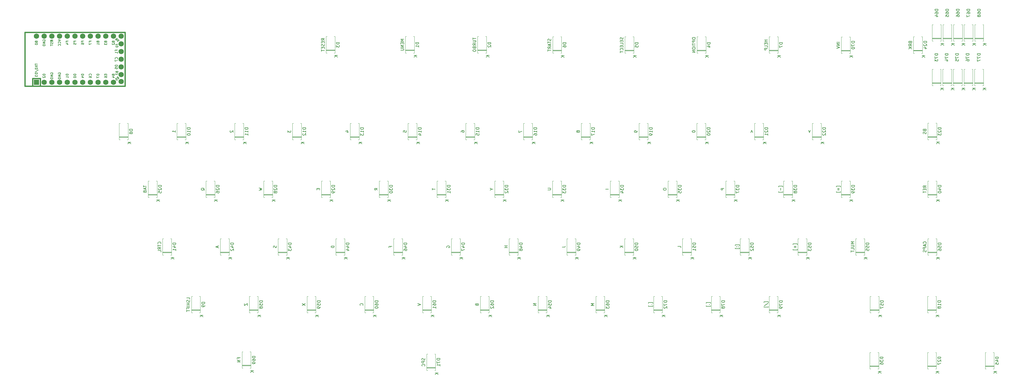
<source format=gbr>
G04 #@! TF.GenerationSoftware,KiCad,Pcbnew,6.0.7-f9a2dced07~116~ubuntu22.04.1*
G04 #@! TF.CreationDate,2022-08-13T16:20:41-04:00*
G04 #@! TF.ProjectId,atari-keyboard,61746172-692d-46b6-9579-626f6172642e,rev?*
G04 #@! TF.SameCoordinates,Original*
G04 #@! TF.FileFunction,Legend,Bot*
G04 #@! TF.FilePolarity,Positive*
%FSLAX46Y46*%
G04 Gerber Fmt 4.6, Leading zero omitted, Abs format (unit mm)*
G04 Created by KiCad (PCBNEW 6.0.7-f9a2dced07~116~ubuntu22.04.1) date 2022-08-13 16:20:41*
%MOMM*%
%LPD*%
G01*
G04 APERTURE LIST*
%ADD10C,0.150000*%
%ADD11C,0.381000*%
%ADD12C,0.120000*%
%ADD13R,1.752600X1.752600*%
%ADD14C,1.752600*%
G04 APERTURE END LIST*
D10*
X68522000Y-191129476D02*
X68483904Y-191053285D01*
X68483904Y-190939000D01*
X68522000Y-190824714D01*
X68598190Y-190748523D01*
X68674380Y-190710428D01*
X68826761Y-190672333D01*
X68941047Y-190672333D01*
X69093428Y-190710428D01*
X69169619Y-190748523D01*
X69245809Y-190824714D01*
X69283904Y-190939000D01*
X69283904Y-191015190D01*
X69245809Y-191129476D01*
X69207714Y-191167571D01*
X68941047Y-191167571D01*
X68941047Y-191015190D01*
X69283904Y-191510428D02*
X68483904Y-191510428D01*
X69283904Y-191967571D01*
X68483904Y-191967571D01*
X69283904Y-192348523D02*
X68483904Y-192348523D01*
X68483904Y-192539000D01*
X68522000Y-192653285D01*
X68598190Y-192729476D01*
X68674380Y-192767571D01*
X68826761Y-192805666D01*
X68941047Y-192805666D01*
X69093428Y-192767571D01*
X69169619Y-192729476D01*
X69245809Y-192653285D01*
X69283904Y-192539000D01*
X69283904Y-192348523D01*
X93113904Y-199149523D02*
X92313904Y-199149523D01*
X92313904Y-199340000D01*
X92352000Y-199454285D01*
X92428190Y-199530476D01*
X92504380Y-199568571D01*
X92656761Y-199606666D01*
X92771047Y-199606666D01*
X92923428Y-199568571D01*
X92999619Y-199530476D01*
X93075809Y-199454285D01*
X93113904Y-199340000D01*
X93113904Y-199149523D01*
X92313904Y-200330476D02*
X92313904Y-199949523D01*
X92694857Y-199911428D01*
X92656761Y-199949523D01*
X92618666Y-200025714D01*
X92618666Y-200216190D01*
X92656761Y-200292380D01*
X92694857Y-200330476D01*
X92771047Y-200368571D01*
X92961523Y-200368571D01*
X93037714Y-200330476D01*
X93075809Y-200292380D01*
X93113904Y-200216190D01*
X93113904Y-200025714D01*
X93075809Y-199949523D01*
X93037714Y-199911428D01*
X89184857Y-191415190D02*
X89222952Y-191529476D01*
X89261047Y-191567571D01*
X89337238Y-191605666D01*
X89451523Y-191605666D01*
X89527714Y-191567571D01*
X89565809Y-191529476D01*
X89603904Y-191453285D01*
X89603904Y-191148523D01*
X88803904Y-191148523D01*
X88803904Y-191415190D01*
X88842000Y-191491380D01*
X88880095Y-191529476D01*
X88956285Y-191567571D01*
X89032476Y-191567571D01*
X89108666Y-191529476D01*
X89146761Y-191491380D01*
X89184857Y-191415190D01*
X89184857Y-191148523D01*
X88803904Y-191872333D02*
X88803904Y-192367571D01*
X89108666Y-192100904D01*
X89108666Y-192215190D01*
X89146761Y-192291380D01*
X89184857Y-192329476D01*
X89261047Y-192367571D01*
X89451523Y-192367571D01*
X89527714Y-192329476D01*
X89565809Y-192291380D01*
X89603904Y-192215190D01*
X89603904Y-191986619D01*
X89565809Y-191910428D01*
X89527714Y-191872333D01*
X76484857Y-191472333D02*
X76484857Y-191205666D01*
X76903904Y-191205666D02*
X76103904Y-191205666D01*
X76103904Y-191586619D01*
X76370571Y-192234238D02*
X76903904Y-192234238D01*
X76065809Y-192043761D02*
X76637238Y-191853285D01*
X76637238Y-192348523D01*
X65943904Y-198581395D02*
X65943904Y-199038538D01*
X66743904Y-198809967D02*
X65943904Y-198809967D01*
X65943904Y-199229014D02*
X66743904Y-199762348D01*
X65943904Y-199762348D02*
X66743904Y-199229014D01*
X65943904Y-200219491D02*
X65943904Y-200295681D01*
X65982000Y-200371872D01*
X66020095Y-200409967D01*
X66096285Y-200448062D01*
X66248666Y-200486157D01*
X66439142Y-200486157D01*
X66591523Y-200448062D01*
X66667714Y-200409967D01*
X66705809Y-200371872D01*
X66743904Y-200295681D01*
X66743904Y-200219491D01*
X66705809Y-200143300D01*
X66667714Y-200105205D01*
X66591523Y-200067110D01*
X66439142Y-200029014D01*
X66248666Y-200029014D01*
X66096285Y-200067110D01*
X66020095Y-200105205D01*
X65982000Y-200143300D01*
X65943904Y-200219491D01*
X65905809Y-201400443D02*
X66934380Y-200714729D01*
X66743904Y-201667110D02*
X65943904Y-201667110D01*
X65943904Y-201857586D01*
X65982000Y-201971872D01*
X66058190Y-202048062D01*
X66134380Y-202086157D01*
X66286761Y-202124252D01*
X66401047Y-202124252D01*
X66553428Y-202086157D01*
X66629619Y-202048062D01*
X66705809Y-201971872D01*
X66743904Y-201857586D01*
X66743904Y-201667110D01*
X65943904Y-202390919D02*
X65943904Y-202886157D01*
X66248666Y-202619491D01*
X66248666Y-202733776D01*
X66286761Y-202809967D01*
X66324857Y-202848062D01*
X66401047Y-202886157D01*
X66591523Y-202886157D01*
X66667714Y-202848062D01*
X66705809Y-202809967D01*
X66743904Y-202733776D01*
X66743904Y-202505205D01*
X66705809Y-202429014D01*
X66667714Y-202390919D01*
X73563904Y-190672333D02*
X74363904Y-190939000D01*
X73563904Y-191205666D01*
X74287714Y-191929476D02*
X74325809Y-191891380D01*
X74363904Y-191777095D01*
X74363904Y-191700904D01*
X74325809Y-191586619D01*
X74249619Y-191510428D01*
X74173428Y-191472333D01*
X74021047Y-191434238D01*
X73906761Y-191434238D01*
X73754380Y-191472333D01*
X73678190Y-191510428D01*
X73602000Y-191586619D01*
X73563904Y-191700904D01*
X73563904Y-191777095D01*
X73602000Y-191891380D01*
X73640095Y-191929476D01*
X74287714Y-192729476D02*
X74325809Y-192691380D01*
X74363904Y-192577095D01*
X74363904Y-192500904D01*
X74325809Y-192386619D01*
X74249619Y-192310428D01*
X74173428Y-192272333D01*
X74021047Y-192234238D01*
X73906761Y-192234238D01*
X73754380Y-192272333D01*
X73678190Y-192310428D01*
X73602000Y-192386619D01*
X73563904Y-192500904D01*
X73563904Y-192577095D01*
X73602000Y-192691380D01*
X73640095Y-192729476D01*
X66324857Y-191415190D02*
X66362952Y-191529476D01*
X66401047Y-191567571D01*
X66477238Y-191605666D01*
X66591523Y-191605666D01*
X66667714Y-191567571D01*
X66705809Y-191529476D01*
X66743904Y-191453285D01*
X66743904Y-191148523D01*
X65943904Y-191148523D01*
X65943904Y-191415190D01*
X65982000Y-191491380D01*
X66020095Y-191529476D01*
X66096285Y-191567571D01*
X66172476Y-191567571D01*
X66248666Y-191529476D01*
X66286761Y-191491380D01*
X66324857Y-191415190D01*
X66324857Y-191148523D01*
X65943904Y-192100904D02*
X65943904Y-192177095D01*
X65982000Y-192253285D01*
X66020095Y-192291380D01*
X66096285Y-192329476D01*
X66248666Y-192367571D01*
X66439142Y-192367571D01*
X66591523Y-192329476D01*
X66667714Y-192291380D01*
X66705809Y-192253285D01*
X66743904Y-192177095D01*
X66743904Y-192100904D01*
X66705809Y-192024714D01*
X66667714Y-191986619D01*
X66591523Y-191948523D01*
X66439142Y-191910428D01*
X66248666Y-191910428D01*
X66096285Y-191948523D01*
X66020095Y-191986619D01*
X65982000Y-192024714D01*
X65943904Y-192100904D01*
X69283904Y-202070523D02*
X68483904Y-202070523D01*
X68483904Y-202261000D01*
X68522000Y-202375285D01*
X68598190Y-202451476D01*
X68674380Y-202489571D01*
X68826761Y-202527666D01*
X68941047Y-202527666D01*
X69093428Y-202489571D01*
X69169619Y-202451476D01*
X69245809Y-202375285D01*
X69283904Y-202261000D01*
X69283904Y-202070523D01*
X68560095Y-202832428D02*
X68522000Y-202870523D01*
X68483904Y-202946714D01*
X68483904Y-203137190D01*
X68522000Y-203213380D01*
X68560095Y-203251476D01*
X68636285Y-203289571D01*
X68712476Y-203289571D01*
X68826761Y-203251476D01*
X69283904Y-202794333D01*
X69283904Y-203289571D01*
X86644857Y-191415190D02*
X86682952Y-191529476D01*
X86721047Y-191567571D01*
X86797238Y-191605666D01*
X86911523Y-191605666D01*
X86987714Y-191567571D01*
X87025809Y-191529476D01*
X87063904Y-191453285D01*
X87063904Y-191148523D01*
X86263904Y-191148523D01*
X86263904Y-191415190D01*
X86302000Y-191491380D01*
X86340095Y-191529476D01*
X86416285Y-191567571D01*
X86492476Y-191567571D01*
X86568666Y-191529476D01*
X86606761Y-191491380D01*
X86644857Y-191415190D01*
X86644857Y-191148523D01*
X87063904Y-192367571D02*
X87063904Y-191910428D01*
X87063904Y-192139000D02*
X86263904Y-192139000D01*
X86378190Y-192062809D01*
X86454380Y-191986619D01*
X86492476Y-191910428D01*
X73602000Y-202051476D02*
X73563904Y-201975285D01*
X73563904Y-201861000D01*
X73602000Y-201746714D01*
X73678190Y-201670523D01*
X73754380Y-201632428D01*
X73906761Y-201594333D01*
X74021047Y-201594333D01*
X74173428Y-201632428D01*
X74249619Y-201670523D01*
X74325809Y-201746714D01*
X74363904Y-201861000D01*
X74363904Y-201937190D01*
X74325809Y-202051476D01*
X74287714Y-202089571D01*
X74021047Y-202089571D01*
X74021047Y-201937190D01*
X74363904Y-202432428D02*
X73563904Y-202432428D01*
X74363904Y-202889571D01*
X73563904Y-202889571D01*
X74363904Y-203270523D02*
X73563904Y-203270523D01*
X73563904Y-203461000D01*
X73602000Y-203575285D01*
X73678190Y-203651476D01*
X73754380Y-203689571D01*
X73906761Y-203727666D01*
X74021047Y-203727666D01*
X74173428Y-203689571D01*
X74249619Y-203651476D01*
X74325809Y-203575285D01*
X74363904Y-203461000D01*
X74363904Y-203270523D01*
X92694857Y-194393333D02*
X92694857Y-194126666D01*
X93113904Y-194126666D02*
X92313904Y-194126666D01*
X92313904Y-194507619D01*
X93113904Y-195231428D02*
X93113904Y-194774285D01*
X93113904Y-195002857D02*
X92313904Y-195002857D01*
X92428190Y-194926666D01*
X92504380Y-194850476D01*
X92542476Y-194774285D01*
X91724857Y-191415190D02*
X91762952Y-191529476D01*
X91801047Y-191567571D01*
X91877238Y-191605666D01*
X91991523Y-191605666D01*
X92067714Y-191567571D01*
X92105809Y-191529476D01*
X92143904Y-191453285D01*
X92143904Y-191148523D01*
X91343904Y-191148523D01*
X91343904Y-191415190D01*
X91382000Y-191491380D01*
X91420095Y-191529476D01*
X91496285Y-191567571D01*
X91572476Y-191567571D01*
X91648666Y-191529476D01*
X91686761Y-191491380D01*
X91724857Y-191415190D01*
X91724857Y-191148523D01*
X91420095Y-191910428D02*
X91382000Y-191948523D01*
X91343904Y-192024714D01*
X91343904Y-192215190D01*
X91382000Y-192291380D01*
X91420095Y-192329476D01*
X91496285Y-192367571D01*
X91572476Y-192367571D01*
X91686761Y-192329476D01*
X92143904Y-191872333D01*
X92143904Y-192367571D01*
X92902000Y-192466666D02*
X92902000Y-192233333D01*
X93268666Y-192233333D02*
X92568666Y-192233333D01*
X92568666Y-192566666D01*
X92568666Y-192966666D02*
X92568666Y-193033333D01*
X92602000Y-193100000D01*
X92635333Y-193133333D01*
X92702000Y-193166666D01*
X92835333Y-193200000D01*
X93002000Y-193200000D01*
X93135333Y-193166666D01*
X93202000Y-193133333D01*
X93235333Y-193100000D01*
X93268666Y-193033333D01*
X93268666Y-192966666D01*
X93235333Y-192900000D01*
X93202000Y-192866666D01*
X93135333Y-192833333D01*
X93002000Y-192800000D01*
X92835333Y-192800000D01*
X92702000Y-192833333D01*
X92635333Y-192866666D01*
X92602000Y-192900000D01*
X92568666Y-192966666D01*
X81983904Y-202070523D02*
X81183904Y-202070523D01*
X81183904Y-202261000D01*
X81222000Y-202375285D01*
X81298190Y-202451476D01*
X81374380Y-202489571D01*
X81526761Y-202527666D01*
X81641047Y-202527666D01*
X81793428Y-202489571D01*
X81869619Y-202451476D01*
X81945809Y-202375285D01*
X81983904Y-202261000D01*
X81983904Y-202070523D01*
X81450571Y-203213380D02*
X81983904Y-203213380D01*
X81145809Y-203022904D02*
X81717238Y-202832428D01*
X81717238Y-203327666D01*
X93216991Y-203364297D02*
X93169851Y-203458578D01*
X93169851Y-203505719D01*
X93193421Y-203576429D01*
X93264132Y-203647140D01*
X93334842Y-203670710D01*
X93381983Y-203670710D01*
X93452693Y-203647140D01*
X93641255Y-203458578D01*
X93146280Y-202963603D01*
X92981289Y-203128595D01*
X92957719Y-203199306D01*
X92957719Y-203246446D01*
X92981289Y-203317157D01*
X93028429Y-203364297D01*
X93099140Y-203387867D01*
X93146280Y-203387867D01*
X93216991Y-203364297D01*
X93381983Y-203199306D01*
X92415603Y-203694280D02*
X92651306Y-203458578D01*
X92910578Y-203670710D01*
X92863438Y-203670710D01*
X92792727Y-203694280D01*
X92674876Y-203812132D01*
X92651306Y-203882842D01*
X92651306Y-203929983D01*
X92674876Y-204000693D01*
X92792727Y-204118544D01*
X92863438Y-204142115D01*
X92910578Y-204142115D01*
X92981289Y-204118544D01*
X93099140Y-204000693D01*
X93122710Y-203929983D01*
X93122710Y-203882842D01*
X79024857Y-191472333D02*
X79024857Y-191205666D01*
X79443904Y-191205666D02*
X78643904Y-191205666D01*
X78643904Y-191586619D01*
X78643904Y-192272333D02*
X78643904Y-191891380D01*
X79024857Y-191853285D01*
X78986761Y-191891380D01*
X78948666Y-191967571D01*
X78948666Y-192158047D01*
X78986761Y-192234238D01*
X79024857Y-192272333D01*
X79101047Y-192310428D01*
X79291523Y-192310428D01*
X79367714Y-192272333D01*
X79405809Y-192234238D01*
X79443904Y-192158047D01*
X79443904Y-191967571D01*
X79405809Y-191891380D01*
X79367714Y-191853285D01*
X71062000Y-202051476D02*
X71023904Y-201975285D01*
X71023904Y-201861000D01*
X71062000Y-201746714D01*
X71138190Y-201670523D01*
X71214380Y-201632428D01*
X71366761Y-201594333D01*
X71481047Y-201594333D01*
X71633428Y-201632428D01*
X71709619Y-201670523D01*
X71785809Y-201746714D01*
X71823904Y-201861000D01*
X71823904Y-201937190D01*
X71785809Y-202051476D01*
X71747714Y-202089571D01*
X71481047Y-202089571D01*
X71481047Y-201937190D01*
X71823904Y-202432428D02*
X71023904Y-202432428D01*
X71823904Y-202889571D01*
X71023904Y-202889571D01*
X71823904Y-203270523D02*
X71023904Y-203270523D01*
X71023904Y-203461000D01*
X71062000Y-203575285D01*
X71138190Y-203651476D01*
X71214380Y-203689571D01*
X71366761Y-203727666D01*
X71481047Y-203727666D01*
X71633428Y-203689571D01*
X71709619Y-203651476D01*
X71785809Y-203575285D01*
X71823904Y-203461000D01*
X71823904Y-203270523D01*
X93037714Y-197066666D02*
X93075809Y-197028571D01*
X93113904Y-196914285D01*
X93113904Y-196838095D01*
X93075809Y-196723809D01*
X92999619Y-196647619D01*
X92923428Y-196609523D01*
X92771047Y-196571428D01*
X92656761Y-196571428D01*
X92504380Y-196609523D01*
X92428190Y-196647619D01*
X92352000Y-196723809D01*
X92313904Y-196838095D01*
X92313904Y-196914285D01*
X92352000Y-197028571D01*
X92390095Y-197066666D01*
X92313904Y-197333333D02*
X92313904Y-197866666D01*
X93113904Y-197523809D01*
X71765809Y-191626666D02*
X71803904Y-191740952D01*
X71803904Y-191931428D01*
X71765809Y-192007619D01*
X71727714Y-192045714D01*
X71651523Y-192083809D01*
X71575333Y-192083809D01*
X71499142Y-192045714D01*
X71461047Y-192007619D01*
X71422952Y-191931428D01*
X71384857Y-191779047D01*
X71346761Y-191702857D01*
X71308666Y-191664761D01*
X71232476Y-191626666D01*
X71156285Y-191626666D01*
X71080095Y-191664761D01*
X71042000Y-191702857D01*
X71003904Y-191779047D01*
X71003904Y-191969523D01*
X71042000Y-192083809D01*
X71003904Y-192312380D02*
X71003904Y-192769523D01*
X71803904Y-192540952D02*
X71003904Y-192540952D01*
X89184857Y-202108619D02*
X89184857Y-202375285D01*
X89603904Y-202489571D02*
X89603904Y-202108619D01*
X88803904Y-202108619D01*
X88803904Y-202489571D01*
X88803904Y-203175285D02*
X88803904Y-203022904D01*
X88842000Y-202946714D01*
X88880095Y-202908619D01*
X88994380Y-202832428D01*
X89146761Y-202794333D01*
X89451523Y-202794333D01*
X89527714Y-202832428D01*
X89565809Y-202870523D01*
X89603904Y-202946714D01*
X89603904Y-203099095D01*
X89565809Y-203175285D01*
X89527714Y-203213380D01*
X89451523Y-203251476D01*
X89261047Y-203251476D01*
X89184857Y-203213380D01*
X89146761Y-203175285D01*
X89108666Y-203099095D01*
X89108666Y-202946714D01*
X89146761Y-202870523D01*
X89184857Y-202832428D01*
X89261047Y-202794333D01*
X84104857Y-191472333D02*
X84104857Y-191205666D01*
X84523904Y-191205666D02*
X83723904Y-191205666D01*
X83723904Y-191586619D01*
X83723904Y-191815190D02*
X83723904Y-192348523D01*
X84523904Y-192005666D01*
X91724857Y-202337190D02*
X91762952Y-202451476D01*
X91801047Y-202489571D01*
X91877238Y-202527666D01*
X91991523Y-202527666D01*
X92067714Y-202489571D01*
X92105809Y-202451476D01*
X92143904Y-202375285D01*
X92143904Y-202070523D01*
X91343904Y-202070523D01*
X91343904Y-202337190D01*
X91382000Y-202413380D01*
X91420095Y-202451476D01*
X91496285Y-202489571D01*
X91572476Y-202489571D01*
X91648666Y-202451476D01*
X91686761Y-202413380D01*
X91724857Y-202337190D01*
X91724857Y-202070523D01*
X91610571Y-203213380D02*
X92143904Y-203213380D01*
X91305809Y-203022904D02*
X91877238Y-202832428D01*
X91877238Y-203327666D01*
X84447714Y-202527666D02*
X84485809Y-202489571D01*
X84523904Y-202375285D01*
X84523904Y-202299095D01*
X84485809Y-202184809D01*
X84409619Y-202108619D01*
X84333428Y-202070523D01*
X84181047Y-202032428D01*
X84066761Y-202032428D01*
X83914380Y-202070523D01*
X83838190Y-202108619D01*
X83762000Y-202184809D01*
X83723904Y-202299095D01*
X83723904Y-202375285D01*
X83762000Y-202489571D01*
X83800095Y-202527666D01*
X83723904Y-203213380D02*
X83723904Y-203061000D01*
X83762000Y-202984809D01*
X83800095Y-202946714D01*
X83914380Y-202870523D01*
X84066761Y-202832428D01*
X84371523Y-202832428D01*
X84447714Y-202870523D01*
X84485809Y-202908619D01*
X84523904Y-202984809D01*
X84523904Y-203137190D01*
X84485809Y-203213380D01*
X84447714Y-203251476D01*
X84371523Y-203289571D01*
X84181047Y-203289571D01*
X84104857Y-203251476D01*
X84066761Y-203213380D01*
X84028666Y-203137190D01*
X84028666Y-202984809D01*
X84066761Y-202908619D01*
X84104857Y-202870523D01*
X84181047Y-202832428D01*
X92816297Y-190635008D02*
X92910578Y-190682148D01*
X92957719Y-190682148D01*
X93028429Y-190658578D01*
X93099140Y-190587867D01*
X93122710Y-190517157D01*
X93122710Y-190470016D01*
X93099140Y-190399306D01*
X92910578Y-190210744D01*
X92415603Y-190705719D01*
X92580595Y-190870710D01*
X92651306Y-190894280D01*
X92698446Y-190894280D01*
X92769157Y-190870710D01*
X92816297Y-190823570D01*
X92839867Y-190752859D01*
X92839867Y-190705719D01*
X92816297Y-190635008D01*
X92651306Y-190470016D01*
X93122710Y-191412825D02*
X93028429Y-191318544D01*
X93004859Y-191247834D01*
X93004859Y-191200693D01*
X93028429Y-191082842D01*
X93099140Y-190964991D01*
X93287702Y-190776429D01*
X93358412Y-190752859D01*
X93405553Y-190752859D01*
X93476264Y-190776429D01*
X93570544Y-190870710D01*
X93594115Y-190941421D01*
X93594115Y-190988561D01*
X93570544Y-191059272D01*
X93452693Y-191177123D01*
X93381983Y-191200693D01*
X93334842Y-191200693D01*
X93264132Y-191177123D01*
X93169851Y-191082842D01*
X93146280Y-191012132D01*
X93146280Y-190964991D01*
X93169851Y-190894280D01*
X76903904Y-202070523D02*
X76103904Y-202070523D01*
X76103904Y-202261000D01*
X76142000Y-202375285D01*
X76218190Y-202451476D01*
X76294380Y-202489571D01*
X76446761Y-202527666D01*
X76561047Y-202527666D01*
X76713428Y-202489571D01*
X76789619Y-202451476D01*
X76865809Y-202375285D01*
X76903904Y-202261000D01*
X76903904Y-202070523D01*
X76903904Y-203289571D02*
X76903904Y-202832428D01*
X76903904Y-203061000D02*
X76103904Y-203061000D01*
X76218190Y-202984809D01*
X76294380Y-202908619D01*
X76332476Y-202832428D01*
X87063904Y-202070523D02*
X86263904Y-202070523D01*
X86263904Y-202261000D01*
X86302000Y-202375285D01*
X86378190Y-202451476D01*
X86454380Y-202489571D01*
X86606761Y-202527666D01*
X86721047Y-202527666D01*
X86873428Y-202489571D01*
X86949619Y-202451476D01*
X87025809Y-202375285D01*
X87063904Y-202261000D01*
X87063904Y-202070523D01*
X86263904Y-202794333D02*
X86263904Y-203327666D01*
X87063904Y-202984809D01*
X79443904Y-202070523D02*
X78643904Y-202070523D01*
X78643904Y-202261000D01*
X78682000Y-202375285D01*
X78758190Y-202451476D01*
X78834380Y-202489571D01*
X78986761Y-202527666D01*
X79101047Y-202527666D01*
X79253428Y-202489571D01*
X79329619Y-202451476D01*
X79405809Y-202375285D01*
X79443904Y-202261000D01*
X79443904Y-202070523D01*
X78643904Y-203022904D02*
X78643904Y-203099095D01*
X78682000Y-203175285D01*
X78720095Y-203213380D01*
X78796285Y-203251476D01*
X78948666Y-203289571D01*
X79139142Y-203289571D01*
X79291523Y-203251476D01*
X79367714Y-203213380D01*
X79405809Y-203175285D01*
X79443904Y-203099095D01*
X79443904Y-203022904D01*
X79405809Y-202946714D01*
X79367714Y-202908619D01*
X79291523Y-202870523D01*
X79139142Y-202832428D01*
X78948666Y-202832428D01*
X78796285Y-202870523D01*
X78720095Y-202908619D01*
X78682000Y-202946714D01*
X78643904Y-203022904D01*
X92902000Y-201416666D02*
X92935333Y-201516666D01*
X92968666Y-201550000D01*
X93035333Y-201583333D01*
X93135333Y-201583333D01*
X93202000Y-201550000D01*
X93235333Y-201516666D01*
X93268666Y-201450000D01*
X93268666Y-201183333D01*
X92568666Y-201183333D01*
X92568666Y-201416666D01*
X92602000Y-201483333D01*
X92635333Y-201516666D01*
X92702000Y-201550000D01*
X92768666Y-201550000D01*
X92835333Y-201516666D01*
X92868666Y-201483333D01*
X92902000Y-201416666D01*
X92902000Y-201183333D01*
X92568666Y-201816666D02*
X92568666Y-202283333D01*
X93268666Y-201983333D01*
X81564857Y-191472333D02*
X81564857Y-191205666D01*
X81983904Y-191205666D02*
X81183904Y-191205666D01*
X81183904Y-191586619D01*
X81183904Y-192234238D02*
X81183904Y-192081857D01*
X81222000Y-192005666D01*
X81260095Y-191967571D01*
X81374380Y-191891380D01*
X81526761Y-191853285D01*
X81831523Y-191853285D01*
X81907714Y-191891380D01*
X81945809Y-191929476D01*
X81983904Y-192005666D01*
X81983904Y-192158047D01*
X81945809Y-192234238D01*
X81907714Y-192272333D01*
X81831523Y-192310428D01*
X81641047Y-192310428D01*
X81564857Y-192272333D01*
X81526761Y-192234238D01*
X81488666Y-192158047D01*
X81488666Y-192005666D01*
X81526761Y-191929476D01*
X81564857Y-191891380D01*
X81641047Y-191853285D01*
X117109880Y-219825714D02*
X116109880Y-219825714D01*
X116109880Y-220063809D01*
X116157500Y-220206666D01*
X116252738Y-220301904D01*
X116347976Y-220349523D01*
X116538452Y-220397142D01*
X116681309Y-220397142D01*
X116871785Y-220349523D01*
X116967023Y-220301904D01*
X117062261Y-220206666D01*
X117109880Y-220063809D01*
X117109880Y-219825714D01*
X117109880Y-221349523D02*
X117109880Y-220778095D01*
X117109880Y-221063809D02*
X116109880Y-221063809D01*
X116252738Y-220968571D01*
X116347976Y-220873333D01*
X116395595Y-220778095D01*
X116109880Y-221968571D02*
X116109880Y-222063809D01*
X116157500Y-222159047D01*
X116205119Y-222206666D01*
X116300357Y-222254285D01*
X116490833Y-222301904D01*
X116728928Y-222301904D01*
X116919404Y-222254285D01*
X117014642Y-222206666D01*
X117062261Y-222159047D01*
X117109880Y-222063809D01*
X117109880Y-221968571D01*
X117062261Y-221873333D01*
X117014642Y-221825714D01*
X116919404Y-221778095D01*
X116728928Y-221730476D01*
X116490833Y-221730476D01*
X116300357Y-221778095D01*
X116205119Y-221825714D01*
X116157500Y-221873333D01*
X116109880Y-221968571D01*
X112169880Y-221325714D02*
X112169880Y-220754285D01*
X112169880Y-221040000D02*
X111169880Y-221040000D01*
X111312738Y-220944761D01*
X111407976Y-220849523D01*
X111455595Y-220754285D01*
X116539880Y-224588095D02*
X115539880Y-224588095D01*
X116539880Y-225159523D02*
X115968452Y-224730952D01*
X115539880Y-225159523D02*
X116111309Y-224588095D01*
X269509880Y-219825714D02*
X268509880Y-219825714D01*
X268509880Y-220063809D01*
X268557500Y-220206666D01*
X268652738Y-220301904D01*
X268747976Y-220349523D01*
X268938452Y-220397142D01*
X269081309Y-220397142D01*
X269271785Y-220349523D01*
X269367023Y-220301904D01*
X269462261Y-220206666D01*
X269509880Y-220063809D01*
X269509880Y-219825714D01*
X269509880Y-221349523D02*
X269509880Y-220778095D01*
X269509880Y-221063809D02*
X268509880Y-221063809D01*
X268652738Y-220968571D01*
X268747976Y-220873333D01*
X268795595Y-220778095D01*
X269509880Y-221825714D02*
X269509880Y-222016190D01*
X269462261Y-222111428D01*
X269414642Y-222159047D01*
X269271785Y-222254285D01*
X269081309Y-222301904D01*
X268700357Y-222301904D01*
X268605119Y-222254285D01*
X268557500Y-222206666D01*
X268509880Y-222111428D01*
X268509880Y-221920952D01*
X268557500Y-221825714D01*
X268605119Y-221778095D01*
X268700357Y-221730476D01*
X268938452Y-221730476D01*
X269033690Y-221778095D01*
X269081309Y-221825714D01*
X269128928Y-221920952D01*
X269128928Y-222111428D01*
X269081309Y-222206666D01*
X269033690Y-222254285D01*
X268938452Y-222301904D01*
X264569880Y-220849523D02*
X264569880Y-221040000D01*
X264522261Y-221135238D01*
X264474642Y-221182857D01*
X264331785Y-221278095D01*
X264141309Y-221325714D01*
X263760357Y-221325714D01*
X263665119Y-221278095D01*
X263617500Y-221230476D01*
X263569880Y-221135238D01*
X263569880Y-220944761D01*
X263617500Y-220849523D01*
X263665119Y-220801904D01*
X263760357Y-220754285D01*
X263998452Y-220754285D01*
X264093690Y-220801904D01*
X264141309Y-220849523D01*
X264188928Y-220944761D01*
X264188928Y-221135238D01*
X264141309Y-221230476D01*
X264093690Y-221278095D01*
X263998452Y-221325714D01*
X268939880Y-224588095D02*
X267939880Y-224588095D01*
X268939880Y-225159523D02*
X268368452Y-224730952D01*
X267939880Y-225159523D02*
X268511309Y-224588095D01*
X145684880Y-238875714D02*
X144684880Y-238875714D01*
X144684880Y-239113809D01*
X144732500Y-239256666D01*
X144827738Y-239351904D01*
X144922976Y-239399523D01*
X145113452Y-239447142D01*
X145256309Y-239447142D01*
X145446785Y-239399523D01*
X145542023Y-239351904D01*
X145637261Y-239256666D01*
X145684880Y-239113809D01*
X145684880Y-238875714D01*
X144780119Y-239828095D02*
X144732500Y-239875714D01*
X144684880Y-239970952D01*
X144684880Y-240209047D01*
X144732500Y-240304285D01*
X144780119Y-240351904D01*
X144875357Y-240399523D01*
X144970595Y-240399523D01*
X145113452Y-240351904D01*
X145684880Y-239780476D01*
X145684880Y-240399523D01*
X145113452Y-240970952D02*
X145065833Y-240875714D01*
X145018214Y-240828095D01*
X144922976Y-240780476D01*
X144875357Y-240780476D01*
X144780119Y-240828095D01*
X144732500Y-240875714D01*
X144684880Y-240970952D01*
X144684880Y-241161428D01*
X144732500Y-241256666D01*
X144780119Y-241304285D01*
X144875357Y-241351904D01*
X144922976Y-241351904D01*
X145018214Y-241304285D01*
X145065833Y-241256666D01*
X145113452Y-241161428D01*
X145113452Y-240970952D01*
X145161071Y-240875714D01*
X145208690Y-240828095D01*
X145303928Y-240780476D01*
X145494404Y-240780476D01*
X145589642Y-240828095D01*
X145637261Y-240875714D01*
X145684880Y-240970952D01*
X145684880Y-241161428D01*
X145637261Y-241256666D01*
X145589642Y-241304285D01*
X145494404Y-241351904D01*
X145303928Y-241351904D01*
X145208690Y-241304285D01*
X145161071Y-241256666D01*
X145113452Y-241161428D01*
X139744880Y-239661428D02*
X140744880Y-239899523D01*
X140030595Y-240090000D01*
X140744880Y-240280476D01*
X139744880Y-240518571D01*
X145114880Y-243638095D02*
X144114880Y-243638095D01*
X145114880Y-244209523D02*
X144543452Y-243780952D01*
X144114880Y-244209523D02*
X144686309Y-243638095D01*
X188547380Y-257925714D02*
X187547380Y-257925714D01*
X187547380Y-258163809D01*
X187595000Y-258306666D01*
X187690238Y-258401904D01*
X187785476Y-258449523D01*
X187975952Y-258497142D01*
X188118809Y-258497142D01*
X188309285Y-258449523D01*
X188404523Y-258401904D01*
X188499761Y-258306666D01*
X188547380Y-258163809D01*
X188547380Y-257925714D01*
X187880714Y-259354285D02*
X188547380Y-259354285D01*
X187499761Y-259116190D02*
X188214047Y-258878095D01*
X188214047Y-259497142D01*
X187547380Y-260306666D02*
X187547380Y-260116190D01*
X187595000Y-260020952D01*
X187642619Y-259973333D01*
X187785476Y-259878095D01*
X187975952Y-259830476D01*
X188356904Y-259830476D01*
X188452142Y-259878095D01*
X188499761Y-259925714D01*
X188547380Y-260020952D01*
X188547380Y-260211428D01*
X188499761Y-260306666D01*
X188452142Y-260354285D01*
X188356904Y-260401904D01*
X188118809Y-260401904D01*
X188023571Y-260354285D01*
X187975952Y-260306666D01*
X187928333Y-260211428D01*
X187928333Y-260020952D01*
X187975952Y-259925714D01*
X188023571Y-259878095D01*
X188118809Y-259830476D01*
X183083571Y-259282857D02*
X183083571Y-258949523D01*
X183607380Y-258949523D02*
X182607380Y-258949523D01*
X182607380Y-259425714D01*
X187977380Y-262688095D02*
X186977380Y-262688095D01*
X187977380Y-263259523D02*
X187405952Y-262830952D01*
X186977380Y-263259523D02*
X187548809Y-262688095D01*
X340947380Y-257925714D02*
X339947380Y-257925714D01*
X339947380Y-258163809D01*
X339995000Y-258306666D01*
X340090238Y-258401904D01*
X340185476Y-258449523D01*
X340375952Y-258497142D01*
X340518809Y-258497142D01*
X340709285Y-258449523D01*
X340804523Y-258401904D01*
X340899761Y-258306666D01*
X340947380Y-258163809D01*
X340947380Y-257925714D01*
X339947380Y-259401904D02*
X339947380Y-258925714D01*
X340423571Y-258878095D01*
X340375952Y-258925714D01*
X340328333Y-259020952D01*
X340328333Y-259259047D01*
X340375952Y-259354285D01*
X340423571Y-259401904D01*
X340518809Y-259449523D01*
X340756904Y-259449523D01*
X340852142Y-259401904D01*
X340899761Y-259354285D01*
X340947380Y-259259047D01*
X340947380Y-259020952D01*
X340899761Y-258925714D01*
X340852142Y-258878095D01*
X339947380Y-260354285D02*
X339947380Y-259878095D01*
X340423571Y-259830476D01*
X340375952Y-259878095D01*
X340328333Y-259973333D01*
X340328333Y-260211428D01*
X340375952Y-260306666D01*
X340423571Y-260354285D01*
X340518809Y-260401904D01*
X340756904Y-260401904D01*
X340852142Y-260354285D01*
X340899761Y-260306666D01*
X340947380Y-260211428D01*
X340947380Y-259973333D01*
X340899761Y-259878095D01*
X340852142Y-259830476D01*
X336007380Y-257497142D02*
X335007380Y-257497142D01*
X335721666Y-257830476D01*
X335007380Y-258163809D01*
X336007380Y-258163809D01*
X335007380Y-258640000D02*
X335816904Y-258640000D01*
X335912142Y-258687619D01*
X335959761Y-258735238D01*
X336007380Y-258830476D01*
X336007380Y-259020952D01*
X335959761Y-259116190D01*
X335912142Y-259163809D01*
X335816904Y-259211428D01*
X335007380Y-259211428D01*
X336007380Y-260163809D02*
X336007380Y-259687619D01*
X335007380Y-259687619D01*
X335007380Y-260354285D02*
X335007380Y-260925714D01*
X336007380Y-260640000D02*
X335007380Y-260640000D01*
X340377380Y-262688095D02*
X339377380Y-262688095D01*
X340377380Y-263259523D02*
X339805952Y-262830952D01*
X339377380Y-263259523D02*
X339948809Y-262688095D01*
X236172380Y-276975714D02*
X235172380Y-276975714D01*
X235172380Y-277213809D01*
X235220000Y-277356666D01*
X235315238Y-277451904D01*
X235410476Y-277499523D01*
X235600952Y-277547142D01*
X235743809Y-277547142D01*
X235934285Y-277499523D01*
X236029523Y-277451904D01*
X236124761Y-277356666D01*
X236172380Y-277213809D01*
X236172380Y-276975714D01*
X235172380Y-278451904D02*
X235172380Y-277975714D01*
X235648571Y-277928095D01*
X235600952Y-277975714D01*
X235553333Y-278070952D01*
X235553333Y-278309047D01*
X235600952Y-278404285D01*
X235648571Y-278451904D01*
X235743809Y-278499523D01*
X235981904Y-278499523D01*
X236077142Y-278451904D01*
X236124761Y-278404285D01*
X236172380Y-278309047D01*
X236172380Y-278070952D01*
X236124761Y-277975714D01*
X236077142Y-277928095D01*
X235505714Y-279356666D02*
X236172380Y-279356666D01*
X235124761Y-279118571D02*
X235839047Y-278880476D01*
X235839047Y-279499523D01*
X231232380Y-277904285D02*
X230232380Y-277904285D01*
X231232380Y-278475714D01*
X230232380Y-278475714D01*
X235602380Y-281738095D02*
X234602380Y-281738095D01*
X235602380Y-282309523D02*
X235030952Y-281880952D01*
X234602380Y-282309523D02*
X235173809Y-281738095D01*
X136159880Y-219825714D02*
X135159880Y-219825714D01*
X135159880Y-220063809D01*
X135207500Y-220206666D01*
X135302738Y-220301904D01*
X135397976Y-220349523D01*
X135588452Y-220397142D01*
X135731309Y-220397142D01*
X135921785Y-220349523D01*
X136017023Y-220301904D01*
X136112261Y-220206666D01*
X136159880Y-220063809D01*
X136159880Y-219825714D01*
X136159880Y-221349523D02*
X136159880Y-220778095D01*
X136159880Y-221063809D02*
X135159880Y-221063809D01*
X135302738Y-220968571D01*
X135397976Y-220873333D01*
X135445595Y-220778095D01*
X136159880Y-222301904D02*
X136159880Y-221730476D01*
X136159880Y-222016190D02*
X135159880Y-222016190D01*
X135302738Y-221920952D01*
X135397976Y-221825714D01*
X135445595Y-221730476D01*
X130315119Y-220754285D02*
X130267500Y-220801904D01*
X130219880Y-220897142D01*
X130219880Y-221135238D01*
X130267500Y-221230476D01*
X130315119Y-221278095D01*
X130410357Y-221325714D01*
X130505595Y-221325714D01*
X130648452Y-221278095D01*
X131219880Y-220706666D01*
X131219880Y-221325714D01*
X135589880Y-224588095D02*
X134589880Y-224588095D01*
X135589880Y-225159523D02*
X135018452Y-224730952D01*
X134589880Y-225159523D02*
X135161309Y-224588095D01*
X288559880Y-219825714D02*
X287559880Y-219825714D01*
X287559880Y-220063809D01*
X287607500Y-220206666D01*
X287702738Y-220301904D01*
X287797976Y-220349523D01*
X287988452Y-220397142D01*
X288131309Y-220397142D01*
X288321785Y-220349523D01*
X288417023Y-220301904D01*
X288512261Y-220206666D01*
X288559880Y-220063809D01*
X288559880Y-219825714D01*
X287655119Y-220778095D02*
X287607500Y-220825714D01*
X287559880Y-220920952D01*
X287559880Y-221159047D01*
X287607500Y-221254285D01*
X287655119Y-221301904D01*
X287750357Y-221349523D01*
X287845595Y-221349523D01*
X287988452Y-221301904D01*
X288559880Y-220730476D01*
X288559880Y-221349523D01*
X287559880Y-221968571D02*
X287559880Y-222063809D01*
X287607500Y-222159047D01*
X287655119Y-222206666D01*
X287750357Y-222254285D01*
X287940833Y-222301904D01*
X288178928Y-222301904D01*
X288369404Y-222254285D01*
X288464642Y-222206666D01*
X288512261Y-222159047D01*
X288559880Y-222063809D01*
X288559880Y-221968571D01*
X288512261Y-221873333D01*
X288464642Y-221825714D01*
X288369404Y-221778095D01*
X288178928Y-221730476D01*
X287940833Y-221730476D01*
X287750357Y-221778095D01*
X287655119Y-221825714D01*
X287607500Y-221873333D01*
X287559880Y-221968571D01*
X282619880Y-220992380D02*
X282619880Y-221087619D01*
X282667500Y-221182857D01*
X282715119Y-221230476D01*
X282810357Y-221278095D01*
X283000833Y-221325714D01*
X283238928Y-221325714D01*
X283429404Y-221278095D01*
X283524642Y-221230476D01*
X283572261Y-221182857D01*
X283619880Y-221087619D01*
X283619880Y-220992380D01*
X283572261Y-220897142D01*
X283524642Y-220849523D01*
X283429404Y-220801904D01*
X283238928Y-220754285D01*
X283000833Y-220754285D01*
X282810357Y-220801904D01*
X282715119Y-220849523D01*
X282667500Y-220897142D01*
X282619880Y-220992380D01*
X287989880Y-224588095D02*
X286989880Y-224588095D01*
X287989880Y-225159523D02*
X287418452Y-224730952D01*
X286989880Y-225159523D02*
X287561309Y-224588095D01*
X164734880Y-238875714D02*
X163734880Y-238875714D01*
X163734880Y-239113809D01*
X163782500Y-239256666D01*
X163877738Y-239351904D01*
X163972976Y-239399523D01*
X164163452Y-239447142D01*
X164306309Y-239447142D01*
X164496785Y-239399523D01*
X164592023Y-239351904D01*
X164687261Y-239256666D01*
X164734880Y-239113809D01*
X164734880Y-238875714D01*
X163830119Y-239828095D02*
X163782500Y-239875714D01*
X163734880Y-239970952D01*
X163734880Y-240209047D01*
X163782500Y-240304285D01*
X163830119Y-240351904D01*
X163925357Y-240399523D01*
X164020595Y-240399523D01*
X164163452Y-240351904D01*
X164734880Y-239780476D01*
X164734880Y-240399523D01*
X164734880Y-240875714D02*
X164734880Y-241066190D01*
X164687261Y-241161428D01*
X164639642Y-241209047D01*
X164496785Y-241304285D01*
X164306309Y-241351904D01*
X163925357Y-241351904D01*
X163830119Y-241304285D01*
X163782500Y-241256666D01*
X163734880Y-241161428D01*
X163734880Y-240970952D01*
X163782500Y-240875714D01*
X163830119Y-240828095D01*
X163925357Y-240780476D01*
X164163452Y-240780476D01*
X164258690Y-240828095D01*
X164306309Y-240875714D01*
X164353928Y-240970952D01*
X164353928Y-241161428D01*
X164306309Y-241256666D01*
X164258690Y-241304285D01*
X164163452Y-241351904D01*
X159271071Y-239875714D02*
X159271071Y-240209047D01*
X159794880Y-240351904D02*
X159794880Y-239875714D01*
X158794880Y-239875714D01*
X158794880Y-240351904D01*
X164164880Y-243638095D02*
X163164880Y-243638095D01*
X164164880Y-244209523D02*
X163593452Y-243780952D01*
X163164880Y-244209523D02*
X163736309Y-243638095D01*
X317134880Y-238875714D02*
X316134880Y-238875714D01*
X316134880Y-239113809D01*
X316182500Y-239256666D01*
X316277738Y-239351904D01*
X316372976Y-239399523D01*
X316563452Y-239447142D01*
X316706309Y-239447142D01*
X316896785Y-239399523D01*
X316992023Y-239351904D01*
X317087261Y-239256666D01*
X317134880Y-239113809D01*
X317134880Y-238875714D01*
X316134880Y-239780476D02*
X316134880Y-240399523D01*
X316515833Y-240066190D01*
X316515833Y-240209047D01*
X316563452Y-240304285D01*
X316611071Y-240351904D01*
X316706309Y-240399523D01*
X316944404Y-240399523D01*
X317039642Y-240351904D01*
X317087261Y-240304285D01*
X317134880Y-240209047D01*
X317134880Y-239923333D01*
X317087261Y-239828095D01*
X317039642Y-239780476D01*
X316563452Y-240970952D02*
X316515833Y-240875714D01*
X316468214Y-240828095D01*
X316372976Y-240780476D01*
X316325357Y-240780476D01*
X316230119Y-240828095D01*
X316182500Y-240875714D01*
X316134880Y-240970952D01*
X316134880Y-241161428D01*
X316182500Y-241256666D01*
X316230119Y-241304285D01*
X316325357Y-241351904D01*
X316372976Y-241351904D01*
X316468214Y-241304285D01*
X316515833Y-241256666D01*
X316563452Y-241161428D01*
X316563452Y-240970952D01*
X316611071Y-240875714D01*
X316658690Y-240828095D01*
X316753928Y-240780476D01*
X316944404Y-240780476D01*
X317039642Y-240828095D01*
X317087261Y-240875714D01*
X317134880Y-240970952D01*
X317134880Y-241161428D01*
X317087261Y-241256666D01*
X317039642Y-241304285D01*
X316944404Y-241351904D01*
X316753928Y-241351904D01*
X316658690Y-241304285D01*
X316611071Y-241256666D01*
X316563452Y-241161428D01*
X312528214Y-239328095D02*
X312528214Y-239090000D01*
X311099642Y-239090000D01*
X311099642Y-239328095D01*
X311813928Y-239709047D02*
X311813928Y-240470952D01*
X312528214Y-240851904D02*
X312528214Y-241090000D01*
X311099642Y-241090000D01*
X311099642Y-240851904D01*
X316564880Y-243638095D02*
X315564880Y-243638095D01*
X316564880Y-244209523D02*
X315993452Y-243780952D01*
X315564880Y-244209523D02*
X316136309Y-243638095D01*
X207597380Y-257925714D02*
X206597380Y-257925714D01*
X206597380Y-258163809D01*
X206645000Y-258306666D01*
X206740238Y-258401904D01*
X206835476Y-258449523D01*
X207025952Y-258497142D01*
X207168809Y-258497142D01*
X207359285Y-258449523D01*
X207454523Y-258401904D01*
X207549761Y-258306666D01*
X207597380Y-258163809D01*
X207597380Y-257925714D01*
X206930714Y-259354285D02*
X207597380Y-259354285D01*
X206549761Y-259116190D02*
X207264047Y-258878095D01*
X207264047Y-259497142D01*
X206597380Y-259782857D02*
X206597380Y-260449523D01*
X207597380Y-260020952D01*
X201705000Y-259401904D02*
X201657380Y-259306666D01*
X201657380Y-259163809D01*
X201705000Y-259020952D01*
X201800238Y-258925714D01*
X201895476Y-258878095D01*
X202085952Y-258830476D01*
X202228809Y-258830476D01*
X202419285Y-258878095D01*
X202514523Y-258925714D01*
X202609761Y-259020952D01*
X202657380Y-259163809D01*
X202657380Y-259259047D01*
X202609761Y-259401904D01*
X202562142Y-259449523D01*
X202228809Y-259449523D01*
X202228809Y-259259047D01*
X207027380Y-262688095D02*
X206027380Y-262688095D01*
X207027380Y-263259523D02*
X206455952Y-262830952D01*
X206027380Y-263259523D02*
X206598809Y-262688095D01*
X364759880Y-257925714D02*
X363759880Y-257925714D01*
X363759880Y-258163809D01*
X363807500Y-258306666D01*
X363902738Y-258401904D01*
X363997976Y-258449523D01*
X364188452Y-258497142D01*
X364331309Y-258497142D01*
X364521785Y-258449523D01*
X364617023Y-258401904D01*
X364712261Y-258306666D01*
X364759880Y-258163809D01*
X364759880Y-257925714D01*
X363759880Y-259401904D02*
X363759880Y-258925714D01*
X364236071Y-258878095D01*
X364188452Y-258925714D01*
X364140833Y-259020952D01*
X364140833Y-259259047D01*
X364188452Y-259354285D01*
X364236071Y-259401904D01*
X364331309Y-259449523D01*
X364569404Y-259449523D01*
X364664642Y-259401904D01*
X364712261Y-259354285D01*
X364759880Y-259259047D01*
X364759880Y-259020952D01*
X364712261Y-258925714D01*
X364664642Y-258878095D01*
X363759880Y-260306666D02*
X363759880Y-260116190D01*
X363807500Y-260020952D01*
X363855119Y-259973333D01*
X363997976Y-259878095D01*
X364188452Y-259830476D01*
X364569404Y-259830476D01*
X364664642Y-259878095D01*
X364712261Y-259925714D01*
X364759880Y-260020952D01*
X364759880Y-260211428D01*
X364712261Y-260306666D01*
X364664642Y-260354285D01*
X364569404Y-260401904D01*
X364331309Y-260401904D01*
X364236071Y-260354285D01*
X364188452Y-260306666D01*
X364140833Y-260211428D01*
X364140833Y-260020952D01*
X364188452Y-259925714D01*
X364236071Y-259878095D01*
X364331309Y-259830476D01*
X359724642Y-258044761D02*
X359772261Y-257997142D01*
X359819880Y-257854285D01*
X359819880Y-257759047D01*
X359772261Y-257616190D01*
X359677023Y-257520952D01*
X359581785Y-257473333D01*
X359391309Y-257425714D01*
X359248452Y-257425714D01*
X359057976Y-257473333D01*
X358962738Y-257520952D01*
X358867500Y-257616190D01*
X358819880Y-257759047D01*
X358819880Y-257854285D01*
X358867500Y-257997142D01*
X358915119Y-258044761D01*
X359534166Y-258425714D02*
X359534166Y-258901904D01*
X359819880Y-258330476D02*
X358819880Y-258663809D01*
X359819880Y-258997142D01*
X359819880Y-259330476D02*
X358819880Y-259330476D01*
X358819880Y-259711428D01*
X358867500Y-259806666D01*
X358915119Y-259854285D01*
X359010357Y-259901904D01*
X359153214Y-259901904D01*
X359248452Y-259854285D01*
X359296071Y-259806666D01*
X359343690Y-259711428D01*
X359343690Y-259330476D01*
X359772261Y-260282857D02*
X359819880Y-260425714D01*
X359819880Y-260663809D01*
X359772261Y-260759047D01*
X359724642Y-260806666D01*
X359629404Y-260854285D01*
X359534166Y-260854285D01*
X359438928Y-260806666D01*
X359391309Y-260759047D01*
X359343690Y-260663809D01*
X359296071Y-260473333D01*
X359248452Y-260378095D01*
X359200833Y-260330476D01*
X359105595Y-260282857D01*
X359010357Y-260282857D01*
X358915119Y-260330476D01*
X358867500Y-260378095D01*
X358819880Y-260473333D01*
X358819880Y-260711428D01*
X358867500Y-260854285D01*
X364189880Y-262688095D02*
X363189880Y-262688095D01*
X364189880Y-263259523D02*
X363618452Y-262830952D01*
X363189880Y-263259523D02*
X363761309Y-262688095D01*
X255222380Y-276975714D02*
X254222380Y-276975714D01*
X254222380Y-277213809D01*
X254270000Y-277356666D01*
X254365238Y-277451904D01*
X254460476Y-277499523D01*
X254650952Y-277547142D01*
X254793809Y-277547142D01*
X254984285Y-277499523D01*
X255079523Y-277451904D01*
X255174761Y-277356666D01*
X255222380Y-277213809D01*
X255222380Y-276975714D01*
X254222380Y-278404285D02*
X254222380Y-278213809D01*
X254270000Y-278118571D01*
X254317619Y-278070952D01*
X254460476Y-277975714D01*
X254650952Y-277928095D01*
X255031904Y-277928095D01*
X255127142Y-277975714D01*
X255174761Y-278023333D01*
X255222380Y-278118571D01*
X255222380Y-278309047D01*
X255174761Y-278404285D01*
X255127142Y-278451904D01*
X255031904Y-278499523D01*
X254793809Y-278499523D01*
X254698571Y-278451904D01*
X254650952Y-278404285D01*
X254603333Y-278309047D01*
X254603333Y-278118571D01*
X254650952Y-278023333D01*
X254698571Y-277975714D01*
X254793809Y-277928095D01*
X254222380Y-278832857D02*
X254222380Y-279451904D01*
X254603333Y-279118571D01*
X254603333Y-279261428D01*
X254650952Y-279356666D01*
X254698571Y-279404285D01*
X254793809Y-279451904D01*
X255031904Y-279451904D01*
X255127142Y-279404285D01*
X255174761Y-279356666D01*
X255222380Y-279261428D01*
X255222380Y-278975714D01*
X255174761Y-278880476D01*
X255127142Y-278832857D01*
X250282380Y-277856666D02*
X249282380Y-277856666D01*
X249996666Y-278190000D01*
X249282380Y-278523333D01*
X250282380Y-278523333D01*
X254652380Y-281738095D02*
X253652380Y-281738095D01*
X254652380Y-282309523D02*
X254080952Y-281880952D01*
X253652380Y-282309523D02*
X254223809Y-281738095D01*
X155209880Y-219825714D02*
X154209880Y-219825714D01*
X154209880Y-220063809D01*
X154257500Y-220206666D01*
X154352738Y-220301904D01*
X154447976Y-220349523D01*
X154638452Y-220397142D01*
X154781309Y-220397142D01*
X154971785Y-220349523D01*
X155067023Y-220301904D01*
X155162261Y-220206666D01*
X155209880Y-220063809D01*
X155209880Y-219825714D01*
X155209880Y-221349523D02*
X155209880Y-220778095D01*
X155209880Y-221063809D02*
X154209880Y-221063809D01*
X154352738Y-220968571D01*
X154447976Y-220873333D01*
X154495595Y-220778095D01*
X154305119Y-221730476D02*
X154257500Y-221778095D01*
X154209880Y-221873333D01*
X154209880Y-222111428D01*
X154257500Y-222206666D01*
X154305119Y-222254285D01*
X154400357Y-222301904D01*
X154495595Y-222301904D01*
X154638452Y-222254285D01*
X155209880Y-221682857D01*
X155209880Y-222301904D01*
X149269880Y-220706666D02*
X149269880Y-221325714D01*
X149650833Y-220992380D01*
X149650833Y-221135238D01*
X149698452Y-221230476D01*
X149746071Y-221278095D01*
X149841309Y-221325714D01*
X150079404Y-221325714D01*
X150174642Y-221278095D01*
X150222261Y-221230476D01*
X150269880Y-221135238D01*
X150269880Y-220849523D01*
X150222261Y-220754285D01*
X150174642Y-220706666D01*
X154639880Y-224588095D02*
X153639880Y-224588095D01*
X154639880Y-225159523D02*
X154068452Y-224730952D01*
X153639880Y-225159523D02*
X154211309Y-224588095D01*
X307609880Y-219825714D02*
X306609880Y-219825714D01*
X306609880Y-220063809D01*
X306657500Y-220206666D01*
X306752738Y-220301904D01*
X306847976Y-220349523D01*
X307038452Y-220397142D01*
X307181309Y-220397142D01*
X307371785Y-220349523D01*
X307467023Y-220301904D01*
X307562261Y-220206666D01*
X307609880Y-220063809D01*
X307609880Y-219825714D01*
X306705119Y-220778095D02*
X306657500Y-220825714D01*
X306609880Y-220920952D01*
X306609880Y-221159047D01*
X306657500Y-221254285D01*
X306705119Y-221301904D01*
X306800357Y-221349523D01*
X306895595Y-221349523D01*
X307038452Y-221301904D01*
X307609880Y-220730476D01*
X307609880Y-221349523D01*
X307609880Y-222301904D02*
X307609880Y-221730476D01*
X307609880Y-222016190D02*
X306609880Y-222016190D01*
X306752738Y-221920952D01*
X306847976Y-221825714D01*
X306895595Y-221730476D01*
X302003214Y-221420952D02*
X302288928Y-220659047D01*
X302574642Y-221420952D01*
X307039880Y-224588095D02*
X306039880Y-224588095D01*
X307039880Y-225159523D02*
X306468452Y-224730952D01*
X306039880Y-225159523D02*
X306611309Y-224588095D01*
X183784880Y-238875714D02*
X182784880Y-238875714D01*
X182784880Y-239113809D01*
X182832500Y-239256666D01*
X182927738Y-239351904D01*
X183022976Y-239399523D01*
X183213452Y-239447142D01*
X183356309Y-239447142D01*
X183546785Y-239399523D01*
X183642023Y-239351904D01*
X183737261Y-239256666D01*
X183784880Y-239113809D01*
X183784880Y-238875714D01*
X182784880Y-239780476D02*
X182784880Y-240399523D01*
X183165833Y-240066190D01*
X183165833Y-240209047D01*
X183213452Y-240304285D01*
X183261071Y-240351904D01*
X183356309Y-240399523D01*
X183594404Y-240399523D01*
X183689642Y-240351904D01*
X183737261Y-240304285D01*
X183784880Y-240209047D01*
X183784880Y-239923333D01*
X183737261Y-239828095D01*
X183689642Y-239780476D01*
X182784880Y-241018571D02*
X182784880Y-241113809D01*
X182832500Y-241209047D01*
X182880119Y-241256666D01*
X182975357Y-241304285D01*
X183165833Y-241351904D01*
X183403928Y-241351904D01*
X183594404Y-241304285D01*
X183689642Y-241256666D01*
X183737261Y-241209047D01*
X183784880Y-241113809D01*
X183784880Y-241018571D01*
X183737261Y-240923333D01*
X183689642Y-240875714D01*
X183594404Y-240828095D01*
X183403928Y-240780476D01*
X183165833Y-240780476D01*
X182975357Y-240828095D01*
X182880119Y-240875714D01*
X182832500Y-240923333D01*
X182784880Y-241018571D01*
X178844880Y-240399523D02*
X178368690Y-240066190D01*
X178844880Y-239828095D02*
X177844880Y-239828095D01*
X177844880Y-240209047D01*
X177892500Y-240304285D01*
X177940119Y-240351904D01*
X178035357Y-240399523D01*
X178178214Y-240399523D01*
X178273452Y-240351904D01*
X178321071Y-240304285D01*
X178368690Y-240209047D01*
X178368690Y-239828095D01*
X183214880Y-243638095D02*
X182214880Y-243638095D01*
X183214880Y-244209523D02*
X182643452Y-243780952D01*
X182214880Y-244209523D02*
X182786309Y-243638095D01*
X336184880Y-238875714D02*
X335184880Y-238875714D01*
X335184880Y-239113809D01*
X335232500Y-239256666D01*
X335327738Y-239351904D01*
X335422976Y-239399523D01*
X335613452Y-239447142D01*
X335756309Y-239447142D01*
X335946785Y-239399523D01*
X336042023Y-239351904D01*
X336137261Y-239256666D01*
X336184880Y-239113809D01*
X336184880Y-238875714D01*
X335184880Y-239780476D02*
X335184880Y-240399523D01*
X335565833Y-240066190D01*
X335565833Y-240209047D01*
X335613452Y-240304285D01*
X335661071Y-240351904D01*
X335756309Y-240399523D01*
X335994404Y-240399523D01*
X336089642Y-240351904D01*
X336137261Y-240304285D01*
X336184880Y-240209047D01*
X336184880Y-239923333D01*
X336137261Y-239828095D01*
X336089642Y-239780476D01*
X336184880Y-240875714D02*
X336184880Y-241066190D01*
X336137261Y-241161428D01*
X336089642Y-241209047D01*
X335946785Y-241304285D01*
X335756309Y-241351904D01*
X335375357Y-241351904D01*
X335280119Y-241304285D01*
X335232500Y-241256666D01*
X335184880Y-241161428D01*
X335184880Y-240970952D01*
X335232500Y-240875714D01*
X335280119Y-240828095D01*
X335375357Y-240780476D01*
X335613452Y-240780476D01*
X335708690Y-240828095D01*
X335756309Y-240875714D01*
X335803928Y-240970952D01*
X335803928Y-241161428D01*
X335756309Y-241256666D01*
X335708690Y-241304285D01*
X335613452Y-241351904D01*
X331578214Y-239328095D02*
X331578214Y-239090000D01*
X330149642Y-239090000D01*
X330149642Y-239328095D01*
X330721071Y-239709047D02*
X330721071Y-240470952D01*
X331006785Y-240470952D02*
X331006785Y-239709047D01*
X331578214Y-240851904D02*
X331578214Y-241090000D01*
X330149642Y-241090000D01*
X330149642Y-240851904D01*
X335614880Y-243638095D02*
X334614880Y-243638095D01*
X335614880Y-244209523D02*
X335043452Y-243780952D01*
X334614880Y-244209523D02*
X335186309Y-243638095D01*
X226647380Y-257925714D02*
X225647380Y-257925714D01*
X225647380Y-258163809D01*
X225695000Y-258306666D01*
X225790238Y-258401904D01*
X225885476Y-258449523D01*
X226075952Y-258497142D01*
X226218809Y-258497142D01*
X226409285Y-258449523D01*
X226504523Y-258401904D01*
X226599761Y-258306666D01*
X226647380Y-258163809D01*
X226647380Y-257925714D01*
X225980714Y-259354285D02*
X226647380Y-259354285D01*
X225599761Y-259116190D02*
X226314047Y-258878095D01*
X226314047Y-259497142D01*
X226075952Y-260020952D02*
X226028333Y-259925714D01*
X225980714Y-259878095D01*
X225885476Y-259830476D01*
X225837857Y-259830476D01*
X225742619Y-259878095D01*
X225695000Y-259925714D01*
X225647380Y-260020952D01*
X225647380Y-260211428D01*
X225695000Y-260306666D01*
X225742619Y-260354285D01*
X225837857Y-260401904D01*
X225885476Y-260401904D01*
X225980714Y-260354285D01*
X226028333Y-260306666D01*
X226075952Y-260211428D01*
X226075952Y-260020952D01*
X226123571Y-259925714D01*
X226171190Y-259878095D01*
X226266428Y-259830476D01*
X226456904Y-259830476D01*
X226552142Y-259878095D01*
X226599761Y-259925714D01*
X226647380Y-260020952D01*
X226647380Y-260211428D01*
X226599761Y-260306666D01*
X226552142Y-260354285D01*
X226456904Y-260401904D01*
X226266428Y-260401904D01*
X226171190Y-260354285D01*
X226123571Y-260306666D01*
X226075952Y-260211428D01*
X221707380Y-258854285D02*
X220707380Y-258854285D01*
X221183571Y-258854285D02*
X221183571Y-259425714D01*
X221707380Y-259425714D02*
X220707380Y-259425714D01*
X226077380Y-262688095D02*
X225077380Y-262688095D01*
X226077380Y-263259523D02*
X225505952Y-262830952D01*
X225077380Y-263259523D02*
X225648809Y-262688095D01*
X274272380Y-276975714D02*
X273272380Y-276975714D01*
X273272380Y-277213809D01*
X273320000Y-277356666D01*
X273415238Y-277451904D01*
X273510476Y-277499523D01*
X273700952Y-277547142D01*
X273843809Y-277547142D01*
X274034285Y-277499523D01*
X274129523Y-277451904D01*
X274224761Y-277356666D01*
X274272380Y-277213809D01*
X274272380Y-276975714D01*
X273272380Y-277880476D02*
X273272380Y-278547142D01*
X274272380Y-278118571D01*
X273367619Y-278880476D02*
X273320000Y-278928095D01*
X273272380Y-279023333D01*
X273272380Y-279261428D01*
X273320000Y-279356666D01*
X273367619Y-279404285D01*
X273462857Y-279451904D01*
X273558095Y-279451904D01*
X273700952Y-279404285D01*
X274272380Y-278832857D01*
X274272380Y-279451904D01*
X269665714Y-277809047D02*
X269665714Y-277570952D01*
X268237142Y-277570952D01*
X268237142Y-277809047D01*
X269284761Y-278237619D02*
X269332380Y-278237619D01*
X269427619Y-278190000D01*
X269475238Y-278142380D01*
X269665714Y-278570952D02*
X269665714Y-278809047D01*
X268237142Y-278809047D01*
X268237142Y-278570952D01*
X273702380Y-281738095D02*
X272702380Y-281738095D01*
X273702380Y-282309523D02*
X273130952Y-281880952D01*
X272702380Y-282309523D02*
X273273809Y-281738095D01*
X174259880Y-219825714D02*
X173259880Y-219825714D01*
X173259880Y-220063809D01*
X173307500Y-220206666D01*
X173402738Y-220301904D01*
X173497976Y-220349523D01*
X173688452Y-220397142D01*
X173831309Y-220397142D01*
X174021785Y-220349523D01*
X174117023Y-220301904D01*
X174212261Y-220206666D01*
X174259880Y-220063809D01*
X174259880Y-219825714D01*
X174259880Y-221349523D02*
X174259880Y-220778095D01*
X174259880Y-221063809D02*
X173259880Y-221063809D01*
X173402738Y-220968571D01*
X173497976Y-220873333D01*
X173545595Y-220778095D01*
X173259880Y-221682857D02*
X173259880Y-222301904D01*
X173640833Y-221968571D01*
X173640833Y-222111428D01*
X173688452Y-222206666D01*
X173736071Y-222254285D01*
X173831309Y-222301904D01*
X174069404Y-222301904D01*
X174164642Y-222254285D01*
X174212261Y-222206666D01*
X174259880Y-222111428D01*
X174259880Y-221825714D01*
X174212261Y-221730476D01*
X174164642Y-221682857D01*
X168653214Y-221230476D02*
X169319880Y-221230476D01*
X168272261Y-220992380D02*
X168986547Y-220754285D01*
X168986547Y-221373333D01*
X173689880Y-224588095D02*
X172689880Y-224588095D01*
X173689880Y-225159523D02*
X173118452Y-224730952D01*
X172689880Y-225159523D02*
X173261309Y-224588095D01*
X326659880Y-219825714D02*
X325659880Y-219825714D01*
X325659880Y-220063809D01*
X325707500Y-220206666D01*
X325802738Y-220301904D01*
X325897976Y-220349523D01*
X326088452Y-220397142D01*
X326231309Y-220397142D01*
X326421785Y-220349523D01*
X326517023Y-220301904D01*
X326612261Y-220206666D01*
X326659880Y-220063809D01*
X326659880Y-219825714D01*
X325755119Y-220778095D02*
X325707500Y-220825714D01*
X325659880Y-220920952D01*
X325659880Y-221159047D01*
X325707500Y-221254285D01*
X325755119Y-221301904D01*
X325850357Y-221349523D01*
X325945595Y-221349523D01*
X326088452Y-221301904D01*
X326659880Y-220730476D01*
X326659880Y-221349523D01*
X325755119Y-221730476D02*
X325707500Y-221778095D01*
X325659880Y-221873333D01*
X325659880Y-222111428D01*
X325707500Y-222206666D01*
X325755119Y-222254285D01*
X325850357Y-222301904D01*
X325945595Y-222301904D01*
X326088452Y-222254285D01*
X326659880Y-221682857D01*
X326659880Y-222301904D01*
X321053214Y-220659047D02*
X321338928Y-221420952D01*
X321624642Y-220659047D01*
X326089880Y-224588095D02*
X325089880Y-224588095D01*
X326089880Y-225159523D02*
X325518452Y-224730952D01*
X325089880Y-225159523D02*
X325661309Y-224588095D01*
X202834880Y-238875714D02*
X201834880Y-238875714D01*
X201834880Y-239113809D01*
X201882500Y-239256666D01*
X201977738Y-239351904D01*
X202072976Y-239399523D01*
X202263452Y-239447142D01*
X202406309Y-239447142D01*
X202596785Y-239399523D01*
X202692023Y-239351904D01*
X202787261Y-239256666D01*
X202834880Y-239113809D01*
X202834880Y-238875714D01*
X201834880Y-239780476D02*
X201834880Y-240399523D01*
X202215833Y-240066190D01*
X202215833Y-240209047D01*
X202263452Y-240304285D01*
X202311071Y-240351904D01*
X202406309Y-240399523D01*
X202644404Y-240399523D01*
X202739642Y-240351904D01*
X202787261Y-240304285D01*
X202834880Y-240209047D01*
X202834880Y-239923333D01*
X202787261Y-239828095D01*
X202739642Y-239780476D01*
X202834880Y-241351904D02*
X202834880Y-240780476D01*
X202834880Y-241066190D02*
X201834880Y-241066190D01*
X201977738Y-240970952D01*
X202072976Y-240875714D01*
X202120595Y-240780476D01*
X196894880Y-239804285D02*
X196894880Y-240375714D01*
X197894880Y-240090000D02*
X196894880Y-240090000D01*
X202264880Y-243638095D02*
X201264880Y-243638095D01*
X202264880Y-244209523D02*
X201693452Y-243780952D01*
X201264880Y-244209523D02*
X201836309Y-243638095D01*
X364759880Y-238875714D02*
X363759880Y-238875714D01*
X363759880Y-239113809D01*
X363807500Y-239256666D01*
X363902738Y-239351904D01*
X363997976Y-239399523D01*
X364188452Y-239447142D01*
X364331309Y-239447142D01*
X364521785Y-239399523D01*
X364617023Y-239351904D01*
X364712261Y-239256666D01*
X364759880Y-239113809D01*
X364759880Y-238875714D01*
X364093214Y-240304285D02*
X364759880Y-240304285D01*
X363712261Y-240066190D02*
X364426547Y-239828095D01*
X364426547Y-240447142D01*
X363759880Y-241018571D02*
X363759880Y-241113809D01*
X363807500Y-241209047D01*
X363855119Y-241256666D01*
X363950357Y-241304285D01*
X364140833Y-241351904D01*
X364378928Y-241351904D01*
X364569404Y-241304285D01*
X364664642Y-241256666D01*
X364712261Y-241209047D01*
X364759880Y-241113809D01*
X364759880Y-241018571D01*
X364712261Y-240923333D01*
X364664642Y-240875714D01*
X364569404Y-240828095D01*
X364378928Y-240780476D01*
X364140833Y-240780476D01*
X363950357Y-240828095D01*
X363855119Y-240875714D01*
X363807500Y-240923333D01*
X363759880Y-241018571D01*
X359819880Y-239566190D02*
X359343690Y-239232857D01*
X359819880Y-238994761D02*
X358819880Y-238994761D01*
X358819880Y-239375714D01*
X358867500Y-239470952D01*
X358915119Y-239518571D01*
X359010357Y-239566190D01*
X359153214Y-239566190D01*
X359248452Y-239518571D01*
X359296071Y-239470952D01*
X359343690Y-239375714D01*
X359343690Y-238994761D01*
X359296071Y-239994761D02*
X359296071Y-240328095D01*
X359819880Y-240470952D02*
X359819880Y-239994761D01*
X358819880Y-239994761D01*
X358819880Y-240470952D01*
X358819880Y-240756666D02*
X358819880Y-241328095D01*
X359819880Y-241042380D02*
X358819880Y-241042380D01*
X364189880Y-243638095D02*
X363189880Y-243638095D01*
X364189880Y-244209523D02*
X363618452Y-243780952D01*
X363189880Y-244209523D02*
X363761309Y-243638095D01*
X245697380Y-257925714D02*
X244697380Y-257925714D01*
X244697380Y-258163809D01*
X244745000Y-258306666D01*
X244840238Y-258401904D01*
X244935476Y-258449523D01*
X245125952Y-258497142D01*
X245268809Y-258497142D01*
X245459285Y-258449523D01*
X245554523Y-258401904D01*
X245649761Y-258306666D01*
X245697380Y-258163809D01*
X245697380Y-257925714D01*
X245030714Y-259354285D02*
X245697380Y-259354285D01*
X244649761Y-259116190D02*
X245364047Y-258878095D01*
X245364047Y-259497142D01*
X245697380Y-259925714D02*
X245697380Y-260116190D01*
X245649761Y-260211428D01*
X245602142Y-260259047D01*
X245459285Y-260354285D01*
X245268809Y-260401904D01*
X244887857Y-260401904D01*
X244792619Y-260354285D01*
X244745000Y-260306666D01*
X244697380Y-260211428D01*
X244697380Y-260020952D01*
X244745000Y-259925714D01*
X244792619Y-259878095D01*
X244887857Y-259830476D01*
X245125952Y-259830476D01*
X245221190Y-259878095D01*
X245268809Y-259925714D01*
X245316428Y-260020952D01*
X245316428Y-260211428D01*
X245268809Y-260306666D01*
X245221190Y-260354285D01*
X245125952Y-260401904D01*
X239757380Y-259282857D02*
X240471666Y-259282857D01*
X240614523Y-259235238D01*
X240709761Y-259140000D01*
X240757380Y-258997142D01*
X240757380Y-258901904D01*
X245127380Y-262688095D02*
X244127380Y-262688095D01*
X245127380Y-263259523D02*
X244555952Y-262830952D01*
X244127380Y-263259523D02*
X244698809Y-262688095D01*
X140922380Y-276975714D02*
X139922380Y-276975714D01*
X139922380Y-277213809D01*
X139970000Y-277356666D01*
X140065238Y-277451904D01*
X140160476Y-277499523D01*
X140350952Y-277547142D01*
X140493809Y-277547142D01*
X140684285Y-277499523D01*
X140779523Y-277451904D01*
X140874761Y-277356666D01*
X140922380Y-277213809D01*
X140922380Y-276975714D01*
X139922380Y-278451904D02*
X139922380Y-277975714D01*
X140398571Y-277928095D01*
X140350952Y-277975714D01*
X140303333Y-278070952D01*
X140303333Y-278309047D01*
X140350952Y-278404285D01*
X140398571Y-278451904D01*
X140493809Y-278499523D01*
X140731904Y-278499523D01*
X140827142Y-278451904D01*
X140874761Y-278404285D01*
X140922380Y-278309047D01*
X140922380Y-278070952D01*
X140874761Y-277975714D01*
X140827142Y-277928095D01*
X140350952Y-279070952D02*
X140303333Y-278975714D01*
X140255714Y-278928095D01*
X140160476Y-278880476D01*
X140112857Y-278880476D01*
X140017619Y-278928095D01*
X139970000Y-278975714D01*
X139922380Y-279070952D01*
X139922380Y-279261428D01*
X139970000Y-279356666D01*
X140017619Y-279404285D01*
X140112857Y-279451904D01*
X140160476Y-279451904D01*
X140255714Y-279404285D01*
X140303333Y-279356666D01*
X140350952Y-279261428D01*
X140350952Y-279070952D01*
X140398571Y-278975714D01*
X140446190Y-278928095D01*
X140541428Y-278880476D01*
X140731904Y-278880476D01*
X140827142Y-278928095D01*
X140874761Y-278975714D01*
X140922380Y-279070952D01*
X140922380Y-279261428D01*
X140874761Y-279356666D01*
X140827142Y-279404285D01*
X140731904Y-279451904D01*
X140541428Y-279451904D01*
X140446190Y-279404285D01*
X140398571Y-279356666D01*
X140350952Y-279261428D01*
X134982380Y-277856666D02*
X134982380Y-278523333D01*
X135982380Y-277856666D01*
X135982380Y-278523333D01*
X140352380Y-281738095D02*
X139352380Y-281738095D01*
X140352380Y-282309523D02*
X139780952Y-281880952D01*
X139352380Y-282309523D02*
X139923809Y-281738095D01*
X293322380Y-276975714D02*
X292322380Y-276975714D01*
X292322380Y-277213809D01*
X292370000Y-277356666D01*
X292465238Y-277451904D01*
X292560476Y-277499523D01*
X292750952Y-277547142D01*
X292893809Y-277547142D01*
X293084285Y-277499523D01*
X293179523Y-277451904D01*
X293274761Y-277356666D01*
X293322380Y-277213809D01*
X293322380Y-276975714D01*
X292322380Y-277880476D02*
X292322380Y-278547142D01*
X293322380Y-278118571D01*
X292750952Y-279070952D02*
X292703333Y-278975714D01*
X292655714Y-278928095D01*
X292560476Y-278880476D01*
X292512857Y-278880476D01*
X292417619Y-278928095D01*
X292370000Y-278975714D01*
X292322380Y-279070952D01*
X292322380Y-279261428D01*
X292370000Y-279356666D01*
X292417619Y-279404285D01*
X292512857Y-279451904D01*
X292560476Y-279451904D01*
X292655714Y-279404285D01*
X292703333Y-279356666D01*
X292750952Y-279261428D01*
X292750952Y-279070952D01*
X292798571Y-278975714D01*
X292846190Y-278928095D01*
X292941428Y-278880476D01*
X293131904Y-278880476D01*
X293227142Y-278928095D01*
X293274761Y-278975714D01*
X293322380Y-279070952D01*
X293322380Y-279261428D01*
X293274761Y-279356666D01*
X293227142Y-279404285D01*
X293131904Y-279451904D01*
X292941428Y-279451904D01*
X292846190Y-279404285D01*
X292798571Y-279356666D01*
X292750952Y-279261428D01*
X288715714Y-277809047D02*
X288715714Y-277570952D01*
X287287142Y-277570952D01*
X287287142Y-277809047D01*
X288287142Y-278190000D02*
X288334761Y-278237619D01*
X288382380Y-278190000D01*
X288334761Y-278142380D01*
X288287142Y-278190000D01*
X288382380Y-278190000D01*
X288715714Y-278570952D02*
X288715714Y-278809047D01*
X287287142Y-278809047D01*
X287287142Y-278570952D01*
X292752380Y-281738095D02*
X291752380Y-281738095D01*
X292752380Y-282309523D02*
X292180952Y-281880952D01*
X291752380Y-282309523D02*
X292323809Y-281738095D01*
X193309880Y-219825714D02*
X192309880Y-219825714D01*
X192309880Y-220063809D01*
X192357500Y-220206666D01*
X192452738Y-220301904D01*
X192547976Y-220349523D01*
X192738452Y-220397142D01*
X192881309Y-220397142D01*
X193071785Y-220349523D01*
X193167023Y-220301904D01*
X193262261Y-220206666D01*
X193309880Y-220063809D01*
X193309880Y-219825714D01*
X193309880Y-221349523D02*
X193309880Y-220778095D01*
X193309880Y-221063809D02*
X192309880Y-221063809D01*
X192452738Y-220968571D01*
X192547976Y-220873333D01*
X192595595Y-220778095D01*
X192643214Y-222206666D02*
X193309880Y-222206666D01*
X192262261Y-221968571D02*
X192976547Y-221730476D01*
X192976547Y-222349523D01*
X187369880Y-221278095D02*
X187369880Y-220801904D01*
X187846071Y-220754285D01*
X187798452Y-220801904D01*
X187750833Y-220897142D01*
X187750833Y-221135238D01*
X187798452Y-221230476D01*
X187846071Y-221278095D01*
X187941309Y-221325714D01*
X188179404Y-221325714D01*
X188274642Y-221278095D01*
X188322261Y-221230476D01*
X188369880Y-221135238D01*
X188369880Y-220897142D01*
X188322261Y-220801904D01*
X188274642Y-220754285D01*
X192739880Y-224588095D02*
X191739880Y-224588095D01*
X192739880Y-225159523D02*
X192168452Y-224730952D01*
X191739880Y-225159523D02*
X192311309Y-224588095D01*
X364759880Y-219805714D02*
X363759880Y-219805714D01*
X363759880Y-220043809D01*
X363807500Y-220186666D01*
X363902738Y-220281904D01*
X363997976Y-220329523D01*
X364188452Y-220377142D01*
X364331309Y-220377142D01*
X364521785Y-220329523D01*
X364617023Y-220281904D01*
X364712261Y-220186666D01*
X364759880Y-220043809D01*
X364759880Y-219805714D01*
X363855119Y-220758095D02*
X363807500Y-220805714D01*
X363759880Y-220900952D01*
X363759880Y-221139047D01*
X363807500Y-221234285D01*
X363855119Y-221281904D01*
X363950357Y-221329523D01*
X364045595Y-221329523D01*
X364188452Y-221281904D01*
X364759880Y-220710476D01*
X364759880Y-221329523D01*
X363759880Y-221662857D02*
X363759880Y-222281904D01*
X364140833Y-221948571D01*
X364140833Y-222091428D01*
X364188452Y-222186666D01*
X364236071Y-222234285D01*
X364331309Y-222281904D01*
X364569404Y-222281904D01*
X364664642Y-222234285D01*
X364712261Y-222186666D01*
X364759880Y-222091428D01*
X364759880Y-221805714D01*
X364712261Y-221710476D01*
X364664642Y-221662857D01*
X359296071Y-220615238D02*
X359343690Y-220758095D01*
X359391309Y-220805714D01*
X359486547Y-220853333D01*
X359629404Y-220853333D01*
X359724642Y-220805714D01*
X359772261Y-220758095D01*
X359819880Y-220662857D01*
X359819880Y-220281904D01*
X358819880Y-220281904D01*
X358819880Y-220615238D01*
X358867500Y-220710476D01*
X358915119Y-220758095D01*
X359010357Y-220805714D01*
X359105595Y-220805714D01*
X359200833Y-220758095D01*
X359248452Y-220710476D01*
X359296071Y-220615238D01*
X359296071Y-220281904D01*
X359772261Y-221234285D02*
X359819880Y-221377142D01*
X359819880Y-221615238D01*
X359772261Y-221710476D01*
X359724642Y-221758095D01*
X359629404Y-221805714D01*
X359534166Y-221805714D01*
X359438928Y-221758095D01*
X359391309Y-221710476D01*
X359343690Y-221615238D01*
X359296071Y-221424761D01*
X359248452Y-221329523D01*
X359200833Y-221281904D01*
X359105595Y-221234285D01*
X359010357Y-221234285D01*
X358915119Y-221281904D01*
X358867500Y-221329523D01*
X358819880Y-221424761D01*
X358819880Y-221662857D01*
X358867500Y-221805714D01*
X364189880Y-224568095D02*
X363189880Y-224568095D01*
X364189880Y-225139523D02*
X363618452Y-224710952D01*
X363189880Y-225139523D02*
X363761309Y-224568095D01*
X221884880Y-238875714D02*
X220884880Y-238875714D01*
X220884880Y-239113809D01*
X220932500Y-239256666D01*
X221027738Y-239351904D01*
X221122976Y-239399523D01*
X221313452Y-239447142D01*
X221456309Y-239447142D01*
X221646785Y-239399523D01*
X221742023Y-239351904D01*
X221837261Y-239256666D01*
X221884880Y-239113809D01*
X221884880Y-238875714D01*
X220884880Y-239780476D02*
X220884880Y-240399523D01*
X221265833Y-240066190D01*
X221265833Y-240209047D01*
X221313452Y-240304285D01*
X221361071Y-240351904D01*
X221456309Y-240399523D01*
X221694404Y-240399523D01*
X221789642Y-240351904D01*
X221837261Y-240304285D01*
X221884880Y-240209047D01*
X221884880Y-239923333D01*
X221837261Y-239828095D01*
X221789642Y-239780476D01*
X220980119Y-240780476D02*
X220932500Y-240828095D01*
X220884880Y-240923333D01*
X220884880Y-241161428D01*
X220932500Y-241256666D01*
X220980119Y-241304285D01*
X221075357Y-241351904D01*
X221170595Y-241351904D01*
X221313452Y-241304285D01*
X221884880Y-240732857D01*
X221884880Y-241351904D01*
X216468690Y-240090000D02*
X216944880Y-240090000D01*
X215944880Y-239756666D02*
X216468690Y-240090000D01*
X215944880Y-240423333D01*
X221314880Y-243638095D02*
X220314880Y-243638095D01*
X221314880Y-244209523D02*
X220743452Y-243780952D01*
X220314880Y-244209523D02*
X220886309Y-243638095D01*
X264747380Y-257925714D02*
X263747380Y-257925714D01*
X263747380Y-258163809D01*
X263795000Y-258306666D01*
X263890238Y-258401904D01*
X263985476Y-258449523D01*
X264175952Y-258497142D01*
X264318809Y-258497142D01*
X264509285Y-258449523D01*
X264604523Y-258401904D01*
X264699761Y-258306666D01*
X264747380Y-258163809D01*
X264747380Y-257925714D01*
X263747380Y-259401904D02*
X263747380Y-258925714D01*
X264223571Y-258878095D01*
X264175952Y-258925714D01*
X264128333Y-259020952D01*
X264128333Y-259259047D01*
X264175952Y-259354285D01*
X264223571Y-259401904D01*
X264318809Y-259449523D01*
X264556904Y-259449523D01*
X264652142Y-259401904D01*
X264699761Y-259354285D01*
X264747380Y-259259047D01*
X264747380Y-259020952D01*
X264699761Y-258925714D01*
X264652142Y-258878095D01*
X263747380Y-260068571D02*
X263747380Y-260163809D01*
X263795000Y-260259047D01*
X263842619Y-260306666D01*
X263937857Y-260354285D01*
X264128333Y-260401904D01*
X264366428Y-260401904D01*
X264556904Y-260354285D01*
X264652142Y-260306666D01*
X264699761Y-260259047D01*
X264747380Y-260163809D01*
X264747380Y-260068571D01*
X264699761Y-259973333D01*
X264652142Y-259925714D01*
X264556904Y-259878095D01*
X264366428Y-259830476D01*
X264128333Y-259830476D01*
X263937857Y-259878095D01*
X263842619Y-259925714D01*
X263795000Y-259973333D01*
X263747380Y-260068571D01*
X259807380Y-258878095D02*
X258807380Y-258878095D01*
X259807380Y-259449523D02*
X259235952Y-259020952D01*
X258807380Y-259449523D02*
X259378809Y-258878095D01*
X264177380Y-262688095D02*
X263177380Y-262688095D01*
X264177380Y-263259523D02*
X263605952Y-262830952D01*
X263177380Y-263259523D02*
X263748809Y-262688095D01*
X159972380Y-276975714D02*
X158972380Y-276975714D01*
X158972380Y-277213809D01*
X159020000Y-277356666D01*
X159115238Y-277451904D01*
X159210476Y-277499523D01*
X159400952Y-277547142D01*
X159543809Y-277547142D01*
X159734285Y-277499523D01*
X159829523Y-277451904D01*
X159924761Y-277356666D01*
X159972380Y-277213809D01*
X159972380Y-276975714D01*
X158972380Y-278451904D02*
X158972380Y-277975714D01*
X159448571Y-277928095D01*
X159400952Y-277975714D01*
X159353333Y-278070952D01*
X159353333Y-278309047D01*
X159400952Y-278404285D01*
X159448571Y-278451904D01*
X159543809Y-278499523D01*
X159781904Y-278499523D01*
X159877142Y-278451904D01*
X159924761Y-278404285D01*
X159972380Y-278309047D01*
X159972380Y-278070952D01*
X159924761Y-277975714D01*
X159877142Y-277928095D01*
X159972380Y-278975714D02*
X159972380Y-279166190D01*
X159924761Y-279261428D01*
X159877142Y-279309047D01*
X159734285Y-279404285D01*
X159543809Y-279451904D01*
X159162857Y-279451904D01*
X159067619Y-279404285D01*
X159020000Y-279356666D01*
X158972380Y-279261428D01*
X158972380Y-279070952D01*
X159020000Y-278975714D01*
X159067619Y-278928095D01*
X159162857Y-278880476D01*
X159400952Y-278880476D01*
X159496190Y-278928095D01*
X159543809Y-278975714D01*
X159591428Y-279070952D01*
X159591428Y-279261428D01*
X159543809Y-279356666D01*
X159496190Y-279404285D01*
X159400952Y-279451904D01*
X154032380Y-277856666D02*
X155032380Y-278523333D01*
X154032380Y-278523333D02*
X155032380Y-277856666D01*
X159402380Y-281738095D02*
X158402380Y-281738095D01*
X159402380Y-282309523D02*
X158830952Y-281880952D01*
X158402380Y-282309523D02*
X158973809Y-281738095D01*
X312372380Y-276975714D02*
X311372380Y-276975714D01*
X311372380Y-277213809D01*
X311420000Y-277356666D01*
X311515238Y-277451904D01*
X311610476Y-277499523D01*
X311800952Y-277547142D01*
X311943809Y-277547142D01*
X312134285Y-277499523D01*
X312229523Y-277451904D01*
X312324761Y-277356666D01*
X312372380Y-277213809D01*
X312372380Y-276975714D01*
X311372380Y-277880476D02*
X311372380Y-278547142D01*
X312372380Y-278118571D01*
X312372380Y-278975714D02*
X312372380Y-279166190D01*
X312324761Y-279261428D01*
X312277142Y-279309047D01*
X312134285Y-279404285D01*
X311943809Y-279451904D01*
X311562857Y-279451904D01*
X311467619Y-279404285D01*
X311420000Y-279356666D01*
X311372380Y-279261428D01*
X311372380Y-279070952D01*
X311420000Y-278975714D01*
X311467619Y-278928095D01*
X311562857Y-278880476D01*
X311800952Y-278880476D01*
X311896190Y-278928095D01*
X311943809Y-278975714D01*
X311991428Y-279070952D01*
X311991428Y-279261428D01*
X311943809Y-279356666D01*
X311896190Y-279404285D01*
X311800952Y-279451904D01*
X307765714Y-277523333D02*
X307765714Y-277285238D01*
X306337142Y-277285238D01*
X306337142Y-277523333D01*
X306384761Y-278618571D02*
X307670476Y-277761428D01*
X307765714Y-278856666D02*
X307765714Y-279094761D01*
X306337142Y-279094761D01*
X306337142Y-278856666D01*
X311802380Y-281738095D02*
X310802380Y-281738095D01*
X311802380Y-282309523D02*
X311230952Y-281880952D01*
X310802380Y-282309523D02*
X311373809Y-281738095D01*
X212359880Y-219825714D02*
X211359880Y-219825714D01*
X211359880Y-220063809D01*
X211407500Y-220206666D01*
X211502738Y-220301904D01*
X211597976Y-220349523D01*
X211788452Y-220397142D01*
X211931309Y-220397142D01*
X212121785Y-220349523D01*
X212217023Y-220301904D01*
X212312261Y-220206666D01*
X212359880Y-220063809D01*
X212359880Y-219825714D01*
X212359880Y-221349523D02*
X212359880Y-220778095D01*
X212359880Y-221063809D02*
X211359880Y-221063809D01*
X211502738Y-220968571D01*
X211597976Y-220873333D01*
X211645595Y-220778095D01*
X211359880Y-222254285D02*
X211359880Y-221778095D01*
X211836071Y-221730476D01*
X211788452Y-221778095D01*
X211740833Y-221873333D01*
X211740833Y-222111428D01*
X211788452Y-222206666D01*
X211836071Y-222254285D01*
X211931309Y-222301904D01*
X212169404Y-222301904D01*
X212264642Y-222254285D01*
X212312261Y-222206666D01*
X212359880Y-222111428D01*
X212359880Y-221873333D01*
X212312261Y-221778095D01*
X212264642Y-221730476D01*
X206419880Y-221230476D02*
X206419880Y-221040000D01*
X206467500Y-220944761D01*
X206515119Y-220897142D01*
X206657976Y-220801904D01*
X206848452Y-220754285D01*
X207229404Y-220754285D01*
X207324642Y-220801904D01*
X207372261Y-220849523D01*
X207419880Y-220944761D01*
X207419880Y-221135238D01*
X207372261Y-221230476D01*
X207324642Y-221278095D01*
X207229404Y-221325714D01*
X206991309Y-221325714D01*
X206896071Y-221278095D01*
X206848452Y-221230476D01*
X206800833Y-221135238D01*
X206800833Y-220944761D01*
X206848452Y-220849523D01*
X206896071Y-220801904D01*
X206991309Y-220754285D01*
X211789880Y-224588095D02*
X210789880Y-224588095D01*
X211789880Y-225159523D02*
X211218452Y-224730952D01*
X210789880Y-225159523D02*
X211361309Y-224588095D01*
X240934880Y-238875714D02*
X239934880Y-238875714D01*
X239934880Y-239113809D01*
X239982500Y-239256666D01*
X240077738Y-239351904D01*
X240172976Y-239399523D01*
X240363452Y-239447142D01*
X240506309Y-239447142D01*
X240696785Y-239399523D01*
X240792023Y-239351904D01*
X240887261Y-239256666D01*
X240934880Y-239113809D01*
X240934880Y-238875714D01*
X239934880Y-239780476D02*
X239934880Y-240399523D01*
X240315833Y-240066190D01*
X240315833Y-240209047D01*
X240363452Y-240304285D01*
X240411071Y-240351904D01*
X240506309Y-240399523D01*
X240744404Y-240399523D01*
X240839642Y-240351904D01*
X240887261Y-240304285D01*
X240934880Y-240209047D01*
X240934880Y-239923333D01*
X240887261Y-239828095D01*
X240839642Y-239780476D01*
X239934880Y-240732857D02*
X239934880Y-241351904D01*
X240315833Y-241018571D01*
X240315833Y-241161428D01*
X240363452Y-241256666D01*
X240411071Y-241304285D01*
X240506309Y-241351904D01*
X240744404Y-241351904D01*
X240839642Y-241304285D01*
X240887261Y-241256666D01*
X240934880Y-241161428D01*
X240934880Y-240875714D01*
X240887261Y-240780476D01*
X240839642Y-240732857D01*
X234994880Y-239804285D02*
X235804404Y-239804285D01*
X235899642Y-239851904D01*
X235947261Y-239899523D01*
X235994880Y-239994761D01*
X235994880Y-240185238D01*
X235947261Y-240280476D01*
X235899642Y-240328095D01*
X235804404Y-240375714D01*
X234994880Y-240375714D01*
X240364880Y-243638095D02*
X239364880Y-243638095D01*
X240364880Y-244209523D02*
X239793452Y-243780952D01*
X239364880Y-244209523D02*
X239936309Y-243638095D01*
X131397380Y-257925714D02*
X130397380Y-257925714D01*
X130397380Y-258163809D01*
X130445000Y-258306666D01*
X130540238Y-258401904D01*
X130635476Y-258449523D01*
X130825952Y-258497142D01*
X130968809Y-258497142D01*
X131159285Y-258449523D01*
X131254523Y-258401904D01*
X131349761Y-258306666D01*
X131397380Y-258163809D01*
X131397380Y-257925714D01*
X130730714Y-259354285D02*
X131397380Y-259354285D01*
X130349761Y-259116190D02*
X131064047Y-258878095D01*
X131064047Y-259497142D01*
X130492619Y-259830476D02*
X130445000Y-259878095D01*
X130397380Y-259973333D01*
X130397380Y-260211428D01*
X130445000Y-260306666D01*
X130492619Y-260354285D01*
X130587857Y-260401904D01*
X130683095Y-260401904D01*
X130825952Y-260354285D01*
X131397380Y-259782857D01*
X131397380Y-260401904D01*
X126171666Y-258901904D02*
X126171666Y-259378095D01*
X126457380Y-258806666D02*
X125457380Y-259140000D01*
X126457380Y-259473333D01*
X130827380Y-262688095D02*
X129827380Y-262688095D01*
X130827380Y-263259523D02*
X130255952Y-262830952D01*
X129827380Y-263259523D02*
X130398809Y-262688095D01*
X283797380Y-257925714D02*
X282797380Y-257925714D01*
X282797380Y-258163809D01*
X282845000Y-258306666D01*
X282940238Y-258401904D01*
X283035476Y-258449523D01*
X283225952Y-258497142D01*
X283368809Y-258497142D01*
X283559285Y-258449523D01*
X283654523Y-258401904D01*
X283749761Y-258306666D01*
X283797380Y-258163809D01*
X283797380Y-257925714D01*
X282797380Y-259401904D02*
X282797380Y-258925714D01*
X283273571Y-258878095D01*
X283225952Y-258925714D01*
X283178333Y-259020952D01*
X283178333Y-259259047D01*
X283225952Y-259354285D01*
X283273571Y-259401904D01*
X283368809Y-259449523D01*
X283606904Y-259449523D01*
X283702142Y-259401904D01*
X283749761Y-259354285D01*
X283797380Y-259259047D01*
X283797380Y-259020952D01*
X283749761Y-258925714D01*
X283702142Y-258878095D01*
X283797380Y-260401904D02*
X283797380Y-259830476D01*
X283797380Y-260116190D02*
X282797380Y-260116190D01*
X282940238Y-260020952D01*
X283035476Y-259925714D01*
X283083095Y-259830476D01*
X278857380Y-259449523D02*
X278857380Y-258973333D01*
X277857380Y-258973333D01*
X283227380Y-262688095D02*
X282227380Y-262688095D01*
X283227380Y-263259523D02*
X282655952Y-262830952D01*
X282227380Y-263259523D02*
X282798809Y-262688095D01*
X179022380Y-276975714D02*
X178022380Y-276975714D01*
X178022380Y-277213809D01*
X178070000Y-277356666D01*
X178165238Y-277451904D01*
X178260476Y-277499523D01*
X178450952Y-277547142D01*
X178593809Y-277547142D01*
X178784285Y-277499523D01*
X178879523Y-277451904D01*
X178974761Y-277356666D01*
X179022380Y-277213809D01*
X179022380Y-276975714D01*
X178022380Y-278404285D02*
X178022380Y-278213809D01*
X178070000Y-278118571D01*
X178117619Y-278070952D01*
X178260476Y-277975714D01*
X178450952Y-277928095D01*
X178831904Y-277928095D01*
X178927142Y-277975714D01*
X178974761Y-278023333D01*
X179022380Y-278118571D01*
X179022380Y-278309047D01*
X178974761Y-278404285D01*
X178927142Y-278451904D01*
X178831904Y-278499523D01*
X178593809Y-278499523D01*
X178498571Y-278451904D01*
X178450952Y-278404285D01*
X178403333Y-278309047D01*
X178403333Y-278118571D01*
X178450952Y-278023333D01*
X178498571Y-277975714D01*
X178593809Y-277928095D01*
X178022380Y-279118571D02*
X178022380Y-279213809D01*
X178070000Y-279309047D01*
X178117619Y-279356666D01*
X178212857Y-279404285D01*
X178403333Y-279451904D01*
X178641428Y-279451904D01*
X178831904Y-279404285D01*
X178927142Y-279356666D01*
X178974761Y-279309047D01*
X179022380Y-279213809D01*
X179022380Y-279118571D01*
X178974761Y-279023333D01*
X178927142Y-278975714D01*
X178831904Y-278928095D01*
X178641428Y-278880476D01*
X178403333Y-278880476D01*
X178212857Y-278928095D01*
X178117619Y-278975714D01*
X178070000Y-279023333D01*
X178022380Y-279118571D01*
X173987142Y-278499523D02*
X174034761Y-278451904D01*
X174082380Y-278309047D01*
X174082380Y-278213809D01*
X174034761Y-278070952D01*
X173939523Y-277975714D01*
X173844285Y-277928095D01*
X173653809Y-277880476D01*
X173510952Y-277880476D01*
X173320476Y-277928095D01*
X173225238Y-277975714D01*
X173130000Y-278070952D01*
X173082380Y-278213809D01*
X173082380Y-278309047D01*
X173130000Y-278451904D01*
X173177619Y-278499523D01*
X178452380Y-281738095D02*
X177452380Y-281738095D01*
X178452380Y-282309523D02*
X177880952Y-281880952D01*
X177452380Y-282309523D02*
X178023809Y-281738095D01*
X138541180Y-295276414D02*
X137541180Y-295276414D01*
X137541180Y-295514509D01*
X137588800Y-295657366D01*
X137684038Y-295752604D01*
X137779276Y-295800223D01*
X137969752Y-295847842D01*
X138112609Y-295847842D01*
X138303085Y-295800223D01*
X138398323Y-295752604D01*
X138493561Y-295657366D01*
X138541180Y-295514509D01*
X138541180Y-295276414D01*
X137541180Y-296704985D02*
X137541180Y-296514509D01*
X137588800Y-296419271D01*
X137636419Y-296371652D01*
X137779276Y-296276414D01*
X137969752Y-296228795D01*
X138350704Y-296228795D01*
X138445942Y-296276414D01*
X138493561Y-296324033D01*
X138541180Y-296419271D01*
X138541180Y-296609747D01*
X138493561Y-296704985D01*
X138445942Y-296752604D01*
X138350704Y-296800223D01*
X138112609Y-296800223D01*
X138017371Y-296752604D01*
X137969752Y-296704985D01*
X137922133Y-296609747D01*
X137922133Y-296419271D01*
X137969752Y-296324033D01*
X138017371Y-296276414D01*
X138112609Y-296228795D01*
X138541180Y-297276414D02*
X138541180Y-297466890D01*
X138493561Y-297562128D01*
X138445942Y-297609747D01*
X138303085Y-297704985D01*
X138112609Y-297752604D01*
X137731657Y-297752604D01*
X137636419Y-297704985D01*
X137588800Y-297657366D01*
X137541180Y-297562128D01*
X137541180Y-297371652D01*
X137588800Y-297276414D01*
X137636419Y-297228795D01*
X137731657Y-297181176D01*
X137969752Y-297181176D01*
X138064990Y-297228795D01*
X138112609Y-297276414D01*
X138160228Y-297371652D01*
X138160228Y-297562128D01*
X138112609Y-297657366D01*
X138064990Y-297704985D01*
X137969752Y-297752604D01*
X133077371Y-296109747D02*
X133077371Y-295776414D01*
X133601180Y-295776414D02*
X132601180Y-295776414D01*
X132601180Y-296252604D01*
X133601180Y-296633557D02*
X132601180Y-296633557D01*
X133601180Y-297204985D01*
X132601180Y-297204985D01*
X137971180Y-300038795D02*
X136971180Y-300038795D01*
X137971180Y-300610223D02*
X137399752Y-300181652D01*
X136971180Y-300610223D02*
X137542609Y-300038795D01*
X231409880Y-219825714D02*
X230409880Y-219825714D01*
X230409880Y-220063809D01*
X230457500Y-220206666D01*
X230552738Y-220301904D01*
X230647976Y-220349523D01*
X230838452Y-220397142D01*
X230981309Y-220397142D01*
X231171785Y-220349523D01*
X231267023Y-220301904D01*
X231362261Y-220206666D01*
X231409880Y-220063809D01*
X231409880Y-219825714D01*
X231409880Y-221349523D02*
X231409880Y-220778095D01*
X231409880Y-221063809D02*
X230409880Y-221063809D01*
X230552738Y-220968571D01*
X230647976Y-220873333D01*
X230695595Y-220778095D01*
X230409880Y-222206666D02*
X230409880Y-222016190D01*
X230457500Y-221920952D01*
X230505119Y-221873333D01*
X230647976Y-221778095D01*
X230838452Y-221730476D01*
X231219404Y-221730476D01*
X231314642Y-221778095D01*
X231362261Y-221825714D01*
X231409880Y-221920952D01*
X231409880Y-222111428D01*
X231362261Y-222206666D01*
X231314642Y-222254285D01*
X231219404Y-222301904D01*
X230981309Y-222301904D01*
X230886071Y-222254285D01*
X230838452Y-222206666D01*
X230790833Y-222111428D01*
X230790833Y-221920952D01*
X230838452Y-221825714D01*
X230886071Y-221778095D01*
X230981309Y-221730476D01*
X225469880Y-220706666D02*
X225469880Y-221373333D01*
X226469880Y-220944761D01*
X230839880Y-224588095D02*
X229839880Y-224588095D01*
X230839880Y-225159523D02*
X230268452Y-224730952D01*
X229839880Y-225159523D02*
X230411309Y-224588095D01*
X107584880Y-238875714D02*
X106584880Y-238875714D01*
X106584880Y-239113809D01*
X106632500Y-239256666D01*
X106727738Y-239351904D01*
X106822976Y-239399523D01*
X107013452Y-239447142D01*
X107156309Y-239447142D01*
X107346785Y-239399523D01*
X107442023Y-239351904D01*
X107537261Y-239256666D01*
X107584880Y-239113809D01*
X107584880Y-238875714D01*
X106680119Y-239828095D02*
X106632500Y-239875714D01*
X106584880Y-239970952D01*
X106584880Y-240209047D01*
X106632500Y-240304285D01*
X106680119Y-240351904D01*
X106775357Y-240399523D01*
X106870595Y-240399523D01*
X107013452Y-240351904D01*
X107584880Y-239780476D01*
X107584880Y-240399523D01*
X106584880Y-241304285D02*
X106584880Y-240828095D01*
X107061071Y-240780476D01*
X107013452Y-240828095D01*
X106965833Y-240923333D01*
X106965833Y-241161428D01*
X107013452Y-241256666D01*
X107061071Y-241304285D01*
X107156309Y-241351904D01*
X107394404Y-241351904D01*
X107489642Y-241304285D01*
X107537261Y-241256666D01*
X107584880Y-241161428D01*
X107584880Y-240923333D01*
X107537261Y-240828095D01*
X107489642Y-240780476D01*
X101644880Y-238875714D02*
X101644880Y-239447142D01*
X102644880Y-239161428D02*
X101644880Y-239161428D01*
X102359166Y-239732857D02*
X102359166Y-240209047D01*
X102644880Y-239637619D02*
X101644880Y-239970952D01*
X102644880Y-240304285D01*
X102121071Y-240970952D02*
X102168690Y-241113809D01*
X102216309Y-241161428D01*
X102311547Y-241209047D01*
X102454404Y-241209047D01*
X102549642Y-241161428D01*
X102597261Y-241113809D01*
X102644880Y-241018571D01*
X102644880Y-240637619D01*
X101644880Y-240637619D01*
X101644880Y-240970952D01*
X101692500Y-241066190D01*
X101740119Y-241113809D01*
X101835357Y-241161428D01*
X101930595Y-241161428D01*
X102025833Y-241113809D01*
X102073452Y-241066190D01*
X102121071Y-240970952D01*
X102121071Y-240637619D01*
X107014880Y-243638095D02*
X106014880Y-243638095D01*
X107014880Y-244209523D02*
X106443452Y-243780952D01*
X106014880Y-244209523D02*
X106586309Y-243638095D01*
X259984880Y-238875714D02*
X258984880Y-238875714D01*
X258984880Y-239113809D01*
X259032500Y-239256666D01*
X259127738Y-239351904D01*
X259222976Y-239399523D01*
X259413452Y-239447142D01*
X259556309Y-239447142D01*
X259746785Y-239399523D01*
X259842023Y-239351904D01*
X259937261Y-239256666D01*
X259984880Y-239113809D01*
X259984880Y-238875714D01*
X258984880Y-239780476D02*
X258984880Y-240399523D01*
X259365833Y-240066190D01*
X259365833Y-240209047D01*
X259413452Y-240304285D01*
X259461071Y-240351904D01*
X259556309Y-240399523D01*
X259794404Y-240399523D01*
X259889642Y-240351904D01*
X259937261Y-240304285D01*
X259984880Y-240209047D01*
X259984880Y-239923333D01*
X259937261Y-239828095D01*
X259889642Y-239780476D01*
X259318214Y-241256666D02*
X259984880Y-241256666D01*
X258937261Y-241018571D02*
X259651547Y-240780476D01*
X259651547Y-241399523D01*
X255044880Y-240090000D02*
X254044880Y-240090000D01*
X259414880Y-243638095D02*
X258414880Y-243638095D01*
X259414880Y-244209523D02*
X258843452Y-243780952D01*
X258414880Y-244209523D02*
X258986309Y-243638095D01*
X150447380Y-257925714D02*
X149447380Y-257925714D01*
X149447380Y-258163809D01*
X149495000Y-258306666D01*
X149590238Y-258401904D01*
X149685476Y-258449523D01*
X149875952Y-258497142D01*
X150018809Y-258497142D01*
X150209285Y-258449523D01*
X150304523Y-258401904D01*
X150399761Y-258306666D01*
X150447380Y-258163809D01*
X150447380Y-257925714D01*
X149780714Y-259354285D02*
X150447380Y-259354285D01*
X149399761Y-259116190D02*
X150114047Y-258878095D01*
X150114047Y-259497142D01*
X149447380Y-259782857D02*
X149447380Y-260401904D01*
X149828333Y-260068571D01*
X149828333Y-260211428D01*
X149875952Y-260306666D01*
X149923571Y-260354285D01*
X150018809Y-260401904D01*
X150256904Y-260401904D01*
X150352142Y-260354285D01*
X150399761Y-260306666D01*
X150447380Y-260211428D01*
X150447380Y-259925714D01*
X150399761Y-259830476D01*
X150352142Y-259782857D01*
X145459761Y-258854285D02*
X145507380Y-258997142D01*
X145507380Y-259235238D01*
X145459761Y-259330476D01*
X145412142Y-259378095D01*
X145316904Y-259425714D01*
X145221666Y-259425714D01*
X145126428Y-259378095D01*
X145078809Y-259330476D01*
X145031190Y-259235238D01*
X144983571Y-259044761D01*
X144935952Y-258949523D01*
X144888333Y-258901904D01*
X144793095Y-258854285D01*
X144697857Y-258854285D01*
X144602619Y-258901904D01*
X144555000Y-258949523D01*
X144507380Y-259044761D01*
X144507380Y-259282857D01*
X144555000Y-259425714D01*
X149877380Y-262688095D02*
X148877380Y-262688095D01*
X149877380Y-263259523D02*
X149305952Y-262830952D01*
X148877380Y-263259523D02*
X149448809Y-262688095D01*
X302847380Y-257925714D02*
X301847380Y-257925714D01*
X301847380Y-258163809D01*
X301895000Y-258306666D01*
X301990238Y-258401904D01*
X302085476Y-258449523D01*
X302275952Y-258497142D01*
X302418809Y-258497142D01*
X302609285Y-258449523D01*
X302704523Y-258401904D01*
X302799761Y-258306666D01*
X302847380Y-258163809D01*
X302847380Y-257925714D01*
X301847380Y-259401904D02*
X301847380Y-258925714D01*
X302323571Y-258878095D01*
X302275952Y-258925714D01*
X302228333Y-259020952D01*
X302228333Y-259259047D01*
X302275952Y-259354285D01*
X302323571Y-259401904D01*
X302418809Y-259449523D01*
X302656904Y-259449523D01*
X302752142Y-259401904D01*
X302799761Y-259354285D01*
X302847380Y-259259047D01*
X302847380Y-259020952D01*
X302799761Y-258925714D01*
X302752142Y-258878095D01*
X301942619Y-259830476D02*
X301895000Y-259878095D01*
X301847380Y-259973333D01*
X301847380Y-260211428D01*
X301895000Y-260306666D01*
X301942619Y-260354285D01*
X302037857Y-260401904D01*
X302133095Y-260401904D01*
X302275952Y-260354285D01*
X302847380Y-259782857D01*
X302847380Y-260401904D01*
X298240714Y-258759047D02*
X298240714Y-258520952D01*
X296812142Y-258520952D01*
X296812142Y-258759047D01*
X297859761Y-259187619D02*
X297907380Y-259187619D01*
X298002619Y-259140000D01*
X298050238Y-259092380D01*
X297288333Y-259140000D02*
X297335952Y-259187619D01*
X297383571Y-259140000D01*
X297335952Y-259092380D01*
X297288333Y-259140000D01*
X297383571Y-259140000D01*
X298240714Y-259520952D02*
X298240714Y-259759047D01*
X296812142Y-259759047D01*
X296812142Y-259520952D01*
X302277380Y-262688095D02*
X301277380Y-262688095D01*
X302277380Y-263259523D02*
X301705952Y-262830952D01*
X301277380Y-263259523D02*
X301848809Y-262688095D01*
X198072380Y-276975714D02*
X197072380Y-276975714D01*
X197072380Y-277213809D01*
X197120000Y-277356666D01*
X197215238Y-277451904D01*
X197310476Y-277499523D01*
X197500952Y-277547142D01*
X197643809Y-277547142D01*
X197834285Y-277499523D01*
X197929523Y-277451904D01*
X198024761Y-277356666D01*
X198072380Y-277213809D01*
X198072380Y-276975714D01*
X197072380Y-278404285D02*
X197072380Y-278213809D01*
X197120000Y-278118571D01*
X197167619Y-278070952D01*
X197310476Y-277975714D01*
X197500952Y-277928095D01*
X197881904Y-277928095D01*
X197977142Y-277975714D01*
X198024761Y-278023333D01*
X198072380Y-278118571D01*
X198072380Y-278309047D01*
X198024761Y-278404285D01*
X197977142Y-278451904D01*
X197881904Y-278499523D01*
X197643809Y-278499523D01*
X197548571Y-278451904D01*
X197500952Y-278404285D01*
X197453333Y-278309047D01*
X197453333Y-278118571D01*
X197500952Y-278023333D01*
X197548571Y-277975714D01*
X197643809Y-277928095D01*
X198072380Y-279451904D02*
X198072380Y-278880476D01*
X198072380Y-279166190D02*
X197072380Y-279166190D01*
X197215238Y-279070952D01*
X197310476Y-278975714D01*
X197358095Y-278880476D01*
X192132380Y-277856666D02*
X193132380Y-278190000D01*
X192132380Y-278523333D01*
X197502380Y-281738095D02*
X196502380Y-281738095D01*
X197502380Y-282309523D02*
X196930952Y-281880952D01*
X196502380Y-282309523D02*
X197073809Y-281738095D01*
X250459880Y-219825714D02*
X249459880Y-219825714D01*
X249459880Y-220063809D01*
X249507500Y-220206666D01*
X249602738Y-220301904D01*
X249697976Y-220349523D01*
X249888452Y-220397142D01*
X250031309Y-220397142D01*
X250221785Y-220349523D01*
X250317023Y-220301904D01*
X250412261Y-220206666D01*
X250459880Y-220063809D01*
X250459880Y-219825714D01*
X250459880Y-221349523D02*
X250459880Y-220778095D01*
X250459880Y-221063809D02*
X249459880Y-221063809D01*
X249602738Y-220968571D01*
X249697976Y-220873333D01*
X249745595Y-220778095D01*
X249459880Y-221682857D02*
X249459880Y-222349523D01*
X250459880Y-221920952D01*
X244948452Y-220944761D02*
X244900833Y-220849523D01*
X244853214Y-220801904D01*
X244757976Y-220754285D01*
X244710357Y-220754285D01*
X244615119Y-220801904D01*
X244567500Y-220849523D01*
X244519880Y-220944761D01*
X244519880Y-221135238D01*
X244567500Y-221230476D01*
X244615119Y-221278095D01*
X244710357Y-221325714D01*
X244757976Y-221325714D01*
X244853214Y-221278095D01*
X244900833Y-221230476D01*
X244948452Y-221135238D01*
X244948452Y-220944761D01*
X244996071Y-220849523D01*
X245043690Y-220801904D01*
X245138928Y-220754285D01*
X245329404Y-220754285D01*
X245424642Y-220801904D01*
X245472261Y-220849523D01*
X245519880Y-220944761D01*
X245519880Y-221135238D01*
X245472261Y-221230476D01*
X245424642Y-221278095D01*
X245329404Y-221325714D01*
X245138928Y-221325714D01*
X245043690Y-221278095D01*
X244996071Y-221230476D01*
X244948452Y-221135238D01*
X249889880Y-224588095D02*
X248889880Y-224588095D01*
X249889880Y-225159523D02*
X249318452Y-224730952D01*
X248889880Y-225159523D02*
X249461309Y-224588095D01*
X126634880Y-238875714D02*
X125634880Y-238875714D01*
X125634880Y-239113809D01*
X125682500Y-239256666D01*
X125777738Y-239351904D01*
X125872976Y-239399523D01*
X126063452Y-239447142D01*
X126206309Y-239447142D01*
X126396785Y-239399523D01*
X126492023Y-239351904D01*
X126587261Y-239256666D01*
X126634880Y-239113809D01*
X126634880Y-238875714D01*
X125730119Y-239828095D02*
X125682500Y-239875714D01*
X125634880Y-239970952D01*
X125634880Y-240209047D01*
X125682500Y-240304285D01*
X125730119Y-240351904D01*
X125825357Y-240399523D01*
X125920595Y-240399523D01*
X126063452Y-240351904D01*
X126634880Y-239780476D01*
X126634880Y-240399523D01*
X125634880Y-241256666D02*
X125634880Y-241066190D01*
X125682500Y-240970952D01*
X125730119Y-240923333D01*
X125872976Y-240828095D01*
X126063452Y-240780476D01*
X126444404Y-240780476D01*
X126539642Y-240828095D01*
X126587261Y-240875714D01*
X126634880Y-240970952D01*
X126634880Y-241161428D01*
X126587261Y-241256666D01*
X126539642Y-241304285D01*
X126444404Y-241351904D01*
X126206309Y-241351904D01*
X126111071Y-241304285D01*
X126063452Y-241256666D01*
X126015833Y-241161428D01*
X126015833Y-240970952D01*
X126063452Y-240875714D01*
X126111071Y-240828095D01*
X126206309Y-240780476D01*
X121790119Y-240470952D02*
X121742500Y-240375714D01*
X121647261Y-240280476D01*
X121504404Y-240137619D01*
X121456785Y-240042380D01*
X121456785Y-239947142D01*
X121694880Y-239994761D02*
X121647261Y-239899523D01*
X121552023Y-239804285D01*
X121361547Y-239756666D01*
X121028214Y-239756666D01*
X120837738Y-239804285D01*
X120742500Y-239899523D01*
X120694880Y-239994761D01*
X120694880Y-240185238D01*
X120742500Y-240280476D01*
X120837738Y-240375714D01*
X121028214Y-240423333D01*
X121361547Y-240423333D01*
X121552023Y-240375714D01*
X121647261Y-240280476D01*
X121694880Y-240185238D01*
X121694880Y-239994761D01*
X126064880Y-243638095D02*
X125064880Y-243638095D01*
X126064880Y-244209523D02*
X125493452Y-243780952D01*
X125064880Y-244209523D02*
X125636309Y-243638095D01*
X279034880Y-238875714D02*
X278034880Y-238875714D01*
X278034880Y-239113809D01*
X278082500Y-239256666D01*
X278177738Y-239351904D01*
X278272976Y-239399523D01*
X278463452Y-239447142D01*
X278606309Y-239447142D01*
X278796785Y-239399523D01*
X278892023Y-239351904D01*
X278987261Y-239256666D01*
X279034880Y-239113809D01*
X279034880Y-238875714D01*
X278034880Y-239780476D02*
X278034880Y-240399523D01*
X278415833Y-240066190D01*
X278415833Y-240209047D01*
X278463452Y-240304285D01*
X278511071Y-240351904D01*
X278606309Y-240399523D01*
X278844404Y-240399523D01*
X278939642Y-240351904D01*
X278987261Y-240304285D01*
X279034880Y-240209047D01*
X279034880Y-239923333D01*
X278987261Y-239828095D01*
X278939642Y-239780476D01*
X278034880Y-241304285D02*
X278034880Y-240828095D01*
X278511071Y-240780476D01*
X278463452Y-240828095D01*
X278415833Y-240923333D01*
X278415833Y-241161428D01*
X278463452Y-241256666D01*
X278511071Y-241304285D01*
X278606309Y-241351904D01*
X278844404Y-241351904D01*
X278939642Y-241304285D01*
X278987261Y-241256666D01*
X279034880Y-241161428D01*
X279034880Y-240923333D01*
X278987261Y-240828095D01*
X278939642Y-240780476D01*
X273094880Y-239994761D02*
X273094880Y-240185238D01*
X273142500Y-240280476D01*
X273237738Y-240375714D01*
X273428214Y-240423333D01*
X273761547Y-240423333D01*
X273952023Y-240375714D01*
X274047261Y-240280476D01*
X274094880Y-240185238D01*
X274094880Y-239994761D01*
X274047261Y-239899523D01*
X273952023Y-239804285D01*
X273761547Y-239756666D01*
X273428214Y-239756666D01*
X273237738Y-239804285D01*
X273142500Y-239899523D01*
X273094880Y-239994761D01*
X278464880Y-243638095D02*
X277464880Y-243638095D01*
X278464880Y-244209523D02*
X277893452Y-243780952D01*
X277464880Y-244209523D02*
X278036309Y-243638095D01*
X169497380Y-257925714D02*
X168497380Y-257925714D01*
X168497380Y-258163809D01*
X168545000Y-258306666D01*
X168640238Y-258401904D01*
X168735476Y-258449523D01*
X168925952Y-258497142D01*
X169068809Y-258497142D01*
X169259285Y-258449523D01*
X169354523Y-258401904D01*
X169449761Y-258306666D01*
X169497380Y-258163809D01*
X169497380Y-257925714D01*
X168830714Y-259354285D02*
X169497380Y-259354285D01*
X168449761Y-259116190D02*
X169164047Y-258878095D01*
X169164047Y-259497142D01*
X168830714Y-260306666D02*
X169497380Y-260306666D01*
X168449761Y-260068571D02*
X169164047Y-259830476D01*
X169164047Y-260449523D01*
X164557380Y-258878095D02*
X163557380Y-258878095D01*
X163557380Y-259116190D01*
X163605000Y-259259047D01*
X163700238Y-259354285D01*
X163795476Y-259401904D01*
X163985952Y-259449523D01*
X164128809Y-259449523D01*
X164319285Y-259401904D01*
X164414523Y-259354285D01*
X164509761Y-259259047D01*
X164557380Y-259116190D01*
X164557380Y-258878095D01*
X168927380Y-262688095D02*
X167927380Y-262688095D01*
X168927380Y-263259523D02*
X168355952Y-262830952D01*
X167927380Y-263259523D02*
X168498809Y-262688095D01*
X321897380Y-257925714D02*
X320897380Y-257925714D01*
X320897380Y-258163809D01*
X320945000Y-258306666D01*
X321040238Y-258401904D01*
X321135476Y-258449523D01*
X321325952Y-258497142D01*
X321468809Y-258497142D01*
X321659285Y-258449523D01*
X321754523Y-258401904D01*
X321849761Y-258306666D01*
X321897380Y-258163809D01*
X321897380Y-257925714D01*
X320897380Y-259401904D02*
X320897380Y-258925714D01*
X321373571Y-258878095D01*
X321325952Y-258925714D01*
X321278333Y-259020952D01*
X321278333Y-259259047D01*
X321325952Y-259354285D01*
X321373571Y-259401904D01*
X321468809Y-259449523D01*
X321706904Y-259449523D01*
X321802142Y-259401904D01*
X321849761Y-259354285D01*
X321897380Y-259259047D01*
X321897380Y-259020952D01*
X321849761Y-258925714D01*
X321802142Y-258878095D01*
X320897380Y-259782857D02*
X320897380Y-260401904D01*
X321278333Y-260068571D01*
X321278333Y-260211428D01*
X321325952Y-260306666D01*
X321373571Y-260354285D01*
X321468809Y-260401904D01*
X321706904Y-260401904D01*
X321802142Y-260354285D01*
X321849761Y-260306666D01*
X321897380Y-260211428D01*
X321897380Y-259925714D01*
X321849761Y-259830476D01*
X321802142Y-259782857D01*
X317290714Y-258378095D02*
X317290714Y-258140000D01*
X315862142Y-258140000D01*
X315862142Y-258378095D01*
X316576428Y-258759047D02*
X316576428Y-259520952D01*
X316957380Y-259140000D02*
X316195476Y-259140000D01*
X317290714Y-259901904D02*
X317290714Y-260140000D01*
X315862142Y-260140000D01*
X315862142Y-259901904D01*
X321327380Y-262688095D02*
X320327380Y-262688095D01*
X321327380Y-263259523D02*
X320755952Y-262830952D01*
X320327380Y-263259523D02*
X320898809Y-262688095D01*
X217122380Y-276975714D02*
X216122380Y-276975714D01*
X216122380Y-277213809D01*
X216170000Y-277356666D01*
X216265238Y-277451904D01*
X216360476Y-277499523D01*
X216550952Y-277547142D01*
X216693809Y-277547142D01*
X216884285Y-277499523D01*
X216979523Y-277451904D01*
X217074761Y-277356666D01*
X217122380Y-277213809D01*
X217122380Y-276975714D01*
X216122380Y-278404285D02*
X216122380Y-278213809D01*
X216170000Y-278118571D01*
X216217619Y-278070952D01*
X216360476Y-277975714D01*
X216550952Y-277928095D01*
X216931904Y-277928095D01*
X217027142Y-277975714D01*
X217074761Y-278023333D01*
X217122380Y-278118571D01*
X217122380Y-278309047D01*
X217074761Y-278404285D01*
X217027142Y-278451904D01*
X216931904Y-278499523D01*
X216693809Y-278499523D01*
X216598571Y-278451904D01*
X216550952Y-278404285D01*
X216503333Y-278309047D01*
X216503333Y-278118571D01*
X216550952Y-278023333D01*
X216598571Y-277975714D01*
X216693809Y-277928095D01*
X216217619Y-278880476D02*
X216170000Y-278928095D01*
X216122380Y-279023333D01*
X216122380Y-279261428D01*
X216170000Y-279356666D01*
X216217619Y-279404285D01*
X216312857Y-279451904D01*
X216408095Y-279451904D01*
X216550952Y-279404285D01*
X217122380Y-278832857D01*
X217122380Y-279451904D01*
X211658571Y-278261428D02*
X211706190Y-278404285D01*
X211753809Y-278451904D01*
X211849047Y-278499523D01*
X211991904Y-278499523D01*
X212087142Y-278451904D01*
X212134761Y-278404285D01*
X212182380Y-278309047D01*
X212182380Y-277928095D01*
X211182380Y-277928095D01*
X211182380Y-278261428D01*
X211230000Y-278356666D01*
X211277619Y-278404285D01*
X211372857Y-278451904D01*
X211468095Y-278451904D01*
X211563333Y-278404285D01*
X211610952Y-278356666D01*
X211658571Y-278261428D01*
X211658571Y-277928095D01*
X216552380Y-281738095D02*
X215552380Y-281738095D01*
X216552380Y-282309523D02*
X215980952Y-281880952D01*
X215552380Y-282309523D02*
X216123809Y-281738095D01*
X199428680Y-296025714D02*
X198428680Y-296025714D01*
X198428680Y-296263809D01*
X198476300Y-296406666D01*
X198571538Y-296501904D01*
X198666776Y-296549523D01*
X198857252Y-296597142D01*
X199000109Y-296597142D01*
X199190585Y-296549523D01*
X199285823Y-296501904D01*
X199381061Y-296406666D01*
X199428680Y-296263809D01*
X199428680Y-296025714D01*
X198428680Y-296930476D02*
X198428680Y-297597142D01*
X199428680Y-297168571D01*
X199428680Y-298501904D02*
X199428680Y-297930476D01*
X199428680Y-298216190D02*
X198428680Y-298216190D01*
X198571538Y-298120952D01*
X198666776Y-298025714D01*
X198714395Y-297930476D01*
X194441061Y-295954285D02*
X194488680Y-296097142D01*
X194488680Y-296335238D01*
X194441061Y-296430476D01*
X194393442Y-296478095D01*
X194298204Y-296525714D01*
X194202966Y-296525714D01*
X194107728Y-296478095D01*
X194060109Y-296430476D01*
X194012490Y-296335238D01*
X193964871Y-296144761D01*
X193917252Y-296049523D01*
X193869633Y-296001904D01*
X193774395Y-295954285D01*
X193679157Y-295954285D01*
X193583919Y-296001904D01*
X193536300Y-296049523D01*
X193488680Y-296144761D01*
X193488680Y-296382857D01*
X193536300Y-296525714D01*
X194488680Y-296954285D02*
X193488680Y-296954285D01*
X193488680Y-297335238D01*
X193536300Y-297430476D01*
X193583919Y-297478095D01*
X193679157Y-297525714D01*
X193822014Y-297525714D01*
X193917252Y-297478095D01*
X193964871Y-297430476D01*
X194012490Y-297335238D01*
X194012490Y-296954285D01*
X194393442Y-298525714D02*
X194441061Y-298478095D01*
X194488680Y-298335238D01*
X194488680Y-298240000D01*
X194441061Y-298097142D01*
X194345823Y-298001904D01*
X194250585Y-297954285D01*
X194060109Y-297906666D01*
X193917252Y-297906666D01*
X193726776Y-297954285D01*
X193631538Y-298001904D01*
X193536300Y-298097142D01*
X193488680Y-298240000D01*
X193488680Y-298335238D01*
X193536300Y-298478095D01*
X193583919Y-298525714D01*
X198858680Y-300788095D02*
X197858680Y-300788095D01*
X198858680Y-301359523D02*
X198287252Y-300930952D01*
X197858680Y-301359523D02*
X198430109Y-300788095D01*
X298084880Y-238875714D02*
X297084880Y-238875714D01*
X297084880Y-239113809D01*
X297132500Y-239256666D01*
X297227738Y-239351904D01*
X297322976Y-239399523D01*
X297513452Y-239447142D01*
X297656309Y-239447142D01*
X297846785Y-239399523D01*
X297942023Y-239351904D01*
X298037261Y-239256666D01*
X298084880Y-239113809D01*
X298084880Y-238875714D01*
X297084880Y-239780476D02*
X297084880Y-240399523D01*
X297465833Y-240066190D01*
X297465833Y-240209047D01*
X297513452Y-240304285D01*
X297561071Y-240351904D01*
X297656309Y-240399523D01*
X297894404Y-240399523D01*
X297989642Y-240351904D01*
X298037261Y-240304285D01*
X298084880Y-240209047D01*
X298084880Y-239923333D01*
X298037261Y-239828095D01*
X297989642Y-239780476D01*
X297084880Y-240732857D02*
X297084880Y-241399523D01*
X298084880Y-240970952D01*
X293144880Y-239828095D02*
X292144880Y-239828095D01*
X292144880Y-240209047D01*
X292192500Y-240304285D01*
X292240119Y-240351904D01*
X292335357Y-240399523D01*
X292478214Y-240399523D01*
X292573452Y-240351904D01*
X292621071Y-240304285D01*
X292668690Y-240209047D01*
X292668690Y-239828095D01*
X297514880Y-243638095D02*
X296514880Y-243638095D01*
X297514880Y-244209523D02*
X296943452Y-243780952D01*
X296514880Y-244209523D02*
X297086309Y-243638095D01*
X112347380Y-257925714D02*
X111347380Y-257925714D01*
X111347380Y-258163809D01*
X111395000Y-258306666D01*
X111490238Y-258401904D01*
X111585476Y-258449523D01*
X111775952Y-258497142D01*
X111918809Y-258497142D01*
X112109285Y-258449523D01*
X112204523Y-258401904D01*
X112299761Y-258306666D01*
X112347380Y-258163809D01*
X112347380Y-257925714D01*
X111680714Y-259354285D02*
X112347380Y-259354285D01*
X111299761Y-259116190D02*
X112014047Y-258878095D01*
X112014047Y-259497142D01*
X112347380Y-260401904D02*
X112347380Y-259830476D01*
X112347380Y-260116190D02*
X111347380Y-260116190D01*
X111490238Y-260020952D01*
X111585476Y-259925714D01*
X111633095Y-259830476D01*
X107312142Y-258163809D02*
X107359761Y-258116190D01*
X107407380Y-257973333D01*
X107407380Y-257878095D01*
X107359761Y-257735238D01*
X107264523Y-257640000D01*
X107169285Y-257592380D01*
X106978809Y-257544761D01*
X106835952Y-257544761D01*
X106645476Y-257592380D01*
X106550238Y-257640000D01*
X106455000Y-257735238D01*
X106407380Y-257878095D01*
X106407380Y-257973333D01*
X106455000Y-258116190D01*
X106502619Y-258163809D01*
X106407380Y-258449523D02*
X106407380Y-259020952D01*
X107407380Y-258735238D02*
X106407380Y-258735238D01*
X107407380Y-259925714D02*
X106931190Y-259592380D01*
X107407380Y-259354285D02*
X106407380Y-259354285D01*
X106407380Y-259735238D01*
X106455000Y-259830476D01*
X106502619Y-259878095D01*
X106597857Y-259925714D01*
X106740714Y-259925714D01*
X106835952Y-259878095D01*
X106883571Y-259830476D01*
X106931190Y-259735238D01*
X106931190Y-259354285D01*
X107407380Y-260830476D02*
X107407380Y-260354285D01*
X106407380Y-260354285D01*
X111777380Y-262688095D02*
X110777380Y-262688095D01*
X111777380Y-263259523D02*
X111205952Y-262830952D01*
X110777380Y-263259523D02*
X111348809Y-262688095D01*
X121872380Y-277451904D02*
X120872380Y-277451904D01*
X120872380Y-277690000D01*
X120920000Y-277832857D01*
X121015238Y-277928095D01*
X121110476Y-277975714D01*
X121300952Y-278023333D01*
X121443809Y-278023333D01*
X121634285Y-277975714D01*
X121729523Y-277928095D01*
X121824761Y-277832857D01*
X121872380Y-277690000D01*
X121872380Y-277451904D01*
X121872380Y-278499523D02*
X121872380Y-278690000D01*
X121824761Y-278785238D01*
X121777142Y-278832857D01*
X121634285Y-278928095D01*
X121443809Y-278975714D01*
X121062857Y-278975714D01*
X120967619Y-278928095D01*
X120920000Y-278880476D01*
X120872380Y-278785238D01*
X120872380Y-278594761D01*
X120920000Y-278499523D01*
X120967619Y-278451904D01*
X121062857Y-278404285D01*
X121300952Y-278404285D01*
X121396190Y-278451904D01*
X121443809Y-278499523D01*
X121491428Y-278594761D01*
X121491428Y-278785238D01*
X121443809Y-278880476D01*
X121396190Y-278928095D01*
X121300952Y-278975714D01*
X116932380Y-276451904D02*
X116932380Y-275975714D01*
X115932380Y-275975714D01*
X116884761Y-276737619D02*
X116932380Y-276880476D01*
X116932380Y-277118571D01*
X116884761Y-277213809D01*
X116837142Y-277261428D01*
X116741904Y-277309047D01*
X116646666Y-277309047D01*
X116551428Y-277261428D01*
X116503809Y-277213809D01*
X116456190Y-277118571D01*
X116408571Y-276928095D01*
X116360952Y-276832857D01*
X116313333Y-276785238D01*
X116218095Y-276737619D01*
X116122857Y-276737619D01*
X116027619Y-276785238D01*
X115980000Y-276832857D01*
X115932380Y-276928095D01*
X115932380Y-277166190D01*
X115980000Y-277309047D01*
X116932380Y-277737619D02*
X115932380Y-277737619D01*
X116408571Y-277737619D02*
X116408571Y-278309047D01*
X116932380Y-278309047D02*
X115932380Y-278309047D01*
X116932380Y-278785238D02*
X115932380Y-278785238D01*
X116408571Y-279594761D02*
X116408571Y-279261428D01*
X116932380Y-279261428D02*
X115932380Y-279261428D01*
X115932380Y-279737619D01*
X115932380Y-279975714D02*
X115932380Y-280547142D01*
X116932380Y-280261428D02*
X115932380Y-280261428D01*
X121302380Y-281738095D02*
X120302380Y-281738095D01*
X121302380Y-282309523D02*
X120730952Y-281880952D01*
X120302380Y-282309523D02*
X120873809Y-281738095D01*
X98059880Y-220301904D02*
X97059880Y-220301904D01*
X97059880Y-220540000D01*
X97107500Y-220682857D01*
X97202738Y-220778095D01*
X97297976Y-220825714D01*
X97488452Y-220873333D01*
X97631309Y-220873333D01*
X97821785Y-220825714D01*
X97917023Y-220778095D01*
X98012261Y-220682857D01*
X98059880Y-220540000D01*
X98059880Y-220301904D01*
X97488452Y-221444761D02*
X97440833Y-221349523D01*
X97393214Y-221301904D01*
X97297976Y-221254285D01*
X97250357Y-221254285D01*
X97155119Y-221301904D01*
X97107500Y-221349523D01*
X97059880Y-221444761D01*
X97059880Y-221635238D01*
X97107500Y-221730476D01*
X97155119Y-221778095D01*
X97250357Y-221825714D01*
X97297976Y-221825714D01*
X97393214Y-221778095D01*
X97440833Y-221730476D01*
X97488452Y-221635238D01*
X97488452Y-221444761D01*
X97536071Y-221349523D01*
X97583690Y-221301904D01*
X97678928Y-221254285D01*
X97869404Y-221254285D01*
X97964642Y-221301904D01*
X98012261Y-221349523D01*
X98059880Y-221444761D01*
X98059880Y-221635238D01*
X98012261Y-221730476D01*
X97964642Y-221778095D01*
X97869404Y-221825714D01*
X97678928Y-221825714D01*
X97583690Y-221778095D01*
X97536071Y-221730476D01*
X97488452Y-221635238D01*
X97489880Y-224588095D02*
X96489880Y-224588095D01*
X97489880Y-225159523D02*
X96918452Y-224730952D01*
X96489880Y-225159523D02*
X97061309Y-224588095D01*
X345709880Y-276975714D02*
X344709880Y-276975714D01*
X344709880Y-277213809D01*
X344757500Y-277356666D01*
X344852738Y-277451904D01*
X344947976Y-277499523D01*
X345138452Y-277547142D01*
X345281309Y-277547142D01*
X345471785Y-277499523D01*
X345567023Y-277451904D01*
X345662261Y-277356666D01*
X345709880Y-277213809D01*
X345709880Y-276975714D01*
X344709880Y-278451904D02*
X344709880Y-277975714D01*
X345186071Y-277928095D01*
X345138452Y-277975714D01*
X345090833Y-278070952D01*
X345090833Y-278309047D01*
X345138452Y-278404285D01*
X345186071Y-278451904D01*
X345281309Y-278499523D01*
X345519404Y-278499523D01*
X345614642Y-278451904D01*
X345662261Y-278404285D01*
X345709880Y-278309047D01*
X345709880Y-278070952D01*
X345662261Y-277975714D01*
X345614642Y-277928095D01*
X344709880Y-278832857D02*
X344709880Y-279499523D01*
X345709880Y-279070952D01*
X345139880Y-281738095D02*
X344139880Y-281738095D01*
X345139880Y-282309523D02*
X344568452Y-281880952D01*
X344139880Y-282309523D02*
X344711309Y-281738095D01*
X367228380Y-180663714D02*
X366228380Y-180663714D01*
X366228380Y-180901809D01*
X366276000Y-181044666D01*
X366371238Y-181139904D01*
X366466476Y-181187523D01*
X366656952Y-181235142D01*
X366799809Y-181235142D01*
X366990285Y-181187523D01*
X367085523Y-181139904D01*
X367180761Y-181044666D01*
X367228380Y-180901809D01*
X367228380Y-180663714D01*
X366228380Y-182092285D02*
X366228380Y-181901809D01*
X366276000Y-181806571D01*
X366323619Y-181758952D01*
X366466476Y-181663714D01*
X366656952Y-181616095D01*
X367037904Y-181616095D01*
X367133142Y-181663714D01*
X367180761Y-181711333D01*
X367228380Y-181806571D01*
X367228380Y-181997047D01*
X367180761Y-182092285D01*
X367133142Y-182139904D01*
X367037904Y-182187523D01*
X366799809Y-182187523D01*
X366704571Y-182139904D01*
X366656952Y-182092285D01*
X366609333Y-181997047D01*
X366609333Y-181806571D01*
X366656952Y-181711333D01*
X366704571Y-181663714D01*
X366799809Y-181616095D01*
X366228380Y-183092285D02*
X366228380Y-182616095D01*
X366704571Y-182568476D01*
X366656952Y-182616095D01*
X366609333Y-182711333D01*
X366609333Y-182949428D01*
X366656952Y-183044666D01*
X366704571Y-183092285D01*
X366799809Y-183139904D01*
X367037904Y-183139904D01*
X367133142Y-183092285D01*
X367180761Y-183044666D01*
X367228380Y-182949428D01*
X367228380Y-182711333D01*
X367180761Y-182616095D01*
X367133142Y-182568476D01*
X369128380Y-192016095D02*
X368128380Y-192016095D01*
X369128380Y-192587523D02*
X368556952Y-192158952D01*
X368128380Y-192587523D02*
X368699809Y-192016095D01*
X370728380Y-180663714D02*
X369728380Y-180663714D01*
X369728380Y-180901809D01*
X369776000Y-181044666D01*
X369871238Y-181139904D01*
X369966476Y-181187523D01*
X370156952Y-181235142D01*
X370299809Y-181235142D01*
X370490285Y-181187523D01*
X370585523Y-181139904D01*
X370680761Y-181044666D01*
X370728380Y-180901809D01*
X370728380Y-180663714D01*
X369728380Y-182092285D02*
X369728380Y-181901809D01*
X369776000Y-181806571D01*
X369823619Y-181758952D01*
X369966476Y-181663714D01*
X370156952Y-181616095D01*
X370537904Y-181616095D01*
X370633142Y-181663714D01*
X370680761Y-181711333D01*
X370728380Y-181806571D01*
X370728380Y-181997047D01*
X370680761Y-182092285D01*
X370633142Y-182139904D01*
X370537904Y-182187523D01*
X370299809Y-182187523D01*
X370204571Y-182139904D01*
X370156952Y-182092285D01*
X370109333Y-181997047D01*
X370109333Y-181806571D01*
X370156952Y-181711333D01*
X370204571Y-181663714D01*
X370299809Y-181616095D01*
X369728380Y-183044666D02*
X369728380Y-182854190D01*
X369776000Y-182758952D01*
X369823619Y-182711333D01*
X369966476Y-182616095D01*
X370156952Y-182568476D01*
X370537904Y-182568476D01*
X370633142Y-182616095D01*
X370680761Y-182663714D01*
X370728380Y-182758952D01*
X370728380Y-182949428D01*
X370680761Y-183044666D01*
X370633142Y-183092285D01*
X370537904Y-183139904D01*
X370299809Y-183139904D01*
X370204571Y-183092285D01*
X370156952Y-183044666D01*
X370109333Y-182949428D01*
X370109333Y-182758952D01*
X370156952Y-182663714D01*
X370204571Y-182616095D01*
X370299809Y-182568476D01*
X372628380Y-192016095D02*
X371628380Y-192016095D01*
X372628380Y-192587523D02*
X372056952Y-192158952D01*
X371628380Y-192587523D02*
X372199809Y-192016095D01*
X377728380Y-180663714D02*
X376728380Y-180663714D01*
X376728380Y-180901809D01*
X376776000Y-181044666D01*
X376871238Y-181139904D01*
X376966476Y-181187523D01*
X377156952Y-181235142D01*
X377299809Y-181235142D01*
X377490285Y-181187523D01*
X377585523Y-181139904D01*
X377680761Y-181044666D01*
X377728380Y-180901809D01*
X377728380Y-180663714D01*
X376728380Y-182092285D02*
X376728380Y-181901809D01*
X376776000Y-181806571D01*
X376823619Y-181758952D01*
X376966476Y-181663714D01*
X377156952Y-181616095D01*
X377537904Y-181616095D01*
X377633142Y-181663714D01*
X377680761Y-181711333D01*
X377728380Y-181806571D01*
X377728380Y-181997047D01*
X377680761Y-182092285D01*
X377633142Y-182139904D01*
X377537904Y-182187523D01*
X377299809Y-182187523D01*
X377204571Y-182139904D01*
X377156952Y-182092285D01*
X377109333Y-181997047D01*
X377109333Y-181806571D01*
X377156952Y-181711333D01*
X377204571Y-181663714D01*
X377299809Y-181616095D01*
X377156952Y-182758952D02*
X377109333Y-182663714D01*
X377061714Y-182616095D01*
X376966476Y-182568476D01*
X376918857Y-182568476D01*
X376823619Y-182616095D01*
X376776000Y-182663714D01*
X376728380Y-182758952D01*
X376728380Y-182949428D01*
X376776000Y-183044666D01*
X376823619Y-183092285D01*
X376918857Y-183139904D01*
X376966476Y-183139904D01*
X377061714Y-183092285D01*
X377109333Y-183044666D01*
X377156952Y-182949428D01*
X377156952Y-182758952D01*
X377204571Y-182663714D01*
X377252190Y-182616095D01*
X377347428Y-182568476D01*
X377537904Y-182568476D01*
X377633142Y-182616095D01*
X377680761Y-182663714D01*
X377728380Y-182758952D01*
X377728380Y-182949428D01*
X377680761Y-183044666D01*
X377633142Y-183092285D01*
X377537904Y-183139904D01*
X377347428Y-183139904D01*
X377252190Y-183092285D01*
X377204571Y-183044666D01*
X377156952Y-182949428D01*
X379628380Y-192016095D02*
X378628380Y-192016095D01*
X379628380Y-192587523D02*
X379056952Y-192158952D01*
X378628380Y-192587523D02*
X379199809Y-192016095D01*
X363672380Y-195325714D02*
X362672380Y-195325714D01*
X362672380Y-195563809D01*
X362720000Y-195706666D01*
X362815238Y-195801904D01*
X362910476Y-195849523D01*
X363100952Y-195897142D01*
X363243809Y-195897142D01*
X363434285Y-195849523D01*
X363529523Y-195801904D01*
X363624761Y-195706666D01*
X363672380Y-195563809D01*
X363672380Y-195325714D01*
X362672380Y-196230476D02*
X362672380Y-196897142D01*
X363672380Y-196468571D01*
X362672380Y-197182857D02*
X362672380Y-197801904D01*
X363053333Y-197468571D01*
X363053333Y-197611428D01*
X363100952Y-197706666D01*
X363148571Y-197754285D01*
X363243809Y-197801904D01*
X363481904Y-197801904D01*
X363577142Y-197754285D01*
X363624761Y-197706666D01*
X363672380Y-197611428D01*
X363672380Y-197325714D01*
X363624761Y-197230476D01*
X363577142Y-197182857D01*
X365572380Y-206748095D02*
X364572380Y-206748095D01*
X365572380Y-207319523D02*
X365000952Y-206890952D01*
X364572380Y-207319523D02*
X365143809Y-206748095D01*
X345573680Y-295530414D02*
X344573680Y-295530414D01*
X344573680Y-295768509D01*
X344621300Y-295911366D01*
X344716538Y-296006604D01*
X344811776Y-296054223D01*
X345002252Y-296101842D01*
X345145109Y-296101842D01*
X345335585Y-296054223D01*
X345430823Y-296006604D01*
X345526061Y-295911366D01*
X345573680Y-295768509D01*
X345573680Y-295530414D01*
X344573680Y-296435176D02*
X344573680Y-297054223D01*
X344954633Y-296720890D01*
X344954633Y-296863747D01*
X345002252Y-296958985D01*
X345049871Y-297006604D01*
X345145109Y-297054223D01*
X345383204Y-297054223D01*
X345478442Y-297006604D01*
X345526061Y-296958985D01*
X345573680Y-296863747D01*
X345573680Y-296578033D01*
X345526061Y-296482795D01*
X345478442Y-296435176D01*
X344573680Y-297911366D02*
X344573680Y-297720890D01*
X344621300Y-297625652D01*
X344668919Y-297578033D01*
X344811776Y-297482795D01*
X345002252Y-297435176D01*
X345383204Y-297435176D01*
X345478442Y-297482795D01*
X345526061Y-297530414D01*
X345573680Y-297625652D01*
X345573680Y-297816128D01*
X345526061Y-297911366D01*
X345478442Y-297958985D01*
X345383204Y-298006604D01*
X345145109Y-298006604D01*
X345049871Y-297958985D01*
X345002252Y-297911366D01*
X344954633Y-297816128D01*
X344954633Y-297625652D01*
X345002252Y-297530414D01*
X345049871Y-297482795D01*
X345145109Y-297435176D01*
X345003680Y-300292795D02*
X344003680Y-300292795D01*
X345003680Y-300864223D02*
X344432252Y-300435652D01*
X344003680Y-300864223D02*
X344575109Y-300292795D01*
X383653680Y-295530414D02*
X382653680Y-295530414D01*
X382653680Y-295768509D01*
X382701300Y-295911366D01*
X382796538Y-296006604D01*
X382891776Y-296054223D01*
X383082252Y-296101842D01*
X383225109Y-296101842D01*
X383415585Y-296054223D01*
X383510823Y-296006604D01*
X383606061Y-295911366D01*
X383653680Y-295768509D01*
X383653680Y-295530414D01*
X382987014Y-296958985D02*
X383653680Y-296958985D01*
X382606061Y-296720890D02*
X383320347Y-296482795D01*
X383320347Y-297101842D01*
X382653680Y-297958985D02*
X382653680Y-297482795D01*
X383129871Y-297435176D01*
X383082252Y-297482795D01*
X383034633Y-297578033D01*
X383034633Y-297816128D01*
X383082252Y-297911366D01*
X383129871Y-297958985D01*
X383225109Y-298006604D01*
X383463204Y-298006604D01*
X383558442Y-297958985D01*
X383606061Y-297911366D01*
X383653680Y-297816128D01*
X383653680Y-297578033D01*
X383606061Y-297482795D01*
X383558442Y-297435176D01*
X383083680Y-300292795D02*
X382083680Y-300292795D01*
X383083680Y-300864223D02*
X382512252Y-300435652D01*
X382083680Y-300864223D02*
X382655109Y-300292795D01*
X363728380Y-180663714D02*
X362728380Y-180663714D01*
X362728380Y-180901809D01*
X362776000Y-181044666D01*
X362871238Y-181139904D01*
X362966476Y-181187523D01*
X363156952Y-181235142D01*
X363299809Y-181235142D01*
X363490285Y-181187523D01*
X363585523Y-181139904D01*
X363680761Y-181044666D01*
X363728380Y-180901809D01*
X363728380Y-180663714D01*
X362728380Y-182092285D02*
X362728380Y-181901809D01*
X362776000Y-181806571D01*
X362823619Y-181758952D01*
X362966476Y-181663714D01*
X363156952Y-181616095D01*
X363537904Y-181616095D01*
X363633142Y-181663714D01*
X363680761Y-181711333D01*
X363728380Y-181806571D01*
X363728380Y-181997047D01*
X363680761Y-182092285D01*
X363633142Y-182139904D01*
X363537904Y-182187523D01*
X363299809Y-182187523D01*
X363204571Y-182139904D01*
X363156952Y-182092285D01*
X363109333Y-181997047D01*
X363109333Y-181806571D01*
X363156952Y-181711333D01*
X363204571Y-181663714D01*
X363299809Y-181616095D01*
X363061714Y-183044666D02*
X363728380Y-183044666D01*
X362680761Y-182806571D02*
X363395047Y-182568476D01*
X363395047Y-183187523D01*
X365628380Y-192016095D02*
X364628380Y-192016095D01*
X365628380Y-192587523D02*
X365056952Y-192158952D01*
X364628380Y-192587523D02*
X365199809Y-192016095D01*
X367061130Y-195325714D02*
X366061130Y-195325714D01*
X366061130Y-195563809D01*
X366108750Y-195706666D01*
X366203988Y-195801904D01*
X366299226Y-195849523D01*
X366489702Y-195897142D01*
X366632559Y-195897142D01*
X366823035Y-195849523D01*
X366918273Y-195801904D01*
X367013511Y-195706666D01*
X367061130Y-195563809D01*
X367061130Y-195325714D01*
X366061130Y-196230476D02*
X366061130Y-196897142D01*
X367061130Y-196468571D01*
X366394464Y-197706666D02*
X367061130Y-197706666D01*
X366013511Y-197468571D02*
X366727797Y-197230476D01*
X366727797Y-197849523D01*
X369072380Y-206748095D02*
X368072380Y-206748095D01*
X369072380Y-207319523D02*
X368500952Y-206890952D01*
X368072380Y-207319523D02*
X368643809Y-206748095D01*
X370472380Y-195325714D02*
X369472380Y-195325714D01*
X369472380Y-195563809D01*
X369520000Y-195706666D01*
X369615238Y-195801904D01*
X369710476Y-195849523D01*
X369900952Y-195897142D01*
X370043809Y-195897142D01*
X370234285Y-195849523D01*
X370329523Y-195801904D01*
X370424761Y-195706666D01*
X370472380Y-195563809D01*
X370472380Y-195325714D01*
X369472380Y-196230476D02*
X369472380Y-196897142D01*
X370472380Y-196468571D01*
X369472380Y-197754285D02*
X369472380Y-197278095D01*
X369948571Y-197230476D01*
X369900952Y-197278095D01*
X369853333Y-197373333D01*
X369853333Y-197611428D01*
X369900952Y-197706666D01*
X369948571Y-197754285D01*
X370043809Y-197801904D01*
X370281904Y-197801904D01*
X370377142Y-197754285D01*
X370424761Y-197706666D01*
X370472380Y-197611428D01*
X370472380Y-197373333D01*
X370424761Y-197278095D01*
X370377142Y-197230476D01*
X372572380Y-206748095D02*
X371572380Y-206748095D01*
X372572380Y-207319523D02*
X372000952Y-206890952D01*
X371572380Y-207319523D02*
X372143809Y-206748095D01*
X377672380Y-195325714D02*
X376672380Y-195325714D01*
X376672380Y-195563809D01*
X376720000Y-195706666D01*
X376815238Y-195801904D01*
X376910476Y-195849523D01*
X377100952Y-195897142D01*
X377243809Y-195897142D01*
X377434285Y-195849523D01*
X377529523Y-195801904D01*
X377624761Y-195706666D01*
X377672380Y-195563809D01*
X377672380Y-195325714D01*
X376672380Y-196230476D02*
X376672380Y-196897142D01*
X377672380Y-196468571D01*
X376672380Y-197182857D02*
X376672380Y-197849523D01*
X377672380Y-197420952D01*
X379572380Y-206748095D02*
X378572380Y-206748095D01*
X379572380Y-207319523D02*
X379000952Y-206890952D01*
X378572380Y-207319523D02*
X379143809Y-206748095D01*
X192451080Y-191651904D02*
X191451080Y-191651904D01*
X191451080Y-191890000D01*
X191498700Y-192032857D01*
X191593938Y-192128095D01*
X191689176Y-192175714D01*
X191879652Y-192223333D01*
X192022509Y-192223333D01*
X192212985Y-192175714D01*
X192308223Y-192128095D01*
X192403461Y-192032857D01*
X192451080Y-191890000D01*
X192451080Y-191651904D01*
X192451080Y-193175714D02*
X192451080Y-192604285D01*
X192451080Y-192890000D02*
X191451080Y-192890000D01*
X191593938Y-192794761D01*
X191689176Y-192699523D01*
X191736795Y-192604285D01*
X187511080Y-190556666D02*
X186511080Y-190556666D01*
X187225366Y-190890000D01*
X186511080Y-191223333D01*
X187511080Y-191223333D01*
X186987271Y-191699523D02*
X186987271Y-192032857D01*
X187511080Y-192175714D02*
X187511080Y-191699523D01*
X186511080Y-191699523D01*
X186511080Y-192175714D01*
X187511080Y-192604285D02*
X186511080Y-192604285D01*
X187511080Y-193175714D01*
X186511080Y-193175714D01*
X186511080Y-193651904D02*
X187320604Y-193651904D01*
X187415842Y-193699523D01*
X187463461Y-193747142D01*
X187511080Y-193842380D01*
X187511080Y-194032857D01*
X187463461Y-194128095D01*
X187415842Y-194175714D01*
X187320604Y-194223333D01*
X186511080Y-194223333D01*
X191881080Y-195938095D02*
X190881080Y-195938095D01*
X191881080Y-196509523D02*
X191309652Y-196080952D01*
X190881080Y-196509523D02*
X191452509Y-195938095D01*
X166271080Y-191651904D02*
X165271080Y-191651904D01*
X165271080Y-191890000D01*
X165318700Y-192032857D01*
X165413938Y-192128095D01*
X165509176Y-192175714D01*
X165699652Y-192223333D01*
X165842509Y-192223333D01*
X166032985Y-192175714D01*
X166128223Y-192128095D01*
X166223461Y-192032857D01*
X166271080Y-191890000D01*
X166271080Y-191651904D01*
X165271080Y-192556666D02*
X165271080Y-193175714D01*
X165652033Y-192842380D01*
X165652033Y-192985238D01*
X165699652Y-193080476D01*
X165747271Y-193128095D01*
X165842509Y-193175714D01*
X166080604Y-193175714D01*
X166175842Y-193128095D01*
X166223461Y-193080476D01*
X166271080Y-192985238D01*
X166271080Y-192699523D01*
X166223461Y-192604285D01*
X166175842Y-192556666D01*
X161331080Y-190937619D02*
X160854890Y-190604285D01*
X161331080Y-190366190D02*
X160331080Y-190366190D01*
X160331080Y-190747142D01*
X160378700Y-190842380D01*
X160426319Y-190890000D01*
X160521557Y-190937619D01*
X160664414Y-190937619D01*
X160759652Y-190890000D01*
X160807271Y-190842380D01*
X160854890Y-190747142D01*
X160854890Y-190366190D01*
X160807271Y-191366190D02*
X160807271Y-191699523D01*
X161331080Y-191842380D02*
X161331080Y-191366190D01*
X160331080Y-191366190D01*
X160331080Y-191842380D01*
X161283461Y-192223333D02*
X161331080Y-192366190D01*
X161331080Y-192604285D01*
X161283461Y-192699523D01*
X161235842Y-192747142D01*
X161140604Y-192794761D01*
X161045366Y-192794761D01*
X160950128Y-192747142D01*
X160902509Y-192699523D01*
X160854890Y-192604285D01*
X160807271Y-192413809D01*
X160759652Y-192318571D01*
X160712033Y-192270952D01*
X160616795Y-192223333D01*
X160521557Y-192223333D01*
X160426319Y-192270952D01*
X160378700Y-192318571D01*
X160331080Y-192413809D01*
X160331080Y-192651904D01*
X160378700Y-192794761D01*
X160807271Y-193223333D02*
X160807271Y-193556666D01*
X161331080Y-193699523D02*
X161331080Y-193223333D01*
X160331080Y-193223333D01*
X160331080Y-193699523D01*
X160331080Y-193985238D02*
X160331080Y-194556666D01*
X161331080Y-194270952D02*
X160331080Y-194270952D01*
X165701080Y-195938095D02*
X164701080Y-195938095D01*
X165701080Y-196509523D02*
X165129652Y-196080952D01*
X164701080Y-196509523D02*
X165272509Y-195938095D01*
X288599880Y-191721904D02*
X287599880Y-191721904D01*
X287599880Y-191960000D01*
X287647500Y-192102857D01*
X287742738Y-192198095D01*
X287837976Y-192245714D01*
X288028452Y-192293333D01*
X288171309Y-192293333D01*
X288361785Y-192245714D01*
X288457023Y-192198095D01*
X288552261Y-192102857D01*
X288599880Y-191960000D01*
X288599880Y-191721904D01*
X287933214Y-193150476D02*
X288599880Y-193150476D01*
X287552261Y-192912380D02*
X288266547Y-192674285D01*
X288266547Y-193293333D01*
X282659880Y-190198095D02*
X282659880Y-190388571D01*
X282707500Y-190483809D01*
X282802738Y-190579047D01*
X282993214Y-190626666D01*
X283326547Y-190626666D01*
X283517023Y-190579047D01*
X283612261Y-190483809D01*
X283659880Y-190388571D01*
X283659880Y-190198095D01*
X283612261Y-190102857D01*
X283517023Y-190007619D01*
X283326547Y-189960000D01*
X282993214Y-189960000D01*
X282802738Y-190007619D01*
X282707500Y-190102857D01*
X282659880Y-190198095D01*
X283659880Y-191055238D02*
X282659880Y-191055238D01*
X282659880Y-191436190D01*
X282707500Y-191531428D01*
X282755119Y-191579047D01*
X282850357Y-191626666D01*
X282993214Y-191626666D01*
X283088452Y-191579047D01*
X283136071Y-191531428D01*
X283183690Y-191436190D01*
X283183690Y-191055238D01*
X282659880Y-191912380D02*
X282659880Y-192483809D01*
X283659880Y-192198095D02*
X282659880Y-192198095D01*
X283659880Y-192817142D02*
X282659880Y-192817142D01*
X282659880Y-193483809D02*
X282659880Y-193674285D01*
X282707500Y-193769523D01*
X282802738Y-193864761D01*
X282993214Y-193912380D01*
X283326547Y-193912380D01*
X283517023Y-193864761D01*
X283612261Y-193769523D01*
X283659880Y-193674285D01*
X283659880Y-193483809D01*
X283612261Y-193388571D01*
X283517023Y-193293333D01*
X283326547Y-193245714D01*
X282993214Y-193245714D01*
X282802738Y-193293333D01*
X282707500Y-193388571D01*
X282659880Y-193483809D01*
X283659880Y-194340952D02*
X282659880Y-194340952D01*
X283659880Y-194912380D01*
X282659880Y-194912380D01*
X288029880Y-196008095D02*
X287029880Y-196008095D01*
X288029880Y-196579523D02*
X287458452Y-196150952D01*
X287029880Y-196579523D02*
X287601309Y-196008095D01*
X359999880Y-191265714D02*
X358999880Y-191265714D01*
X358999880Y-191503809D01*
X359047500Y-191646666D01*
X359142738Y-191741904D01*
X359237976Y-191789523D01*
X359428452Y-191837142D01*
X359571309Y-191837142D01*
X359761785Y-191789523D01*
X359857023Y-191741904D01*
X359952261Y-191646666D01*
X359999880Y-191503809D01*
X359999880Y-191265714D01*
X359095119Y-192218095D02*
X359047500Y-192265714D01*
X358999880Y-192360952D01*
X358999880Y-192599047D01*
X359047500Y-192694285D01*
X359095119Y-192741904D01*
X359190357Y-192789523D01*
X359285595Y-192789523D01*
X359428452Y-192741904D01*
X359999880Y-192170476D01*
X359999880Y-192789523D01*
X359333214Y-193646666D02*
X359999880Y-193646666D01*
X358952261Y-193408571D02*
X359666547Y-193170476D01*
X359666547Y-193789523D01*
X354536071Y-191551428D02*
X354583690Y-191694285D01*
X354631309Y-191741904D01*
X354726547Y-191789523D01*
X354869404Y-191789523D01*
X354964642Y-191741904D01*
X355012261Y-191694285D01*
X355059880Y-191599047D01*
X355059880Y-191218095D01*
X354059880Y-191218095D01*
X354059880Y-191551428D01*
X354107500Y-191646666D01*
X354155119Y-191694285D01*
X354250357Y-191741904D01*
X354345595Y-191741904D01*
X354440833Y-191694285D01*
X354488452Y-191646666D01*
X354536071Y-191551428D01*
X354536071Y-191218095D01*
X355059880Y-192789523D02*
X354583690Y-192456190D01*
X355059880Y-192218095D02*
X354059880Y-192218095D01*
X354059880Y-192599047D01*
X354107500Y-192694285D01*
X354155119Y-192741904D01*
X354250357Y-192789523D01*
X354393214Y-192789523D01*
X354488452Y-192741904D01*
X354536071Y-192694285D01*
X354583690Y-192599047D01*
X354583690Y-192218095D01*
X355059880Y-193218095D02*
X354059880Y-193218095D01*
X355059880Y-193789523D02*
X354488452Y-193360952D01*
X354059880Y-193789523D02*
X354631309Y-193218095D01*
X359429880Y-196028095D02*
X358429880Y-196028095D01*
X359429880Y-196599523D02*
X358858452Y-196170952D01*
X358429880Y-196599523D02*
X359001309Y-196028095D01*
X336199880Y-191295714D02*
X335199880Y-191295714D01*
X335199880Y-191533809D01*
X335247500Y-191676666D01*
X335342738Y-191771904D01*
X335437976Y-191819523D01*
X335628452Y-191867142D01*
X335771309Y-191867142D01*
X335961785Y-191819523D01*
X336057023Y-191771904D01*
X336152261Y-191676666D01*
X336199880Y-191533809D01*
X336199880Y-191295714D01*
X335199880Y-192200476D02*
X335199880Y-192867142D01*
X336199880Y-192438571D01*
X335199880Y-193438571D02*
X335199880Y-193533809D01*
X335247500Y-193629047D01*
X335295119Y-193676666D01*
X335390357Y-193724285D01*
X335580833Y-193771904D01*
X335818928Y-193771904D01*
X336009404Y-193724285D01*
X336104642Y-193676666D01*
X336152261Y-193629047D01*
X336199880Y-193533809D01*
X336199880Y-193438571D01*
X336152261Y-193343333D01*
X336104642Y-193295714D01*
X336009404Y-193248095D01*
X335818928Y-193200476D01*
X335580833Y-193200476D01*
X335390357Y-193248095D01*
X335295119Y-193295714D01*
X335247500Y-193343333D01*
X335199880Y-193438571D01*
X331259880Y-191557619D02*
X330259880Y-191557619D01*
X331259880Y-192033809D02*
X330259880Y-192033809D01*
X331259880Y-192605238D01*
X330259880Y-192605238D01*
X330259880Y-192938571D02*
X331259880Y-193271904D01*
X330259880Y-193605238D01*
X335629880Y-196058095D02*
X334629880Y-196058095D01*
X335629880Y-196629523D02*
X335058452Y-196200952D01*
X334629880Y-196629523D02*
X335201309Y-196058095D01*
X312399880Y-191721904D02*
X311399880Y-191721904D01*
X311399880Y-191960000D01*
X311447500Y-192102857D01*
X311542738Y-192198095D01*
X311637976Y-192245714D01*
X311828452Y-192293333D01*
X311971309Y-192293333D01*
X312161785Y-192245714D01*
X312257023Y-192198095D01*
X312352261Y-192102857D01*
X312399880Y-191960000D01*
X312399880Y-191721904D01*
X311399880Y-192626666D02*
X311399880Y-193293333D01*
X312399880Y-192864761D01*
X307459880Y-190817142D02*
X306459880Y-190817142D01*
X306936071Y-190817142D02*
X306936071Y-191388571D01*
X307459880Y-191388571D02*
X306459880Y-191388571D01*
X306936071Y-191864761D02*
X306936071Y-192198095D01*
X307459880Y-192340952D02*
X307459880Y-191864761D01*
X306459880Y-191864761D01*
X306459880Y-192340952D01*
X307459880Y-193245714D02*
X307459880Y-192769523D01*
X306459880Y-192769523D01*
X307459880Y-193579047D02*
X306459880Y-193579047D01*
X306459880Y-193960000D01*
X306507500Y-194055238D01*
X306555119Y-194102857D01*
X306650357Y-194150476D01*
X306793214Y-194150476D01*
X306888452Y-194102857D01*
X306936071Y-194055238D01*
X306983690Y-193960000D01*
X306983690Y-193579047D01*
X311829880Y-196008095D02*
X310829880Y-196008095D01*
X311829880Y-196579523D02*
X311258452Y-196150952D01*
X310829880Y-196579523D02*
X311401309Y-196008095D01*
X264799880Y-191721904D02*
X263799880Y-191721904D01*
X263799880Y-191960000D01*
X263847500Y-192102857D01*
X263942738Y-192198095D01*
X264037976Y-192245714D01*
X264228452Y-192293333D01*
X264371309Y-192293333D01*
X264561785Y-192245714D01*
X264657023Y-192198095D01*
X264752261Y-192102857D01*
X264799880Y-191960000D01*
X264799880Y-191721904D01*
X263799880Y-193198095D02*
X263799880Y-192721904D01*
X264276071Y-192674285D01*
X264228452Y-192721904D01*
X264180833Y-192817142D01*
X264180833Y-193055238D01*
X264228452Y-193150476D01*
X264276071Y-193198095D01*
X264371309Y-193245714D01*
X264609404Y-193245714D01*
X264704642Y-193198095D01*
X264752261Y-193150476D01*
X264799880Y-193055238D01*
X264799880Y-192817142D01*
X264752261Y-192721904D01*
X264704642Y-192674285D01*
X259812261Y-189983809D02*
X259859880Y-190126666D01*
X259859880Y-190364761D01*
X259812261Y-190460000D01*
X259764642Y-190507619D01*
X259669404Y-190555238D01*
X259574166Y-190555238D01*
X259478928Y-190507619D01*
X259431309Y-190460000D01*
X259383690Y-190364761D01*
X259336071Y-190174285D01*
X259288452Y-190079047D01*
X259240833Y-190031428D01*
X259145595Y-189983809D01*
X259050357Y-189983809D01*
X258955119Y-190031428D01*
X258907500Y-190079047D01*
X258859880Y-190174285D01*
X258859880Y-190412380D01*
X258907500Y-190555238D01*
X259336071Y-190983809D02*
X259336071Y-191317142D01*
X259859880Y-191460000D02*
X259859880Y-190983809D01*
X258859880Y-190983809D01*
X258859880Y-191460000D01*
X259859880Y-192364761D02*
X259859880Y-191888571D01*
X258859880Y-191888571D01*
X259336071Y-192698095D02*
X259336071Y-193031428D01*
X259859880Y-193174285D02*
X259859880Y-192698095D01*
X258859880Y-192698095D01*
X258859880Y-193174285D01*
X259764642Y-194174285D02*
X259812261Y-194126666D01*
X259859880Y-193983809D01*
X259859880Y-193888571D01*
X259812261Y-193745714D01*
X259717023Y-193650476D01*
X259621785Y-193602857D01*
X259431309Y-193555238D01*
X259288452Y-193555238D01*
X259097976Y-193602857D01*
X259002738Y-193650476D01*
X258907500Y-193745714D01*
X258859880Y-193888571D01*
X258859880Y-193983809D01*
X258907500Y-194126666D01*
X258955119Y-194174285D01*
X258859880Y-194460000D02*
X258859880Y-195031428D01*
X259859880Y-194745714D02*
X258859880Y-194745714D01*
X264229880Y-196008095D02*
X263229880Y-196008095D01*
X264229880Y-196579523D02*
X263658452Y-196150952D01*
X263229880Y-196579523D02*
X263801309Y-196008095D01*
X240999880Y-191721904D02*
X239999880Y-191721904D01*
X239999880Y-191960000D01*
X240047500Y-192102857D01*
X240142738Y-192198095D01*
X240237976Y-192245714D01*
X240428452Y-192293333D01*
X240571309Y-192293333D01*
X240761785Y-192245714D01*
X240857023Y-192198095D01*
X240952261Y-192102857D01*
X240999880Y-191960000D01*
X240999880Y-191721904D01*
X239999880Y-193150476D02*
X239999880Y-192960000D01*
X240047500Y-192864761D01*
X240095119Y-192817142D01*
X240237976Y-192721904D01*
X240428452Y-192674285D01*
X240809404Y-192674285D01*
X240904642Y-192721904D01*
X240952261Y-192769523D01*
X240999880Y-192864761D01*
X240999880Y-193055238D01*
X240952261Y-193150476D01*
X240904642Y-193198095D01*
X240809404Y-193245714D01*
X240571309Y-193245714D01*
X240476071Y-193198095D01*
X240428452Y-193150476D01*
X240380833Y-193055238D01*
X240380833Y-192864761D01*
X240428452Y-192769523D01*
X240476071Y-192721904D01*
X240571309Y-192674285D01*
X236012261Y-190483809D02*
X236059880Y-190626666D01*
X236059880Y-190864761D01*
X236012261Y-190960000D01*
X235964642Y-191007619D01*
X235869404Y-191055238D01*
X235774166Y-191055238D01*
X235678928Y-191007619D01*
X235631309Y-190960000D01*
X235583690Y-190864761D01*
X235536071Y-190674285D01*
X235488452Y-190579047D01*
X235440833Y-190531428D01*
X235345595Y-190483809D01*
X235250357Y-190483809D01*
X235155119Y-190531428D01*
X235107500Y-190579047D01*
X235059880Y-190674285D01*
X235059880Y-190912380D01*
X235107500Y-191055238D01*
X235059880Y-191340952D02*
X235059880Y-191912380D01*
X236059880Y-191626666D02*
X235059880Y-191626666D01*
X235774166Y-192198095D02*
X235774166Y-192674285D01*
X236059880Y-192102857D02*
X235059880Y-192436190D01*
X236059880Y-192769523D01*
X236059880Y-193674285D02*
X235583690Y-193340952D01*
X236059880Y-193102857D02*
X235059880Y-193102857D01*
X235059880Y-193483809D01*
X235107500Y-193579047D01*
X235155119Y-193626666D01*
X235250357Y-193674285D01*
X235393214Y-193674285D01*
X235488452Y-193626666D01*
X235536071Y-193579047D01*
X235583690Y-193483809D01*
X235583690Y-193102857D01*
X235059880Y-193960000D02*
X235059880Y-194531428D01*
X236059880Y-194245714D02*
X235059880Y-194245714D01*
X240429880Y-196008095D02*
X239429880Y-196008095D01*
X240429880Y-196579523D02*
X239858452Y-196150952D01*
X239429880Y-196579523D02*
X240001309Y-196008095D01*
X216251080Y-191651904D02*
X215251080Y-191651904D01*
X215251080Y-191890000D01*
X215298700Y-192032857D01*
X215393938Y-192128095D01*
X215489176Y-192175714D01*
X215679652Y-192223333D01*
X215822509Y-192223333D01*
X216012985Y-192175714D01*
X216108223Y-192128095D01*
X216203461Y-192032857D01*
X216251080Y-191890000D01*
X216251080Y-191651904D01*
X215346319Y-192604285D02*
X215298700Y-192651904D01*
X215251080Y-192747142D01*
X215251080Y-192985238D01*
X215298700Y-193080476D01*
X215346319Y-193128095D01*
X215441557Y-193175714D01*
X215536795Y-193175714D01*
X215679652Y-193128095D01*
X216251080Y-192556666D01*
X216251080Y-193175714D01*
X210311080Y-190056666D02*
X210311080Y-190628095D01*
X211311080Y-190342380D02*
X210311080Y-190342380D01*
X210311080Y-190961428D02*
X211120604Y-190961428D01*
X211215842Y-191009047D01*
X211263461Y-191056666D01*
X211311080Y-191151904D01*
X211311080Y-191342380D01*
X211263461Y-191437619D01*
X211215842Y-191485238D01*
X211120604Y-191532857D01*
X210311080Y-191532857D01*
X211311080Y-192580476D02*
X210834890Y-192247142D01*
X211311080Y-192009047D02*
X210311080Y-192009047D01*
X210311080Y-192390000D01*
X210358700Y-192485238D01*
X210406319Y-192532857D01*
X210501557Y-192580476D01*
X210644414Y-192580476D01*
X210739652Y-192532857D01*
X210787271Y-192485238D01*
X210834890Y-192390000D01*
X210834890Y-192009047D01*
X210787271Y-193342380D02*
X210834890Y-193485238D01*
X210882509Y-193532857D01*
X210977747Y-193580476D01*
X211120604Y-193580476D01*
X211215842Y-193532857D01*
X211263461Y-193485238D01*
X211311080Y-193390000D01*
X211311080Y-193009047D01*
X210311080Y-193009047D01*
X210311080Y-193342380D01*
X210358700Y-193437619D01*
X210406319Y-193485238D01*
X210501557Y-193532857D01*
X210596795Y-193532857D01*
X210692033Y-193485238D01*
X210739652Y-193437619D01*
X210787271Y-193342380D01*
X210787271Y-193009047D01*
X210311080Y-194199523D02*
X210311080Y-194390000D01*
X210358700Y-194485238D01*
X210453938Y-194580476D01*
X210644414Y-194628095D01*
X210977747Y-194628095D01*
X211168223Y-194580476D01*
X211263461Y-194485238D01*
X211311080Y-194390000D01*
X211311080Y-194199523D01*
X211263461Y-194104285D01*
X211168223Y-194009047D01*
X210977747Y-193961428D01*
X210644414Y-193961428D01*
X210453938Y-194009047D01*
X210358700Y-194104285D01*
X210311080Y-194199523D01*
X215681080Y-195938095D02*
X214681080Y-195938095D01*
X215681080Y-196509523D02*
X215109652Y-196080952D01*
X214681080Y-196509523D02*
X215252509Y-195938095D01*
X374228380Y-180663714D02*
X373228380Y-180663714D01*
X373228380Y-180901809D01*
X373276000Y-181044666D01*
X373371238Y-181139904D01*
X373466476Y-181187523D01*
X373656952Y-181235142D01*
X373799809Y-181235142D01*
X373990285Y-181187523D01*
X374085523Y-181139904D01*
X374180761Y-181044666D01*
X374228380Y-180901809D01*
X374228380Y-180663714D01*
X373228380Y-182092285D02*
X373228380Y-181901809D01*
X373276000Y-181806571D01*
X373323619Y-181758952D01*
X373466476Y-181663714D01*
X373656952Y-181616095D01*
X374037904Y-181616095D01*
X374133142Y-181663714D01*
X374180761Y-181711333D01*
X374228380Y-181806571D01*
X374228380Y-181997047D01*
X374180761Y-182092285D01*
X374133142Y-182139904D01*
X374037904Y-182187523D01*
X373799809Y-182187523D01*
X373704571Y-182139904D01*
X373656952Y-182092285D01*
X373609333Y-181997047D01*
X373609333Y-181806571D01*
X373656952Y-181711333D01*
X373704571Y-181663714D01*
X373799809Y-181616095D01*
X373228380Y-182520857D02*
X373228380Y-183187523D01*
X374228380Y-182758952D01*
X376128380Y-192016095D02*
X375128380Y-192016095D01*
X376128380Y-192587523D02*
X375556952Y-192158952D01*
X375128380Y-192587523D02*
X375699809Y-192016095D01*
X373972380Y-195325714D02*
X372972380Y-195325714D01*
X372972380Y-195563809D01*
X373020000Y-195706666D01*
X373115238Y-195801904D01*
X373210476Y-195849523D01*
X373400952Y-195897142D01*
X373543809Y-195897142D01*
X373734285Y-195849523D01*
X373829523Y-195801904D01*
X373924761Y-195706666D01*
X373972380Y-195563809D01*
X373972380Y-195325714D01*
X372972380Y-196230476D02*
X372972380Y-196897142D01*
X373972380Y-196468571D01*
X372972380Y-197706666D02*
X372972380Y-197516190D01*
X373020000Y-197420952D01*
X373067619Y-197373333D01*
X373210476Y-197278095D01*
X373400952Y-197230476D01*
X373781904Y-197230476D01*
X373877142Y-197278095D01*
X373924761Y-197325714D01*
X373972380Y-197420952D01*
X373972380Y-197611428D01*
X373924761Y-197706666D01*
X373877142Y-197754285D01*
X373781904Y-197801904D01*
X373543809Y-197801904D01*
X373448571Y-197754285D01*
X373400952Y-197706666D01*
X373353333Y-197611428D01*
X373353333Y-197420952D01*
X373400952Y-197325714D01*
X373448571Y-197278095D01*
X373543809Y-197230476D01*
X376072380Y-206748095D02*
X375072380Y-206748095D01*
X376072380Y-207319523D02*
X375500952Y-206890952D01*
X375072380Y-207319523D02*
X375643809Y-206748095D01*
X364613680Y-295530414D02*
X363613680Y-295530414D01*
X363613680Y-295768509D01*
X363661300Y-295911366D01*
X363756538Y-296006604D01*
X363851776Y-296054223D01*
X364042252Y-296101842D01*
X364185109Y-296101842D01*
X364375585Y-296054223D01*
X364470823Y-296006604D01*
X364566061Y-295911366D01*
X364613680Y-295768509D01*
X364613680Y-295530414D01*
X363708919Y-296482795D02*
X363661300Y-296530414D01*
X363613680Y-296625652D01*
X363613680Y-296863747D01*
X363661300Y-296958985D01*
X363708919Y-297006604D01*
X363804157Y-297054223D01*
X363899395Y-297054223D01*
X364042252Y-297006604D01*
X364613680Y-296435176D01*
X364613680Y-297054223D01*
X363613680Y-297387557D02*
X363613680Y-298054223D01*
X364613680Y-297625652D01*
X364043680Y-300292795D02*
X363043680Y-300292795D01*
X364043680Y-300864223D02*
X363472252Y-300435652D01*
X363043680Y-300864223D02*
X363615109Y-300292795D01*
X364613680Y-276975714D02*
X363613680Y-276975714D01*
X363613680Y-277213809D01*
X363661300Y-277356666D01*
X363756538Y-277451904D01*
X363851776Y-277499523D01*
X364042252Y-277547142D01*
X364185109Y-277547142D01*
X364375585Y-277499523D01*
X364470823Y-277451904D01*
X364566061Y-277356666D01*
X364613680Y-277213809D01*
X364613680Y-276975714D01*
X364613680Y-278499523D02*
X364613680Y-277928095D01*
X364613680Y-278213809D02*
X363613680Y-278213809D01*
X363756538Y-278118571D01*
X363851776Y-278023333D01*
X363899395Y-277928095D01*
X364042252Y-279070952D02*
X363994633Y-278975714D01*
X363947014Y-278928095D01*
X363851776Y-278880476D01*
X363804157Y-278880476D01*
X363708919Y-278928095D01*
X363661300Y-278975714D01*
X363613680Y-279070952D01*
X363613680Y-279261428D01*
X363661300Y-279356666D01*
X363708919Y-279404285D01*
X363804157Y-279451904D01*
X363851776Y-279451904D01*
X363947014Y-279404285D01*
X363994633Y-279356666D01*
X364042252Y-279261428D01*
X364042252Y-279070952D01*
X364089871Y-278975714D01*
X364137490Y-278928095D01*
X364232728Y-278880476D01*
X364423204Y-278880476D01*
X364518442Y-278928095D01*
X364566061Y-278975714D01*
X364613680Y-279070952D01*
X364613680Y-279261428D01*
X364566061Y-279356666D01*
X364518442Y-279404285D01*
X364423204Y-279451904D01*
X364232728Y-279451904D01*
X364137490Y-279404285D01*
X364089871Y-279356666D01*
X364042252Y-279261428D01*
X364043680Y-281738095D02*
X363043680Y-281738095D01*
X364043680Y-282309523D02*
X363472252Y-281880952D01*
X363043680Y-282309523D02*
X363615109Y-281738095D01*
D11*
X67652000Y-203550000D02*
X67652000Y-206090000D01*
X65112000Y-203550000D02*
X67652000Y-203550000D01*
X62572000Y-206090000D02*
X95592000Y-206090000D01*
X95592000Y-206090000D02*
X95592000Y-188310000D01*
X65112000Y-203550000D02*
X65112000Y-206090000D01*
X62572000Y-188310000D02*
X62572000Y-206090000D01*
X95592000Y-188310000D02*
X62572000Y-188310000D01*
G36*
X71101030Y-191355365D02*
G01*
X71001030Y-191355365D01*
X71001030Y-190855365D01*
X71101030Y-190855365D01*
X71101030Y-191355365D01*
G37*
D10*
X71101030Y-191355365D02*
X71001030Y-191355365D01*
X71001030Y-190855365D01*
X71101030Y-190855365D01*
X71101030Y-191355365D01*
G36*
X71801030Y-191355365D02*
G01*
X71601030Y-191355365D01*
X71601030Y-191255365D01*
X71801030Y-191255365D01*
X71801030Y-191355365D01*
G37*
X71801030Y-191355365D02*
X71601030Y-191355365D01*
X71601030Y-191255365D01*
X71801030Y-191255365D01*
X71801030Y-191355365D01*
G36*
X71501030Y-191155365D02*
G01*
X71401030Y-191155365D01*
X71401030Y-191055365D01*
X71501030Y-191055365D01*
X71501030Y-191155365D01*
G37*
X71501030Y-191155365D02*
X71401030Y-191155365D01*
X71401030Y-191055365D01*
X71501030Y-191055365D01*
X71501030Y-191155365D01*
G36*
X71801030Y-190955365D02*
G01*
X71001030Y-190955365D01*
X71001030Y-190855365D01*
X71801030Y-190855365D01*
X71801030Y-190955365D01*
G37*
X71801030Y-190955365D02*
X71001030Y-190955365D01*
X71001030Y-190855365D01*
X71801030Y-190855365D01*
X71801030Y-190955365D01*
G36*
X71301030Y-191355365D02*
G01*
X71001030Y-191355365D01*
X71001030Y-191255365D01*
X71301030Y-191255365D01*
X71301030Y-191355365D01*
G37*
X71301030Y-191355365D02*
X71001030Y-191355365D01*
X71001030Y-191255365D01*
X71301030Y-191255365D01*
X71301030Y-191355365D01*
D12*
X112717500Y-218320000D02*
X113047500Y-218320000D01*
X115657500Y-222980000D02*
X112717500Y-222980000D01*
X112717500Y-223760000D02*
X112717500Y-218320000D01*
X115657500Y-222860000D02*
X112717500Y-222860000D01*
X115657500Y-223760000D02*
X115657500Y-218320000D01*
X115657500Y-222740000D02*
X112717500Y-222740000D01*
X115657500Y-218320000D02*
X115327500Y-218320000D01*
X113047500Y-223760000D02*
X112717500Y-223760000D01*
X115327500Y-223760000D02*
X115657500Y-223760000D01*
X268057500Y-222980000D02*
X265117500Y-222980000D01*
X268057500Y-222860000D02*
X265117500Y-222860000D01*
X268057500Y-223760000D02*
X268057500Y-218320000D01*
X267727500Y-223760000D02*
X268057500Y-223760000D01*
X268057500Y-222740000D02*
X265117500Y-222740000D01*
X265447500Y-223760000D02*
X265117500Y-223760000D01*
X268057500Y-218320000D02*
X267727500Y-218320000D01*
X265117500Y-218320000D02*
X265447500Y-218320000D01*
X265117500Y-223760000D02*
X265117500Y-218320000D01*
X141292500Y-237370000D02*
X141622500Y-237370000D01*
X144232500Y-237370000D02*
X143902500Y-237370000D01*
X141622500Y-242810000D02*
X141292500Y-242810000D01*
X143902500Y-242810000D02*
X144232500Y-242810000D01*
X144232500Y-242810000D02*
X144232500Y-237370000D01*
X141292500Y-242810000D02*
X141292500Y-237370000D01*
X144232500Y-241910000D02*
X141292500Y-241910000D01*
X144232500Y-241790000D02*
X141292500Y-241790000D01*
X144232500Y-242030000D02*
X141292500Y-242030000D01*
X187095000Y-260840000D02*
X184155000Y-260840000D01*
X184485000Y-261860000D02*
X184155000Y-261860000D01*
X187095000Y-260960000D02*
X184155000Y-260960000D01*
X184155000Y-261860000D02*
X184155000Y-256420000D01*
X187095000Y-256420000D02*
X186765000Y-256420000D01*
X187095000Y-261080000D02*
X184155000Y-261080000D01*
X184155000Y-256420000D02*
X184485000Y-256420000D01*
X186765000Y-261860000D02*
X187095000Y-261860000D01*
X187095000Y-261860000D02*
X187095000Y-256420000D01*
X339495000Y-261860000D02*
X339495000Y-256420000D01*
X339495000Y-261080000D02*
X336555000Y-261080000D01*
X339165000Y-261860000D02*
X339495000Y-261860000D01*
X336555000Y-256420000D02*
X336885000Y-256420000D01*
X336555000Y-261860000D02*
X336555000Y-256420000D01*
X339495000Y-260840000D02*
X336555000Y-260840000D01*
X339495000Y-256420000D02*
X339165000Y-256420000D01*
X339495000Y-260960000D02*
X336555000Y-260960000D01*
X336885000Y-261860000D02*
X336555000Y-261860000D01*
X234720000Y-280130000D02*
X231780000Y-280130000D01*
X231780000Y-280910000D02*
X231780000Y-275470000D01*
X234720000Y-279890000D02*
X231780000Y-279890000D01*
X234390000Y-280910000D02*
X234720000Y-280910000D01*
X234720000Y-280910000D02*
X234720000Y-275470000D01*
X232110000Y-280910000D02*
X231780000Y-280910000D01*
X234720000Y-280010000D02*
X231780000Y-280010000D01*
X231780000Y-275470000D02*
X232110000Y-275470000D01*
X234720000Y-275470000D02*
X234390000Y-275470000D01*
X134377500Y-223760000D02*
X134707500Y-223760000D01*
X134707500Y-218320000D02*
X134377500Y-218320000D01*
X134707500Y-222740000D02*
X131767500Y-222740000D01*
X134707500Y-222860000D02*
X131767500Y-222860000D01*
X131767500Y-218320000D02*
X132097500Y-218320000D01*
X134707500Y-222980000D02*
X131767500Y-222980000D01*
X134707500Y-223760000D02*
X134707500Y-218320000D01*
X132097500Y-223760000D02*
X131767500Y-223760000D01*
X131767500Y-223760000D02*
X131767500Y-218320000D01*
X284497500Y-223760000D02*
X284167500Y-223760000D01*
X287107500Y-222740000D02*
X284167500Y-222740000D01*
X284167500Y-223760000D02*
X284167500Y-218320000D01*
X287107500Y-222860000D02*
X284167500Y-222860000D01*
X284167500Y-218320000D02*
X284497500Y-218320000D01*
X287107500Y-218320000D02*
X286777500Y-218320000D01*
X286777500Y-223760000D02*
X287107500Y-223760000D01*
X287107500Y-222980000D02*
X284167500Y-222980000D01*
X287107500Y-223760000D02*
X287107500Y-218320000D01*
X163282500Y-241910000D02*
X160342500Y-241910000D01*
X160342500Y-242810000D02*
X160342500Y-237370000D01*
X162952500Y-242810000D02*
X163282500Y-242810000D01*
X163282500Y-242030000D02*
X160342500Y-242030000D01*
X163282500Y-241790000D02*
X160342500Y-241790000D01*
X160342500Y-237370000D02*
X160672500Y-237370000D01*
X163282500Y-242810000D02*
X163282500Y-237370000D01*
X160672500Y-242810000D02*
X160342500Y-242810000D01*
X163282500Y-237370000D02*
X162952500Y-237370000D01*
X312742500Y-242810000D02*
X312742500Y-237370000D01*
X313072500Y-242810000D02*
X312742500Y-242810000D01*
X315682500Y-242810000D02*
X315682500Y-237370000D01*
X315682500Y-242030000D02*
X312742500Y-242030000D01*
X312742500Y-237370000D02*
X313072500Y-237370000D01*
X315682500Y-241790000D02*
X312742500Y-241790000D01*
X315352500Y-242810000D02*
X315682500Y-242810000D01*
X315682500Y-237370000D02*
X315352500Y-237370000D01*
X315682500Y-241910000D02*
X312742500Y-241910000D01*
X206145000Y-256420000D02*
X205815000Y-256420000D01*
X206145000Y-260960000D02*
X203205000Y-260960000D01*
X205815000Y-261860000D02*
X206145000Y-261860000D01*
X206145000Y-260840000D02*
X203205000Y-260840000D01*
X203205000Y-261860000D02*
X203205000Y-256420000D01*
X206145000Y-261080000D02*
X203205000Y-261080000D01*
X203535000Y-261860000D02*
X203205000Y-261860000D01*
X203205000Y-256420000D02*
X203535000Y-256420000D01*
X206145000Y-261860000D02*
X206145000Y-256420000D01*
X363307500Y-261860000D02*
X363307500Y-256420000D01*
X363307500Y-260960000D02*
X360367500Y-260960000D01*
X360367500Y-256420000D02*
X360697500Y-256420000D01*
X362977500Y-261860000D02*
X363307500Y-261860000D01*
X360697500Y-261860000D02*
X360367500Y-261860000D01*
X363307500Y-256420000D02*
X362977500Y-256420000D01*
X363307500Y-260840000D02*
X360367500Y-260840000D01*
X363307500Y-261080000D02*
X360367500Y-261080000D01*
X360367500Y-261860000D02*
X360367500Y-256420000D01*
X253440000Y-280910000D02*
X253770000Y-280910000D01*
X251160000Y-280910000D02*
X250830000Y-280910000D01*
X253770000Y-280130000D02*
X250830000Y-280130000D01*
X253770000Y-275470000D02*
X253440000Y-275470000D01*
X250830000Y-280910000D02*
X250830000Y-275470000D01*
X253770000Y-279890000D02*
X250830000Y-279890000D01*
X253770000Y-280010000D02*
X250830000Y-280010000D01*
X250830000Y-275470000D02*
X251160000Y-275470000D01*
X253770000Y-280910000D02*
X253770000Y-275470000D01*
X150817500Y-223760000D02*
X150817500Y-218320000D01*
X153757500Y-222740000D02*
X150817500Y-222740000D01*
X153757500Y-222980000D02*
X150817500Y-222980000D01*
X153757500Y-222860000D02*
X150817500Y-222860000D01*
X150817500Y-218320000D02*
X151147500Y-218320000D01*
X153757500Y-223760000D02*
X153757500Y-218320000D01*
X153757500Y-218320000D02*
X153427500Y-218320000D01*
X153427500Y-223760000D02*
X153757500Y-223760000D01*
X151147500Y-223760000D02*
X150817500Y-223760000D01*
X306157500Y-223760000D02*
X306157500Y-218320000D01*
X306157500Y-218320000D02*
X305827500Y-218320000D01*
X306157500Y-222740000D02*
X303217500Y-222740000D01*
X306157500Y-222980000D02*
X303217500Y-222980000D01*
X303217500Y-223760000D02*
X303217500Y-218320000D01*
X306157500Y-222860000D02*
X303217500Y-222860000D01*
X305827500Y-223760000D02*
X306157500Y-223760000D01*
X303547500Y-223760000D02*
X303217500Y-223760000D01*
X303217500Y-218320000D02*
X303547500Y-218320000D01*
X179392500Y-242810000D02*
X179392500Y-237370000D01*
X179392500Y-237370000D02*
X179722500Y-237370000D01*
X179722500Y-242810000D02*
X179392500Y-242810000D01*
X182332500Y-237370000D02*
X182002500Y-237370000D01*
X182332500Y-242030000D02*
X179392500Y-242030000D01*
X182332500Y-241790000D02*
X179392500Y-241790000D01*
X182002500Y-242810000D02*
X182332500Y-242810000D01*
X182332500Y-241910000D02*
X179392500Y-241910000D01*
X182332500Y-242810000D02*
X182332500Y-237370000D01*
X334732500Y-241790000D02*
X331792500Y-241790000D01*
X334732500Y-242810000D02*
X334732500Y-237370000D01*
X334732500Y-237370000D02*
X334402500Y-237370000D01*
X332122500Y-242810000D02*
X331792500Y-242810000D01*
X331792500Y-242810000D02*
X331792500Y-237370000D01*
X331792500Y-237370000D02*
X332122500Y-237370000D01*
X334732500Y-241910000D02*
X331792500Y-241910000D01*
X334402500Y-242810000D02*
X334732500Y-242810000D01*
X334732500Y-242030000D02*
X331792500Y-242030000D01*
X222585000Y-261860000D02*
X222255000Y-261860000D01*
X224865000Y-261860000D02*
X225195000Y-261860000D01*
X225195000Y-260840000D02*
X222255000Y-260840000D01*
X225195000Y-256420000D02*
X224865000Y-256420000D01*
X222255000Y-256420000D02*
X222585000Y-256420000D01*
X225195000Y-261080000D02*
X222255000Y-261080000D01*
X225195000Y-260960000D02*
X222255000Y-260960000D01*
X225195000Y-261860000D02*
X225195000Y-256420000D01*
X222255000Y-261860000D02*
X222255000Y-256420000D01*
X269880000Y-275470000D02*
X270210000Y-275470000D01*
X272820000Y-280910000D02*
X272820000Y-275470000D01*
X272820000Y-279890000D02*
X269880000Y-279890000D01*
X272820000Y-280010000D02*
X269880000Y-280010000D01*
X272820000Y-275470000D02*
X272490000Y-275470000D01*
X272820000Y-280130000D02*
X269880000Y-280130000D01*
X272490000Y-280910000D02*
X272820000Y-280910000D01*
X269880000Y-280910000D02*
X269880000Y-275470000D01*
X270210000Y-280910000D02*
X269880000Y-280910000D01*
X170197500Y-223760000D02*
X169867500Y-223760000D01*
X169867500Y-223760000D02*
X169867500Y-218320000D01*
X172807500Y-222740000D02*
X169867500Y-222740000D01*
X169867500Y-218320000D02*
X170197500Y-218320000D01*
X172807500Y-218320000D02*
X172477500Y-218320000D01*
X172807500Y-222860000D02*
X169867500Y-222860000D01*
X172477500Y-223760000D02*
X172807500Y-223760000D01*
X172807500Y-222980000D02*
X169867500Y-222980000D01*
X172807500Y-223760000D02*
X172807500Y-218320000D01*
X325207500Y-222860000D02*
X322267500Y-222860000D01*
X325207500Y-223760000D02*
X325207500Y-218320000D01*
X325207500Y-222980000D02*
X322267500Y-222980000D01*
X325207500Y-218320000D02*
X324877500Y-218320000D01*
X322267500Y-223760000D02*
X322267500Y-218320000D01*
X324877500Y-223760000D02*
X325207500Y-223760000D01*
X322597500Y-223760000D02*
X322267500Y-223760000D01*
X325207500Y-222740000D02*
X322267500Y-222740000D01*
X322267500Y-218320000D02*
X322597500Y-218320000D01*
X198442500Y-237370000D02*
X198772500Y-237370000D01*
X201382500Y-241790000D02*
X198442500Y-241790000D01*
X201382500Y-242030000D02*
X198442500Y-242030000D01*
X201382500Y-237370000D02*
X201052500Y-237370000D01*
X198442500Y-242810000D02*
X198442500Y-237370000D01*
X198772500Y-242810000D02*
X198442500Y-242810000D01*
X201382500Y-242810000D02*
X201382500Y-237370000D01*
X201382500Y-241910000D02*
X198442500Y-241910000D01*
X201052500Y-242810000D02*
X201382500Y-242810000D01*
X360367500Y-237370000D02*
X360697500Y-237370000D01*
X363307500Y-237370000D02*
X362977500Y-237370000D01*
X363307500Y-241790000D02*
X360367500Y-241790000D01*
X363307500Y-241910000D02*
X360367500Y-241910000D01*
X360367500Y-242810000D02*
X360367500Y-237370000D01*
X362977500Y-242810000D02*
X363307500Y-242810000D01*
X363307500Y-242810000D02*
X363307500Y-237370000D01*
X363307500Y-242030000D02*
X360367500Y-242030000D01*
X360697500Y-242810000D02*
X360367500Y-242810000D01*
X243915000Y-261860000D02*
X244245000Y-261860000D01*
X241305000Y-256420000D02*
X241635000Y-256420000D01*
X241635000Y-261860000D02*
X241305000Y-261860000D01*
X244245000Y-256420000D02*
X243915000Y-256420000D01*
X244245000Y-260840000D02*
X241305000Y-260840000D01*
X244245000Y-260960000D02*
X241305000Y-260960000D01*
X244245000Y-261860000D02*
X244245000Y-256420000D01*
X241305000Y-261860000D02*
X241305000Y-256420000D01*
X244245000Y-261080000D02*
X241305000Y-261080000D01*
X136860000Y-280910000D02*
X136530000Y-280910000D01*
X139470000Y-280910000D02*
X139470000Y-275470000D01*
X139470000Y-279890000D02*
X136530000Y-279890000D01*
X139140000Y-280910000D02*
X139470000Y-280910000D01*
X136530000Y-275470000D02*
X136860000Y-275470000D01*
X139470000Y-280010000D02*
X136530000Y-280010000D01*
X139470000Y-280130000D02*
X136530000Y-280130000D01*
X136530000Y-280910000D02*
X136530000Y-275470000D01*
X139470000Y-275470000D02*
X139140000Y-275470000D01*
X291870000Y-280010000D02*
X288930000Y-280010000D01*
X291870000Y-280130000D02*
X288930000Y-280130000D01*
X291870000Y-280910000D02*
X291870000Y-275470000D01*
X291870000Y-275470000D02*
X291540000Y-275470000D01*
X289260000Y-280910000D02*
X288930000Y-280910000D01*
X291870000Y-279890000D02*
X288930000Y-279890000D01*
X288930000Y-280910000D02*
X288930000Y-275470000D01*
X291540000Y-280910000D02*
X291870000Y-280910000D01*
X288930000Y-275470000D02*
X289260000Y-275470000D01*
X191527500Y-223760000D02*
X191857500Y-223760000D01*
X191857500Y-223760000D02*
X191857500Y-218320000D01*
X191857500Y-222740000D02*
X188917500Y-222740000D01*
X188917500Y-218320000D02*
X189247500Y-218320000D01*
X191857500Y-218320000D02*
X191527500Y-218320000D01*
X191857500Y-222860000D02*
X188917500Y-222860000D01*
X188917500Y-223760000D02*
X188917500Y-218320000D01*
X191857500Y-222980000D02*
X188917500Y-222980000D01*
X189247500Y-223760000D02*
X188917500Y-223760000D01*
X363307500Y-222840000D02*
X360367500Y-222840000D01*
X362977500Y-223740000D02*
X363307500Y-223740000D01*
X363307500Y-222720000D02*
X360367500Y-222720000D01*
X363307500Y-223740000D02*
X363307500Y-218300000D01*
X363307500Y-222960000D02*
X360367500Y-222960000D01*
X360367500Y-223740000D02*
X360367500Y-218300000D01*
X360367500Y-218300000D02*
X360697500Y-218300000D01*
X363307500Y-218300000D02*
X362977500Y-218300000D01*
X360697500Y-223740000D02*
X360367500Y-223740000D01*
X220432500Y-241910000D02*
X217492500Y-241910000D01*
X217492500Y-242810000D02*
X217492500Y-237370000D01*
X220102500Y-242810000D02*
X220432500Y-242810000D01*
X220432500Y-241790000D02*
X217492500Y-241790000D01*
X220432500Y-242810000D02*
X220432500Y-237370000D01*
X217492500Y-237370000D02*
X217822500Y-237370000D01*
X220432500Y-242030000D02*
X217492500Y-242030000D01*
X217822500Y-242810000D02*
X217492500Y-242810000D01*
X220432500Y-237370000D02*
X220102500Y-237370000D01*
X262965000Y-261860000D02*
X263295000Y-261860000D01*
X263295000Y-260840000D02*
X260355000Y-260840000D01*
X260355000Y-261860000D02*
X260355000Y-256420000D01*
X263295000Y-256420000D02*
X262965000Y-256420000D01*
X260685000Y-261860000D02*
X260355000Y-261860000D01*
X263295000Y-260960000D02*
X260355000Y-260960000D01*
X263295000Y-261080000D02*
X260355000Y-261080000D01*
X260355000Y-256420000D02*
X260685000Y-256420000D01*
X263295000Y-261860000D02*
X263295000Y-256420000D01*
X155580000Y-275470000D02*
X155910000Y-275470000D01*
X155580000Y-280910000D02*
X155580000Y-275470000D01*
X158190000Y-280910000D02*
X158520000Y-280910000D01*
X158520000Y-280130000D02*
X155580000Y-280130000D01*
X158520000Y-275470000D02*
X158190000Y-275470000D01*
X158520000Y-279890000D02*
X155580000Y-279890000D01*
X158520000Y-280910000D02*
X158520000Y-275470000D01*
X158520000Y-280010000D02*
X155580000Y-280010000D01*
X155910000Y-280910000D02*
X155580000Y-280910000D01*
X310590000Y-280910000D02*
X310920000Y-280910000D01*
X310920000Y-280010000D02*
X307980000Y-280010000D01*
X308310000Y-280910000D02*
X307980000Y-280910000D01*
X307980000Y-275470000D02*
X308310000Y-275470000D01*
X310920000Y-279890000D02*
X307980000Y-279890000D01*
X310920000Y-280910000D02*
X310920000Y-275470000D01*
X307980000Y-280910000D02*
X307980000Y-275470000D01*
X310920000Y-275470000D02*
X310590000Y-275470000D01*
X310920000Y-280130000D02*
X307980000Y-280130000D01*
X208297500Y-223760000D02*
X207967500Y-223760000D01*
X210577500Y-223760000D02*
X210907500Y-223760000D01*
X210907500Y-222860000D02*
X207967500Y-222860000D01*
X207967500Y-218320000D02*
X208297500Y-218320000D01*
X210907500Y-223760000D02*
X210907500Y-218320000D01*
X207967500Y-223760000D02*
X207967500Y-218320000D01*
X210907500Y-222980000D02*
X207967500Y-222980000D01*
X210907500Y-218320000D02*
X210577500Y-218320000D01*
X210907500Y-222740000D02*
X207967500Y-222740000D01*
X239482500Y-241910000D02*
X236542500Y-241910000D01*
X236542500Y-237370000D02*
X236872500Y-237370000D01*
X239152500Y-242810000D02*
X239482500Y-242810000D01*
X239482500Y-242030000D02*
X236542500Y-242030000D01*
X239482500Y-242810000D02*
X239482500Y-237370000D01*
X239482500Y-237370000D02*
X239152500Y-237370000D01*
X236872500Y-242810000D02*
X236542500Y-242810000D01*
X236542500Y-242810000D02*
X236542500Y-237370000D01*
X239482500Y-241790000D02*
X236542500Y-241790000D01*
X129615000Y-261860000D02*
X129945000Y-261860000D01*
X127005000Y-261860000D02*
X127005000Y-256420000D01*
X129945000Y-261080000D02*
X127005000Y-261080000D01*
X127335000Y-261860000D02*
X127005000Y-261860000D01*
X127005000Y-256420000D02*
X127335000Y-256420000D01*
X129945000Y-260840000D02*
X127005000Y-260840000D01*
X129945000Y-256420000D02*
X129615000Y-256420000D01*
X129945000Y-261860000D02*
X129945000Y-256420000D01*
X129945000Y-260960000D02*
X127005000Y-260960000D01*
X279405000Y-261860000D02*
X279405000Y-256420000D01*
X282345000Y-260840000D02*
X279405000Y-260840000D01*
X282345000Y-256420000D02*
X282015000Y-256420000D01*
X282345000Y-261080000D02*
X279405000Y-261080000D01*
X282015000Y-261860000D02*
X282345000Y-261860000D01*
X282345000Y-260960000D02*
X279405000Y-260960000D01*
X282345000Y-261860000D02*
X282345000Y-256420000D01*
X279735000Y-261860000D02*
X279405000Y-261860000D01*
X279405000Y-256420000D02*
X279735000Y-256420000D01*
X177570000Y-275470000D02*
X177240000Y-275470000D01*
X177570000Y-280910000D02*
X177570000Y-275470000D01*
X174630000Y-275470000D02*
X174960000Y-275470000D01*
X174960000Y-280910000D02*
X174630000Y-280910000D01*
X177240000Y-280910000D02*
X177570000Y-280910000D01*
X174630000Y-280910000D02*
X174630000Y-275470000D01*
X177570000Y-279890000D02*
X174630000Y-279890000D01*
X177570000Y-280130000D02*
X174630000Y-280130000D01*
X177570000Y-280010000D02*
X174630000Y-280010000D01*
X137088800Y-298430700D02*
X134148800Y-298430700D01*
X137088800Y-298310700D02*
X134148800Y-298310700D01*
X134478800Y-299210700D02*
X134148800Y-299210700D01*
X137088800Y-299210700D02*
X137088800Y-293770700D01*
X137088800Y-298190700D02*
X134148800Y-298190700D01*
X137088800Y-293770700D02*
X136758800Y-293770700D01*
X134148800Y-299210700D02*
X134148800Y-293770700D01*
X136758800Y-299210700D02*
X137088800Y-299210700D01*
X134148800Y-293770700D02*
X134478800Y-293770700D01*
X229957500Y-223760000D02*
X229957500Y-218320000D01*
X229957500Y-218320000D02*
X229627500Y-218320000D01*
X229957500Y-222980000D02*
X227017500Y-222980000D01*
X229627500Y-223760000D02*
X229957500Y-223760000D01*
X229957500Y-222740000D02*
X227017500Y-222740000D01*
X227347500Y-223760000D02*
X227017500Y-223760000D01*
X227017500Y-223760000D02*
X227017500Y-218320000D01*
X227017500Y-218320000D02*
X227347500Y-218320000D01*
X229957500Y-222860000D02*
X227017500Y-222860000D01*
X106132500Y-237370000D02*
X105802500Y-237370000D01*
X105802500Y-242810000D02*
X106132500Y-242810000D01*
X103522500Y-242810000D02*
X103192500Y-242810000D01*
X106132500Y-241910000D02*
X103192500Y-241910000D01*
X103192500Y-242810000D02*
X103192500Y-237370000D01*
X103192500Y-237370000D02*
X103522500Y-237370000D01*
X106132500Y-242810000D02*
X106132500Y-237370000D01*
X106132500Y-241790000D02*
X103192500Y-241790000D01*
X106132500Y-242030000D02*
X103192500Y-242030000D01*
X258532500Y-242030000D02*
X255592500Y-242030000D01*
X258532500Y-237370000D02*
X258202500Y-237370000D01*
X258532500Y-241910000D02*
X255592500Y-241910000D01*
X258532500Y-242810000D02*
X258532500Y-237370000D01*
X255922500Y-242810000D02*
X255592500Y-242810000D01*
X255592500Y-237370000D02*
X255922500Y-237370000D01*
X258202500Y-242810000D02*
X258532500Y-242810000D01*
X258532500Y-241790000D02*
X255592500Y-241790000D01*
X255592500Y-242810000D02*
X255592500Y-237370000D01*
X148995000Y-260840000D02*
X146055000Y-260840000D01*
X148995000Y-261080000D02*
X146055000Y-261080000D01*
X146055000Y-256420000D02*
X146385000Y-256420000D01*
X146055000Y-261860000D02*
X146055000Y-256420000D01*
X148995000Y-261860000D02*
X148995000Y-256420000D01*
X148995000Y-260960000D02*
X146055000Y-260960000D01*
X146385000Y-261860000D02*
X146055000Y-261860000D01*
X148665000Y-261860000D02*
X148995000Y-261860000D01*
X148995000Y-256420000D02*
X148665000Y-256420000D01*
X301395000Y-256420000D02*
X301065000Y-256420000D01*
X301065000Y-261860000D02*
X301395000Y-261860000D01*
X301395000Y-260840000D02*
X298455000Y-260840000D01*
X298455000Y-256420000D02*
X298785000Y-256420000D01*
X298455000Y-261860000D02*
X298455000Y-256420000D01*
X301395000Y-261860000D02*
X301395000Y-256420000D01*
X301395000Y-260960000D02*
X298455000Y-260960000D01*
X301395000Y-261080000D02*
X298455000Y-261080000D01*
X298785000Y-261860000D02*
X298455000Y-261860000D01*
X196620000Y-275470000D02*
X196290000Y-275470000D01*
X194010000Y-280910000D02*
X193680000Y-280910000D01*
X196290000Y-280910000D02*
X196620000Y-280910000D01*
X196620000Y-280010000D02*
X193680000Y-280010000D01*
X193680000Y-280910000D02*
X193680000Y-275470000D01*
X196620000Y-280910000D02*
X196620000Y-275470000D01*
X193680000Y-275470000D02*
X194010000Y-275470000D01*
X196620000Y-280130000D02*
X193680000Y-280130000D01*
X196620000Y-279890000D02*
X193680000Y-279890000D01*
X249007500Y-223760000D02*
X249007500Y-218320000D01*
X248677500Y-223760000D02*
X249007500Y-223760000D01*
X249007500Y-222860000D02*
X246067500Y-222860000D01*
X246397500Y-223760000D02*
X246067500Y-223760000D01*
X246067500Y-218320000D02*
X246397500Y-218320000D01*
X249007500Y-218320000D02*
X248677500Y-218320000D01*
X249007500Y-222980000D02*
X246067500Y-222980000D01*
X246067500Y-223760000D02*
X246067500Y-218320000D01*
X249007500Y-222740000D02*
X246067500Y-222740000D01*
X125182500Y-237370000D02*
X124852500Y-237370000D01*
X125182500Y-242810000D02*
X125182500Y-237370000D01*
X122242500Y-242810000D02*
X122242500Y-237370000D01*
X125182500Y-242030000D02*
X122242500Y-242030000D01*
X122242500Y-237370000D02*
X122572500Y-237370000D01*
X125182500Y-241910000D02*
X122242500Y-241910000D01*
X124852500Y-242810000D02*
X125182500Y-242810000D01*
X125182500Y-241790000D02*
X122242500Y-241790000D01*
X122572500Y-242810000D02*
X122242500Y-242810000D01*
X274972500Y-242810000D02*
X274642500Y-242810000D01*
X277582500Y-242030000D02*
X274642500Y-242030000D01*
X277252500Y-242810000D02*
X277582500Y-242810000D01*
X277582500Y-241790000D02*
X274642500Y-241790000D01*
X274642500Y-237370000D02*
X274972500Y-237370000D01*
X277582500Y-237370000D02*
X277252500Y-237370000D01*
X274642500Y-242810000D02*
X274642500Y-237370000D01*
X277582500Y-241910000D02*
X274642500Y-241910000D01*
X277582500Y-242810000D02*
X277582500Y-237370000D01*
X168045000Y-261080000D02*
X165105000Y-261080000D01*
X168045000Y-260960000D02*
X165105000Y-260960000D01*
X165105000Y-261860000D02*
X165105000Y-256420000D01*
X165435000Y-261860000D02*
X165105000Y-261860000D01*
X165105000Y-256420000D02*
X165435000Y-256420000D01*
X168045000Y-260840000D02*
X165105000Y-260840000D01*
X168045000Y-256420000D02*
X167715000Y-256420000D01*
X167715000Y-261860000D02*
X168045000Y-261860000D01*
X168045000Y-261860000D02*
X168045000Y-256420000D01*
X320115000Y-261860000D02*
X320445000Y-261860000D01*
X317835000Y-261860000D02*
X317505000Y-261860000D01*
X320445000Y-260960000D02*
X317505000Y-260960000D01*
X320445000Y-260840000D02*
X317505000Y-260840000D01*
X320445000Y-261080000D02*
X317505000Y-261080000D01*
X320445000Y-261860000D02*
X320445000Y-256420000D01*
X317505000Y-261860000D02*
X317505000Y-256420000D01*
X317505000Y-256420000D02*
X317835000Y-256420000D01*
X320445000Y-256420000D02*
X320115000Y-256420000D01*
X215670000Y-279890000D02*
X212730000Y-279890000D01*
X215670000Y-275470000D02*
X215340000Y-275470000D01*
X212730000Y-280910000D02*
X212730000Y-275470000D01*
X215670000Y-280010000D02*
X212730000Y-280010000D01*
X215340000Y-280910000D02*
X215670000Y-280910000D01*
X215670000Y-280130000D02*
X212730000Y-280130000D01*
X213060000Y-280910000D02*
X212730000Y-280910000D01*
X212730000Y-275470000D02*
X213060000Y-275470000D01*
X215670000Y-280910000D02*
X215670000Y-275470000D01*
X195366300Y-299960000D02*
X195036300Y-299960000D01*
X197646300Y-299960000D02*
X197976300Y-299960000D01*
X195036300Y-294520000D02*
X195366300Y-294520000D01*
X197976300Y-299960000D02*
X197976300Y-294520000D01*
X197976300Y-294520000D02*
X197646300Y-294520000D01*
X197976300Y-299180000D02*
X195036300Y-299180000D01*
X197976300Y-299060000D02*
X195036300Y-299060000D01*
X195036300Y-299960000D02*
X195036300Y-294520000D01*
X197976300Y-298940000D02*
X195036300Y-298940000D01*
X296632500Y-241790000D02*
X293692500Y-241790000D01*
X296632500Y-242030000D02*
X293692500Y-242030000D01*
X296632500Y-241910000D02*
X293692500Y-241910000D01*
X293692500Y-242810000D02*
X293692500Y-237370000D01*
X296632500Y-242810000D02*
X296632500Y-237370000D01*
X296632500Y-237370000D02*
X296302500Y-237370000D01*
X293692500Y-237370000D02*
X294022500Y-237370000D01*
X294022500Y-242810000D02*
X293692500Y-242810000D01*
X296302500Y-242810000D02*
X296632500Y-242810000D01*
X110565000Y-261860000D02*
X110895000Y-261860000D01*
X110895000Y-261860000D02*
X110895000Y-256420000D01*
X107955000Y-261860000D02*
X107955000Y-256420000D01*
X107955000Y-256420000D02*
X108285000Y-256420000D01*
X110895000Y-260840000D02*
X107955000Y-260840000D01*
X108285000Y-261860000D02*
X107955000Y-261860000D01*
X110895000Y-260960000D02*
X107955000Y-260960000D01*
X110895000Y-256420000D02*
X110565000Y-256420000D01*
X110895000Y-261080000D02*
X107955000Y-261080000D01*
X120420000Y-280010000D02*
X117480000Y-280010000D01*
X117480000Y-275470000D02*
X117810000Y-275470000D01*
X117810000Y-280910000D02*
X117480000Y-280910000D01*
X120420000Y-280910000D02*
X120420000Y-275470000D01*
X120420000Y-280130000D02*
X117480000Y-280130000D01*
X117480000Y-280910000D02*
X117480000Y-275470000D01*
X120420000Y-275470000D02*
X120090000Y-275470000D01*
X120090000Y-280910000D02*
X120420000Y-280910000D01*
X120420000Y-279890000D02*
X117480000Y-279890000D01*
X96607500Y-218320000D02*
X96277500Y-218320000D01*
X93667500Y-223760000D02*
X93667500Y-218320000D01*
X96607500Y-222740000D02*
X93667500Y-222740000D01*
X93667500Y-218320000D02*
X93997500Y-218320000D01*
X96277500Y-223760000D02*
X96607500Y-223760000D01*
X96607500Y-223760000D02*
X96607500Y-218320000D01*
X96607500Y-222860000D02*
X93667500Y-222860000D01*
X96607500Y-222980000D02*
X93667500Y-222980000D01*
X93997500Y-223760000D02*
X93667500Y-223760000D01*
X343927500Y-280910000D02*
X344257500Y-280910000D01*
X344257500Y-275470000D02*
X343927500Y-275470000D01*
X344257500Y-279890000D02*
X341317500Y-279890000D01*
X341317500Y-275470000D02*
X341647500Y-275470000D01*
X341647500Y-280910000D02*
X341317500Y-280910000D01*
X344257500Y-280910000D02*
X344257500Y-275470000D01*
X344257500Y-280010000D02*
X341317500Y-280010000D01*
X341317500Y-280910000D02*
X341317500Y-275470000D01*
X344257500Y-280130000D02*
X341317500Y-280130000D01*
X365306000Y-191188000D02*
X365306000Y-185748000D01*
X368246000Y-191188000D02*
X368246000Y-185748000D01*
X365636000Y-191188000D02*
X365306000Y-191188000D01*
X368246000Y-190408000D02*
X365306000Y-190408000D01*
X368246000Y-190168000D02*
X365306000Y-190168000D01*
X365306000Y-185748000D02*
X365636000Y-185748000D01*
X367916000Y-191188000D02*
X368246000Y-191188000D01*
X368246000Y-185748000D02*
X367916000Y-185748000D01*
X368246000Y-190288000D02*
X365306000Y-190288000D01*
X371746000Y-190168000D02*
X368806000Y-190168000D01*
X371746000Y-190288000D02*
X368806000Y-190288000D01*
X368806000Y-185748000D02*
X369136000Y-185748000D01*
X371746000Y-191188000D02*
X371746000Y-185748000D01*
X369136000Y-191188000D02*
X368806000Y-191188000D01*
X371416000Y-191188000D02*
X371746000Y-191188000D01*
X368806000Y-191188000D02*
X368806000Y-185748000D01*
X371746000Y-185748000D02*
X371416000Y-185748000D01*
X371746000Y-190408000D02*
X368806000Y-190408000D01*
X378746000Y-190408000D02*
X375806000Y-190408000D01*
X378746000Y-190288000D02*
X375806000Y-190288000D01*
X378746000Y-191188000D02*
X378746000Y-185748000D01*
X378746000Y-185748000D02*
X378416000Y-185748000D01*
X375806000Y-185748000D02*
X376136000Y-185748000D01*
X378416000Y-191188000D02*
X378746000Y-191188000D01*
X376136000Y-191188000D02*
X375806000Y-191188000D01*
X375806000Y-191188000D02*
X375806000Y-185748000D01*
X378746000Y-190168000D02*
X375806000Y-190168000D01*
X361750000Y-200480000D02*
X362080000Y-200480000D01*
X364360000Y-205920000D02*
X364690000Y-205920000D01*
X361750000Y-205920000D02*
X361750000Y-200480000D01*
X364690000Y-200480000D02*
X364360000Y-200480000D01*
X364690000Y-205920000D02*
X364690000Y-200480000D01*
X364690000Y-205140000D02*
X361750000Y-205140000D01*
X364690000Y-205020000D02*
X361750000Y-205020000D01*
X362080000Y-205920000D02*
X361750000Y-205920000D01*
X364690000Y-204900000D02*
X361750000Y-204900000D01*
X341181300Y-294024700D02*
X341511300Y-294024700D01*
X344121300Y-298564700D02*
X341181300Y-298564700D01*
X344121300Y-299464700D02*
X344121300Y-294024700D01*
X344121300Y-298684700D02*
X341181300Y-298684700D01*
X341511300Y-299464700D02*
X341181300Y-299464700D01*
X344121300Y-294024700D02*
X343791300Y-294024700D01*
X344121300Y-298444700D02*
X341181300Y-298444700D01*
X341181300Y-299464700D02*
X341181300Y-294024700D01*
X343791300Y-299464700D02*
X344121300Y-299464700D01*
X379591300Y-299464700D02*
X379261300Y-299464700D01*
X379261300Y-294024700D02*
X379591300Y-294024700D01*
X382201300Y-298684700D02*
X379261300Y-298684700D01*
X382201300Y-298444700D02*
X379261300Y-298444700D01*
X382201300Y-294024700D02*
X381871300Y-294024700D01*
X381871300Y-299464700D02*
X382201300Y-299464700D01*
X382201300Y-298564700D02*
X379261300Y-298564700D01*
X379261300Y-299464700D02*
X379261300Y-294024700D01*
X382201300Y-299464700D02*
X382201300Y-294024700D01*
X364746000Y-190168000D02*
X361806000Y-190168000D01*
X361806000Y-185748000D02*
X362136000Y-185748000D01*
X361806000Y-191188000D02*
X361806000Y-185748000D01*
X364746000Y-185748000D02*
X364416000Y-185748000D01*
X362136000Y-191188000D02*
X361806000Y-191188000D01*
X364416000Y-191188000D02*
X364746000Y-191188000D01*
X364746000Y-190288000D02*
X361806000Y-190288000D01*
X364746000Y-191188000D02*
X364746000Y-185748000D01*
X364746000Y-190408000D02*
X361806000Y-190408000D01*
X368190000Y-205140000D02*
X365250000Y-205140000D01*
X365250000Y-205920000D02*
X365250000Y-200480000D01*
X368190000Y-200480000D02*
X367860000Y-200480000D01*
X367860000Y-205920000D02*
X368190000Y-205920000D01*
X365580000Y-205920000D02*
X365250000Y-205920000D01*
X368190000Y-205020000D02*
X365250000Y-205020000D01*
X368190000Y-204900000D02*
X365250000Y-204900000D01*
X368190000Y-205920000D02*
X368190000Y-200480000D01*
X365250000Y-200480000D02*
X365580000Y-200480000D01*
X371690000Y-205920000D02*
X371690000Y-200480000D01*
X371690000Y-205020000D02*
X368750000Y-205020000D01*
X371690000Y-200480000D02*
X371360000Y-200480000D01*
X371360000Y-205920000D02*
X371690000Y-205920000D01*
X371690000Y-205140000D02*
X368750000Y-205140000D01*
X371690000Y-204900000D02*
X368750000Y-204900000D01*
X368750000Y-205920000D02*
X368750000Y-200480000D01*
X368750000Y-200480000D02*
X369080000Y-200480000D01*
X369080000Y-205920000D02*
X368750000Y-205920000D01*
X378690000Y-200480000D02*
X378360000Y-200480000D01*
X378690000Y-204900000D02*
X375750000Y-204900000D01*
X375750000Y-205920000D02*
X375750000Y-200480000D01*
X376080000Y-205920000D02*
X375750000Y-205920000D01*
X378690000Y-205140000D02*
X375750000Y-205140000D01*
X375750000Y-200480000D02*
X376080000Y-200480000D01*
X378690000Y-205020000D02*
X375750000Y-205020000D01*
X378360000Y-205920000D02*
X378690000Y-205920000D01*
X378690000Y-205920000D02*
X378690000Y-200480000D01*
X190998700Y-195110000D02*
X190998700Y-189670000D01*
X188058700Y-195110000D02*
X188058700Y-189670000D01*
X188388700Y-195110000D02*
X188058700Y-195110000D01*
X190998700Y-194090000D02*
X188058700Y-194090000D01*
X190998700Y-194330000D02*
X188058700Y-194330000D01*
X190668700Y-195110000D02*
X190998700Y-195110000D01*
X188058700Y-189670000D02*
X188388700Y-189670000D01*
X190998700Y-189670000D02*
X190668700Y-189670000D01*
X190998700Y-194210000D02*
X188058700Y-194210000D01*
X164818700Y-194330000D02*
X161878700Y-194330000D01*
X164818700Y-195110000D02*
X164818700Y-189670000D01*
X164818700Y-189670000D02*
X164488700Y-189670000D01*
X161878700Y-195110000D02*
X161878700Y-189670000D01*
X161878700Y-189670000D02*
X162208700Y-189670000D01*
X164818700Y-194090000D02*
X161878700Y-194090000D01*
X162208700Y-195110000D02*
X161878700Y-195110000D01*
X164488700Y-195110000D02*
X164818700Y-195110000D01*
X164818700Y-194210000D02*
X161878700Y-194210000D01*
X287147500Y-194280000D02*
X284207500Y-194280000D01*
X287147500Y-194160000D02*
X284207500Y-194160000D01*
X284207500Y-189740000D02*
X284537500Y-189740000D01*
X286817500Y-195180000D02*
X287147500Y-195180000D01*
X287147500Y-194400000D02*
X284207500Y-194400000D01*
X284537500Y-195180000D02*
X284207500Y-195180000D01*
X284207500Y-195180000D02*
X284207500Y-189740000D01*
X287147500Y-189740000D02*
X286817500Y-189740000D01*
X287147500Y-195180000D02*
X287147500Y-189740000D01*
X358547500Y-194420000D02*
X355607500Y-194420000D01*
X355607500Y-195200000D02*
X355607500Y-189760000D01*
X355607500Y-189760000D02*
X355937500Y-189760000D01*
X358217500Y-195200000D02*
X358547500Y-195200000D01*
X358547500Y-195200000D02*
X358547500Y-189760000D01*
X358547500Y-194180000D02*
X355607500Y-194180000D01*
X358547500Y-189760000D02*
X358217500Y-189760000D01*
X355937500Y-195200000D02*
X355607500Y-195200000D01*
X358547500Y-194300000D02*
X355607500Y-194300000D01*
X334417500Y-195230000D02*
X334747500Y-195230000D01*
X332137500Y-195230000D02*
X331807500Y-195230000D01*
X334747500Y-194330000D02*
X331807500Y-194330000D01*
X331807500Y-189790000D02*
X332137500Y-189790000D01*
X334747500Y-194450000D02*
X331807500Y-194450000D01*
X334747500Y-194210000D02*
X331807500Y-194210000D01*
X331807500Y-195230000D02*
X331807500Y-189790000D01*
X334747500Y-195230000D02*
X334747500Y-189790000D01*
X334747500Y-189790000D02*
X334417500Y-189790000D01*
X310947500Y-194400000D02*
X308007500Y-194400000D01*
X310947500Y-195180000D02*
X310947500Y-189740000D01*
X310947500Y-194280000D02*
X308007500Y-194280000D01*
X310947500Y-189740000D02*
X310617500Y-189740000D01*
X310947500Y-194160000D02*
X308007500Y-194160000D01*
X308007500Y-189740000D02*
X308337500Y-189740000D01*
X308007500Y-195180000D02*
X308007500Y-189740000D01*
X310617500Y-195180000D02*
X310947500Y-195180000D01*
X308337500Y-195180000D02*
X308007500Y-195180000D01*
X263347500Y-195180000D02*
X263347500Y-189740000D01*
X260407500Y-189740000D02*
X260737500Y-189740000D01*
X263347500Y-194280000D02*
X260407500Y-194280000D01*
X263017500Y-195180000D02*
X263347500Y-195180000D01*
X263347500Y-189740000D02*
X263017500Y-189740000D01*
X263347500Y-194400000D02*
X260407500Y-194400000D01*
X263347500Y-194160000D02*
X260407500Y-194160000D01*
X260737500Y-195180000D02*
X260407500Y-195180000D01*
X260407500Y-195180000D02*
X260407500Y-189740000D01*
X236937500Y-195180000D02*
X236607500Y-195180000D01*
X236607500Y-195180000D02*
X236607500Y-189740000D01*
X239547500Y-195180000D02*
X239547500Y-189740000D01*
X239547500Y-189740000D02*
X239217500Y-189740000D01*
X236607500Y-189740000D02*
X236937500Y-189740000D01*
X239217500Y-195180000D02*
X239547500Y-195180000D01*
X239547500Y-194400000D02*
X236607500Y-194400000D01*
X239547500Y-194280000D02*
X236607500Y-194280000D01*
X239547500Y-194160000D02*
X236607500Y-194160000D01*
X212188700Y-195110000D02*
X211858700Y-195110000D01*
X211858700Y-195110000D02*
X211858700Y-189670000D01*
X214798700Y-194330000D02*
X211858700Y-194330000D01*
X211858700Y-189670000D02*
X212188700Y-189670000D01*
X214798700Y-194210000D02*
X211858700Y-194210000D01*
X214798700Y-189670000D02*
X214468700Y-189670000D01*
X214468700Y-195110000D02*
X214798700Y-195110000D01*
X214798700Y-195110000D02*
X214798700Y-189670000D01*
X214798700Y-194090000D02*
X211858700Y-194090000D01*
X375246000Y-190288000D02*
X372306000Y-190288000D01*
X375246000Y-191188000D02*
X375246000Y-185748000D01*
X375246000Y-185748000D02*
X374916000Y-185748000D01*
X375246000Y-190408000D02*
X372306000Y-190408000D01*
X374916000Y-191188000D02*
X375246000Y-191188000D01*
X372306000Y-185748000D02*
X372636000Y-185748000D01*
X372636000Y-191188000D02*
X372306000Y-191188000D01*
X372306000Y-191188000D02*
X372306000Y-185748000D01*
X375246000Y-190168000D02*
X372306000Y-190168000D01*
X375190000Y-205140000D02*
X372250000Y-205140000D01*
X372250000Y-205920000D02*
X372250000Y-200480000D01*
X375190000Y-200480000D02*
X374860000Y-200480000D01*
X374860000Y-205920000D02*
X375190000Y-205920000D01*
X372250000Y-200480000D02*
X372580000Y-200480000D01*
X375190000Y-205020000D02*
X372250000Y-205020000D01*
X372580000Y-205920000D02*
X372250000Y-205920000D01*
X375190000Y-205920000D02*
X375190000Y-200480000D01*
X375190000Y-204900000D02*
X372250000Y-204900000D01*
X360221300Y-299464700D02*
X360221300Y-294024700D01*
X363161300Y-298684700D02*
X360221300Y-298684700D01*
X363161300Y-294024700D02*
X362831300Y-294024700D01*
X360221300Y-294024700D02*
X360551300Y-294024700D01*
X363161300Y-299464700D02*
X363161300Y-294024700D01*
X360551300Y-299464700D02*
X360221300Y-299464700D01*
X362831300Y-299464700D02*
X363161300Y-299464700D01*
X363161300Y-298564700D02*
X360221300Y-298564700D01*
X363161300Y-298444700D02*
X360221300Y-298444700D01*
X363161300Y-275470000D02*
X362831300Y-275470000D01*
X363161300Y-280130000D02*
X360221300Y-280130000D01*
X363161300Y-280910000D02*
X363161300Y-275470000D01*
X360551300Y-280910000D02*
X360221300Y-280910000D01*
X363161300Y-280010000D02*
X360221300Y-280010000D01*
X363161300Y-279890000D02*
X360221300Y-279890000D01*
X360221300Y-280910000D02*
X360221300Y-275470000D01*
X360221300Y-275470000D02*
X360551300Y-275470000D01*
X362831300Y-280910000D02*
X363161300Y-280910000D01*
D13*
X66382000Y-204820000D03*
D14*
X68922000Y-204820000D03*
X71462000Y-204820000D03*
X74002000Y-204820000D03*
X76542000Y-204820000D03*
X79082000Y-204820000D03*
X81622000Y-204820000D03*
X84162000Y-204820000D03*
X86702000Y-204820000D03*
X89242000Y-204820000D03*
X91782000Y-204820000D03*
X94322000Y-204591400D03*
X94322000Y-189580000D03*
X91782000Y-189580000D03*
X89242000Y-189580000D03*
X86702000Y-189580000D03*
X84162000Y-189580000D03*
X81622000Y-189580000D03*
X79082000Y-189580000D03*
X76542000Y-189580000D03*
X74002000Y-189580000D03*
X71462000Y-189580000D03*
X68922000Y-189580000D03*
X66382000Y-189580000D03*
X94322000Y-202280000D03*
X94322000Y-199740000D03*
X94322000Y-197200000D03*
X94322000Y-194660000D03*
X94322000Y-192120000D03*
M02*

</source>
